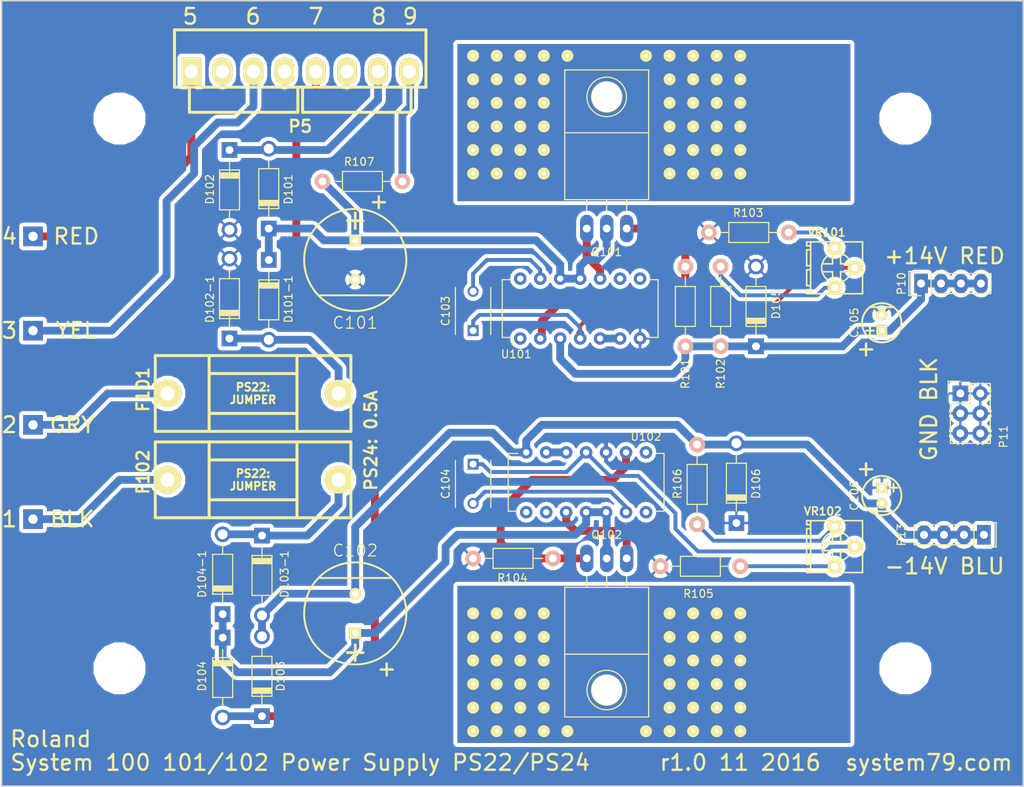
<source format=kicad_pcb>
(kicad_pcb (version 4) (host pcbnew 4.0.2-stable)

  (general
    (links 77)
    (no_connects 0)
    (area 61.841667 37.899999 193.100001 138.100001)
    (thickness 1.6)
    (drawings 46)
    (tracks 205)
    (zones 0)
    (modules 43)
    (nets 40)
  )

  (page A4)
  (layers
    (0 F.Cu signal hide)
    (31 B.Cu signal hide)
    (32 B.Adhes user)
    (33 F.Adhes user)
    (34 B.Paste user)
    (35 F.Paste user)
    (36 B.SilkS user)
    (37 F.SilkS user)
    (38 B.Mask user)
    (39 F.Mask user)
    (40 Dwgs.User user)
    (41 Cmts.User user)
    (42 Eco1.User user)
    (43 Eco2.User user)
    (44 Edge.Cuts user)
    (45 Margin user)
    (46 B.CrtYd user)
    (47 F.CrtYd user)
    (48 B.Fab user)
    (49 F.Fab user)
  )

  (setup
    (last_trace_width 0.5)
    (user_trace_width 0.25)
    (user_trace_width 0.5)
    (user_trace_width 0.75)
    (user_trace_width 1)
    (user_trace_width 1.5)
    (user_trace_width 2)
    (trace_clearance 0.25)
    (zone_clearance 0.5)
    (zone_45_only no)
    (trace_min 0.2)
    (segment_width 0.2)
    (edge_width 0.2)
    (via_size 1)
    (via_drill 0.5)
    (via_min_size 0.4)
    (via_min_drill 0.3)
    (uvia_size 0.3)
    (uvia_drill 0.1)
    (uvias_allowed no)
    (uvia_min_size 0.2)
    (uvia_min_drill 0.1)
    (pcb_text_width 0.3)
    (pcb_text_size 1.5 1.5)
    (mod_edge_width 0.15)
    (mod_text_size 1 1)
    (mod_text_width 0.15)
    (pad_size 50 20)
    (pad_drill 0)
    (pad_to_mask_clearance 0.2)
    (aux_axis_origin 0 0)
    (visible_elements 7FFFF7FF)
    (pcbplotparams
      (layerselection 0x010f0_80000001)
      (usegerberextensions true)
      (excludeedgelayer true)
      (linewidth 0.200000)
      (plotframeref false)
      (viasonmask false)
      (mode 1)
      (useauxorigin false)
      (hpglpennumber 1)
      (hpglpenspeed 20)
      (hpglpendiameter 15)
      (hpglpenoverlay 2)
      (psnegative false)
      (psa4output false)
      (plotreference true)
      (plotvalue false)
      (plotinvisibletext false)
      (padsonsilk false)
      (subtractmaskfromsilk true)
      (outputformat 1)
      (mirror false)
      (drillshape 0)
      (scaleselection 1)
      (outputdirectory Gerbers/))
  )

  (net 0 "")
  (net 1 "Net-(C101-Pad1)")
  (net 2 GND)
  (net 3 "Net-(C102-Pad1)")
  (net 4 "Net-(C102-Pad2)")
  (net 5 "Net-(C103-Pad1)")
  (net 6 "Net-(C103-Pad2)")
  (net 7 "Net-(C104-Pad1)")
  (net 8 "Net-(C104-Pad2)")
  (net 9 "Net-(C105-Pad1)")
  (net 10 "Net-(D101-Pad2)")
  (net 11 "Net-(D101-1-Pad2)")
  (net 12 "Net-(D103-Pad1)")
  (net 13 "Net-(D103-1-Pad1)")
  (net 14 "Net-(F101-Pad2)")
  (net 15 "Net-(F102-Pad2)")
  (net 16 "Net-(P3-Pad1)")
  (net 17 "Net-(P4-Pad1)")
  (net 18 "Net-(P5-Pad2)")
  (net 19 "Net-(P5-Pad4)")
  (net 20 "Net-(P5-Pad6)")
  (net 21 "Net-(P5-Pad8)")
  (net 22 "Net-(Q101-Pad1)")
  (net 23 "Net-(Q101-Pad3)")
  (net 24 "Net-(Q102-Pad1)")
  (net 25 "Net-(Q102-Pad3)")
  (net 26 "Net-(R102-Pad1)")
  (net 27 "Net-(R103-Pad2)")
  (net 28 "Net-(R105-Pad1)")
  (net 29 "Net-(R106-Pad2)")
  (net 30 "Net-(U101-Pad1)")
  (net 31 "Net-(U101-Pad5)")
  (net 32 "Net-(U101-Pad8)")
  (net 33 "Net-(U101-Pad9)")
  (net 34 "Net-(U101-Pad14)")
  (net 35 "Net-(U102-Pad1)")
  (net 36 "Net-(U102-Pad5)")
  (net 37 "Net-(U102-Pad8)")
  (net 38 "Net-(U102-Pad9)")
  (net 39 "Net-(U102-Pad14)")

  (net_class Default "This is the default net class."
    (clearance 0.25)
    (trace_width 0.5)
    (via_dia 1)
    (via_drill 0.5)
    (uvia_dia 0.3)
    (uvia_drill 0.1)
    (add_net GND)
    (add_net "Net-(C101-Pad1)")
    (add_net "Net-(C102-Pad1)")
    (add_net "Net-(C102-Pad2)")
    (add_net "Net-(C103-Pad1)")
    (add_net "Net-(C103-Pad2)")
    (add_net "Net-(C104-Pad1)")
    (add_net "Net-(C104-Pad2)")
    (add_net "Net-(C105-Pad1)")
    (add_net "Net-(D101-1-Pad2)")
    (add_net "Net-(D101-Pad2)")
    (add_net "Net-(D103-1-Pad1)")
    (add_net "Net-(D103-Pad1)")
    (add_net "Net-(F101-Pad2)")
    (add_net "Net-(F102-Pad2)")
    (add_net "Net-(P3-Pad1)")
    (add_net "Net-(P4-Pad1)")
    (add_net "Net-(P5-Pad2)")
    (add_net "Net-(P5-Pad4)")
    (add_net "Net-(P5-Pad6)")
    (add_net "Net-(P5-Pad8)")
    (add_net "Net-(Q101-Pad1)")
    (add_net "Net-(Q101-Pad3)")
    (add_net "Net-(Q102-Pad1)")
    (add_net "Net-(Q102-Pad3)")
    (add_net "Net-(R102-Pad1)")
    (add_net "Net-(R103-Pad2)")
    (add_net "Net-(R105-Pad1)")
    (add_net "Net-(R106-Pad2)")
    (add_net "Net-(U101-Pad1)")
    (add_net "Net-(U101-Pad14)")
    (add_net "Net-(U101-Pad5)")
    (add_net "Net-(U101-Pad8)")
    (add_net "Net-(U101-Pad9)")
    (add_net "Net-(U102-Pad1)")
    (add_net "Net-(U102-Pad14)")
    (add_net "Net-(U102-Pad5)")
    (add_net "Net-(U102-Pad8)")
    (add_net "Net-(U102-Pad9)")
  )

  (net_class Power ""
    (clearance 0.25)
    (trace_width 1)
    (via_dia 1)
    (via_drill 0.5)
    (uvia_dia 0.3)
    (uvia_drill 0.1)
  )

  (module MyModules:HOLE-M3 locked (layer F.Cu) (tedit 56C0A5B3) (tstamp 582954DC)
    (at 178 123)
    (fp_text reference HOLE-M3 (at 0 -5) (layer F.SilkS) hide
      (effects (font (size 1.5 1.5) (thickness 0.15)))
    )
    (fp_text value VAL** (at 0 5) (layer F.SilkS) hide
      (effects (font (size 1.5 1.5) (thickness 0.15)))
    )
    (pad "" np_thru_hole circle (at 0 0) (size 3.1 3.1) (drill 3.1) (layers *.Cu *.Mask F.SilkS)
      (clearance 1.75))
  )

  (module MyModules:HOLE-M3 locked (layer F.Cu) (tedit 56C0A5B3) (tstamp 582954D8)
    (at 78 123)
    (fp_text reference HOLE-M3 (at 0 -5) (layer F.SilkS) hide
      (effects (font (size 1.5 1.5) (thickness 0.15)))
    )
    (fp_text value VAL** (at 0 5) (layer F.SilkS) hide
      (effects (font (size 1.5 1.5) (thickness 0.15)))
    )
    (pad "" np_thru_hole circle (at 0 0) (size 3.1 3.1) (drill 3.1) (layers *.Cu *.Mask F.SilkS)
      (clearance 1.75))
  )

  (module MyModules:HOLE-M3 locked (layer F.Cu) (tedit 56C0A5B3) (tstamp 582954D0)
    (at 178 53)
    (fp_text reference HOLE-M3 (at 0 -5) (layer F.SilkS) hide
      (effects (font (size 1.5 1.5) (thickness 0.15)))
    )
    (fp_text value VAL** (at 0 5) (layer F.SilkS) hide
      (effects (font (size 1.5 1.5) (thickness 0.15)))
    )
    (pad "" np_thru_hole circle (at 0 0) (size 3.1 3.1) (drill 3.1) (layers *.Cu *.Mask F.SilkS)
      (clearance 1.75))
  )

  (module MyModules:HOLE-M3 locked (layer F.Cu) (tedit 56C0A5B3) (tstamp 5828D2D8)
    (at 78 53)
    (fp_text reference HOLE-M3 (at 0 -5) (layer F.SilkS) hide
      (effects (font (size 1.5 1.5) (thickness 0.15)))
    )
    (fp_text value VAL** (at 0 5) (layer F.SilkS) hide
      (effects (font (size 1.5 1.5) (thickness 0.15)))
    )
    (pad "" np_thru_hole circle (at 0 0) (size 3.1 3.1) (drill 3.1) (layers *.Cu *.Mask F.SilkS)
      (clearance 1.75))
  )

  (module MyModules:5MM-POL-CAP (layer F.Cu) (tedit 582916E6) (tstamp 5828DD62)
    (at 108 71 270)
    (path /583F6F8B)
    (fp_text reference C101 (at 8 0 360) (layer F.SilkS)
      (effects (font (size 1.5 1.5) (thickness 0.15)))
    )
    (fp_text value 470/35 (at 0 3.5 270) (layer F.SilkS) hide
      (effects (font (size 1.5 1.5) (thickness 0.15)))
    )
    (fp_line (start -4 0) (end -6 0) (layer F.SilkS) (width 0.35))
    (fp_line (start -5 -1) (end -5 1) (layer F.SilkS) (width 0.35))
    (fp_line (start 4.5 -4.5) (end 4.5 4.5) (layer F.SilkS) (width 0.25))
    (fp_circle (center 0 0) (end 6.5 0) (layer F.SilkS) (width 0.25))
    (pad 1 thru_hole rect (at -2.5 0 270) (size 1.5 1.5) (drill 0.8) (layers *.Cu *.Mask F.SilkS)
      (net 1 "Net-(C101-Pad1)"))
    (pad 2 thru_hole circle (at 2.5 0 270) (size 1.5 1.5) (drill 0.8) (layers *.Cu *.Mask F.SilkS)
      (net 2 GND))
    (model "E:/Documents/KiCad/MyLibs/MyModules/3D models/Misioto Models/walter/capacitors/cp_12.5x25mm.wrl"
      (at (xyz 0 0 0))
      (scale (xyz 1 1 1))
      (rotate (xyz 0 0 90))
    )
  )

  (module MyModules:5MM-POL-CAP (layer F.Cu) (tedit 58291B48) (tstamp 5828DD68)
    (at 108 116 90)
    (path /583FEBBE)
    (fp_text reference C102 (at 8 0 180) (layer F.SilkS)
      (effects (font (size 1.5 1.5) (thickness 0.15)))
    )
    (fp_text value 470/35 (at 0 3.5 90) (layer F.SilkS) hide
      (effects (font (size 1.5 1.5) (thickness 0.15)))
    )
    (fp_line (start -4 0) (end -6 0) (layer F.SilkS) (width 0.35))
    (fp_line (start -5 -1) (end -5 1) (layer F.SilkS) (width 0.35))
    (fp_line (start 4.5 -4.5) (end 4.5 4.5) (layer F.SilkS) (width 0.25))
    (fp_circle (center 0 0) (end 6.5 0) (layer F.SilkS) (width 0.25))
    (pad 1 thru_hole rect (at -2.5 0 90) (size 1.5 1.5) (drill 0.8) (layers *.Cu *.Mask F.SilkS)
      (net 3 "Net-(C102-Pad1)"))
    (pad 2 thru_hole circle (at 2.5 0 90) (size 1.5 1.5) (drill 0.8) (layers *.Cu *.Mask F.SilkS)
      (net 4 "Net-(C102-Pad2)"))
    (model "E:/Documents/KiCad/MyLibs/MyModules/3D models/Misioto Models/walter/capacitors/cp_12.5x25mm.wrl"
      (at (xyz 0 0 0))
      (scale (xyz 1 1 1))
      (rotate (xyz 0 0 90))
    )
  )

  (module Capacitors_THT:C_Disc_D6_P5 (layer F.Cu) (tedit 0) (tstamp 5828DD6E)
    (at 123 80 90)
    (descr "Capacitor 6mm Disc, Pitch 5mm")
    (tags Capacitor)
    (path /583F881F)
    (fp_text reference C103 (at 2.5 -3.5 90) (layer F.SilkS)
      (effects (font (size 1 1) (thickness 0.15)))
    )
    (fp_text value 470p (at 2.5 3.5 90) (layer F.Fab)
      (effects (font (size 1 1) (thickness 0.15)))
    )
    (fp_line (start -0.95 -2.5) (end 5.95 -2.5) (layer F.CrtYd) (width 0.05))
    (fp_line (start 5.95 -2.5) (end 5.95 2.5) (layer F.CrtYd) (width 0.05))
    (fp_line (start 5.95 2.5) (end -0.95 2.5) (layer F.CrtYd) (width 0.05))
    (fp_line (start -0.95 2.5) (end -0.95 -2.5) (layer F.CrtYd) (width 0.05))
    (fp_line (start -0.5 -2.25) (end 5.5 -2.25) (layer F.SilkS) (width 0.15))
    (fp_line (start 5.5 2.25) (end -0.5 2.25) (layer F.SilkS) (width 0.15))
    (pad 1 thru_hole rect (at 0 0 90) (size 1.4 1.4) (drill 0.9) (layers *.Cu *.Mask)
      (net 5 "Net-(C103-Pad1)"))
    (pad 2 thru_hole circle (at 5 0 90) (size 1.4 1.4) (drill 0.9) (layers *.Cu *.Mask)
      (net 6 "Net-(C103-Pad2)"))
    (model Capacitors_ThroughHole.3dshapes/C_Disc_D6_P5.wrl
      (at (xyz 0.0984252 0 0))
      (scale (xyz 1 1 1))
      (rotate (xyz 0 0 0))
    )
  )

  (module Capacitors_THT:C_Disc_D6_P5 (layer F.Cu) (tedit 582916F6) (tstamp 5828DD74)
    (at 123 97 270)
    (descr "Capacitor 6mm Disc, Pitch 5mm")
    (tags Capacitor)
    (path /583FEBCD)
    (fp_text reference C104 (at 2.5 3.5 270) (layer F.SilkS)
      (effects (font (size 1 1) (thickness 0.15)))
    )
    (fp_text value 470p (at 2.5 3.5 270) (layer F.Fab)
      (effects (font (size 1 1) (thickness 0.15)))
    )
    (fp_line (start -0.95 -2.5) (end 5.95 -2.5) (layer F.CrtYd) (width 0.05))
    (fp_line (start 5.95 -2.5) (end 5.95 2.5) (layer F.CrtYd) (width 0.05))
    (fp_line (start 5.95 2.5) (end -0.95 2.5) (layer F.CrtYd) (width 0.05))
    (fp_line (start -0.95 2.5) (end -0.95 -2.5) (layer F.CrtYd) (width 0.05))
    (fp_line (start -0.5 -2.25) (end 5.5 -2.25) (layer F.SilkS) (width 0.15))
    (fp_line (start 5.5 2.25) (end -0.5 2.25) (layer F.SilkS) (width 0.15))
    (pad 1 thru_hole rect (at 0 0 270) (size 1.4 1.4) (drill 0.9) (layers *.Cu *.Mask)
      (net 7 "Net-(C104-Pad1)"))
    (pad 2 thru_hole circle (at 5 0 270) (size 1.4 1.4) (drill 0.9) (layers *.Cu *.Mask)
      (net 8 "Net-(C104-Pad2)"))
    (model Capacitors_ThroughHole.3dshapes/C_Disc_D6_P5.wrl
      (at (xyz 0.0984252 0 0))
      (scale (xyz 1 1 1))
      (rotate (xyz 0 0 0))
    )
  )

  (module MyModules:2MM-POL-CAP (layer F.Cu) (tedit 551AAC07) (tstamp 5828DD7A)
    (at 175 79 90)
    (path /583F8F32)
    (fp_text reference C105 (at 0 -3.5 90) (layer F.SilkS)
      (effects (font (size 1 1) (thickness 0.15)))
    )
    (fp_text value 10/16 (at 0 3.5 90) (layer F.SilkS) hide
      (effects (font (size 1.5 1.5) (thickness 0.15)))
    )
    (fp_line (start -0.5 -1.5) (end -1.5 -1.5) (layer F.SilkS) (width 0.25))
    (fp_line (start -1 -2) (end -1 -1) (layer F.SilkS) (width 0.25))
    (fp_line (start 2 -1.5) (end 2 1.5) (layer F.SilkS) (width 0.25))
    (fp_circle (center 0 0) (end 2.5 0) (layer F.SilkS) (width 0.25))
    (pad 1 thru_hole rect (at -1 0 90) (size 1.4 1.4) (drill 0.7) (layers *.Cu *.Mask F.SilkS)
      (net 9 "Net-(C105-Pad1)"))
    (pad 2 thru_hole circle (at 1 0 90) (size 1.4 1.4) (drill 0.7) (layers *.Cu *.Mask F.SilkS)
      (net 2 GND))
    (model Capacitors_ThroughHole.3dshapes/C_Radial_D5_L11_P2.wrl
      (at (xyz -0.03937 0 0))
      (scale (xyz 1 1 1))
      (rotate (xyz 0 0 0))
    )
  )

  (module MyModules:2MM-POL-CAP (layer F.Cu) (tedit 5829171F) (tstamp 5828DD80)
    (at 175 101 270)
    (path /583FEBF5)
    (fp_text reference C106 (at 0 3.5 270) (layer F.SilkS)
      (effects (font (size 1 1) (thickness 0.15)))
    )
    (fp_text value 10/16 (at 0 3.5 270) (layer F.SilkS) hide
      (effects (font (size 1.5 1.5) (thickness 0.15)))
    )
    (fp_line (start -0.5 -1.5) (end -1.5 -1.5) (layer F.SilkS) (width 0.25))
    (fp_line (start -1 -2) (end -1 -1) (layer F.SilkS) (width 0.25))
    (fp_line (start 2 -1.5) (end 2 1.5) (layer F.SilkS) (width 0.25))
    (fp_circle (center 0 0) (end 2.5 0) (layer F.SilkS) (width 0.25))
    (pad 1 thru_hole rect (at -1 0 270) (size 1.4 1.4) (drill 0.7) (layers *.Cu *.Mask F.SilkS)
      (net 2 GND))
    (pad 2 thru_hole circle (at 1 0 270) (size 1.4 1.4) (drill 0.7) (layers *.Cu *.Mask F.SilkS)
      (net 4 "Net-(C102-Pad2)"))
    (model Capacitors_ThroughHole.3dshapes/C_Radial_D5_L11_P2.wrl
      (at (xyz -0.03937 0 0))
      (scale (xyz 1 1 1))
      (rotate (xyz 0 0 0))
    )
  )

  (module w_conn_kk156:kk156_26-60-4080 (layer F.Cu) (tedit 58291759) (tstamp 5828DDEC)
    (at 101 47 180)
    (descr "8 pin vert. connector, Molex KK156 series")
    (path /583F6A2F)
    (fp_text reference P5 (at 0 -7 180) (layer F.SilkS)
      (effects (font (thickness 0.3048)))
    )
    (fp_text value CONN_01X08 (at 0 7 180) (layer F.SilkS) hide
      (effects (font (thickness 0.3048)))
    )
    (fp_line (start -0.3 -5.2) (end -14.1 -5.2) (layer F.SilkS) (width 0.381))
    (fp_line (start 0.3 -2) (end 0.3 -5.2) (layer F.SilkS) (width 0.381))
    (fp_line (start -0.3 -2) (end -0.3 -5.2) (layer F.SilkS) (width 0.381))
    (fp_line (start -14.1 -2) (end -14.1 -5.2) (layer F.SilkS) (width 0.381))
    (fp_line (start 0.3 -5.2) (end 14.1 -5.2) (layer F.SilkS) (width 0.381))
    (fp_line (start 14.1 -5.2) (end 14.1 -2) (layer F.SilkS) (width 0.381))
    (fp_line (start -16 5.3) (end 16 5.3) (layer F.SilkS) (width 0.381))
    (fp_line (start -16 -2) (end 16 -2) (layer F.SilkS) (width 0.381))
    (fp_line (start 16 -2) (end 16 5.3) (layer F.SilkS) (width 0.381))
    (fp_line (start -16 5.3) (end -16 -2) (layer F.SilkS) (width 0.381))
    (pad 2 thru_hole oval (at 9.9 0 180) (size 2.5 3.5) (drill 1.7) (layers *.Cu *.Mask F.SilkS)
      (net 18 "Net-(P5-Pad2)"))
    (pad 1 thru_hole rect (at 13.86 0 180) (size 2.5 3.5) (drill 1.7) (layers *.Cu *.Mask F.SilkS)
      (net 17 "Net-(P4-Pad1)"))
    (pad 3 thru_hole oval (at 5.94 0 180) (size 2.5 3.5) (drill 1.7) (layers *.Cu *.Mask F.SilkS)
      (net 16 "Net-(P3-Pad1)"))
    (pad 4 thru_hole oval (at 1.98 0 180) (size 2.5 3.5) (drill 1.7) (layers *.Cu *.Mask F.SilkS)
      (net 19 "Net-(P5-Pad4)"))
    (pad 5 thru_hole oval (at -1.98 0 180) (size 2.5 3.5) (drill 1.7) (layers *.Cu *.Mask F.SilkS)
      (net 12 "Net-(D103-Pad1)"))
    (pad 6 thru_hole oval (at -5.94 0 180) (size 2.5 3.5) (drill 1.7) (layers *.Cu *.Mask F.SilkS)
      (net 20 "Net-(P5-Pad6)"))
    (pad 7 thru_hole oval (at -9.9 0 180) (size 2.5 3.5) (drill 1.7) (layers *.Cu *.Mask F.SilkS)
      (net 10 "Net-(D101-Pad2)"))
    (pad 8 thru_hole oval (at -13.86 0 180) (size 2.5 3.5) (drill 1.7) (layers *.Cu *.Mask F.SilkS)
      (net 21 "Net-(P5-Pad8)"))
    (model "E:/Documents/KiCad/MyLibs/MyModules/3D models/Misioto Models/walter/conn_kk156/26-60-4080.wrl"
      (at (xyz 0 0 0))
      (scale (xyz 1 1 1))
      (rotate (xyz 0 0 0))
    )
  )

  (module Pin_Headers:Pin_Header_Straight_1x04 (layer F.Cu) (tedit 5829319C) (tstamp 5828DDF4)
    (at 180 74 90)
    (descr "Through hole pin header")
    (tags "pin header")
    (path /583FC6CD)
    (fp_text reference P10 (at 0 -2.5 90) (layer F.SilkS)
      (effects (font (size 1 1) (thickness 0.15)))
    )
    (fp_text value CONN_01X04 (at 0 -3.1 90) (layer F.Fab)
      (effects (font (size 1 1) (thickness 0.15)))
    )
    (fp_line (start -1.75 -1.75) (end -1.75 9.4) (layer F.CrtYd) (width 0.05))
    (fp_line (start 1.75 -1.75) (end 1.75 9.4) (layer F.CrtYd) (width 0.05))
    (fp_line (start -1.75 -1.75) (end 1.75 -1.75) (layer F.CrtYd) (width 0.05))
    (fp_line (start -1.75 9.4) (end 1.75 9.4) (layer F.CrtYd) (width 0.05))
    (fp_line (start -1.27 1.27) (end -1.27 8.89) (layer F.SilkS) (width 0.15))
    (fp_line (start 1.27 1.27) (end 1.27 8.89) (layer F.SilkS) (width 0.15))
    (fp_line (start 1.55 -1.55) (end 1.55 0) (layer F.SilkS) (width 0.15))
    (fp_line (start -1.27 8.89) (end 1.27 8.89) (layer F.SilkS) (width 0.15))
    (fp_line (start 1.27 1.27) (end -1.27 1.27) (layer F.SilkS) (width 0.15))
    (fp_line (start -1.55 0) (end -1.55 -1.55) (layer F.SilkS) (width 0.15))
    (fp_line (start -1.55 -1.55) (end 1.55 -1.55) (layer F.SilkS) (width 0.15))
    (pad 1 thru_hole rect (at 0 0 90) (size 2.5 1.7272) (drill 1.016) (layers *.Cu *.Mask)
      (net 9 "Net-(C105-Pad1)"))
    (pad 2 thru_hole oval (at 0 2.54 90) (size 2.5 1.7272) (drill 1.016) (layers *.Cu *.Mask)
      (net 9 "Net-(C105-Pad1)"))
    (pad 3 thru_hole oval (at 0 5.08 90) (size 2.5 1.7272) (drill 1.016) (layers *.Cu *.Mask)
      (net 9 "Net-(C105-Pad1)"))
    (pad 4 thru_hole oval (at 0 7.62 90) (size 2.5 1.7272) (drill 1.016) (layers *.Cu *.Mask)
      (net 9 "Net-(C105-Pad1)"))
  )

  (module Pin_Headers:Pin_Header_Straight_2x03 (layer F.Cu) (tedit 58293200) (tstamp 5828DDFE)
    (at 185 88)
    (descr "Through hole pin header")
    (tags "pin header")
    (path /583FC941)
    (fp_text reference P11 (at 5.5 5.5 90) (layer F.SilkS)
      (effects (font (size 1 1) (thickness 0.15)))
    )
    (fp_text value CONN_01X06 (at 0 -3.1) (layer F.Fab)
      (effects (font (size 1 1) (thickness 0.15)))
    )
    (fp_line (start -1.27 1.27) (end -1.27 6.35) (layer F.SilkS) (width 0.15))
    (fp_line (start -1.55 -1.55) (end 0 -1.55) (layer F.SilkS) (width 0.15))
    (fp_line (start -1.75 -1.75) (end -1.75 6.85) (layer F.CrtYd) (width 0.05))
    (fp_line (start 4.3 -1.75) (end 4.3 6.85) (layer F.CrtYd) (width 0.05))
    (fp_line (start -1.75 -1.75) (end 4.3 -1.75) (layer F.CrtYd) (width 0.05))
    (fp_line (start -1.75 6.85) (end 4.3 6.85) (layer F.CrtYd) (width 0.05))
    (fp_line (start 1.27 -1.27) (end 1.27 1.27) (layer F.SilkS) (width 0.15))
    (fp_line (start 1.27 1.27) (end -1.27 1.27) (layer F.SilkS) (width 0.15))
    (fp_line (start -1.27 6.35) (end 3.81 6.35) (layer F.SilkS) (width 0.15))
    (fp_line (start 3.81 6.35) (end 3.81 1.27) (layer F.SilkS) (width 0.15))
    (fp_line (start -1.55 -1.55) (end -1.55 0) (layer F.SilkS) (width 0.15))
    (fp_line (start 3.81 -1.27) (end 1.27 -1.27) (layer F.SilkS) (width 0.15))
    (fp_line (start 3.81 1.27) (end 3.81 -1.27) (layer F.SilkS) (width 0.15))
    (pad 1 thru_hole rect (at 0 0) (size 2 2) (drill 1.016) (layers *.Cu *.Mask)
      (net 2 GND))
    (pad 2 thru_hole oval (at 2.54 0) (size 1.9 1.9) (drill 1.016) (layers *.Cu *.Mask)
      (net 2 GND))
    (pad 3 thru_hole oval (at 0 2.54) (size 2 2) (drill 1.016) (layers *.Cu *.Mask)
      (net 2 GND))
    (pad 4 thru_hole oval (at 2.54 2.54) (size 2 2) (drill 1.016) (layers *.Cu *.Mask)
      (net 2 GND))
    (pad 5 thru_hole oval (at 0 5.08) (size 2 2) (drill 1.016) (layers *.Cu *.Mask)
      (net 2 GND))
    (pad 6 thru_hole oval (at 2.54 5.08) (size 2 2) (drill 1.016) (layers *.Cu *.Mask)
      (net 2 GND))
  )

  (module Pin_Headers:Pin_Header_Straight_1x04 (layer F.Cu) (tedit 582931B8) (tstamp 5828DE06)
    (at 188 106 270)
    (descr "Through hole pin header")
    (tags "pin header")
    (path /583FEC42)
    (fp_text reference P13 (at 0 10.5 270) (layer F.SilkS)
      (effects (font (size 1 1) (thickness 0.15)))
    )
    (fp_text value CONN_01X04 (at 0 -3.1 270) (layer F.Fab)
      (effects (font (size 1 1) (thickness 0.15)))
    )
    (fp_line (start -1.75 -1.75) (end -1.75 9.4) (layer F.CrtYd) (width 0.05))
    (fp_line (start 1.75 -1.75) (end 1.75 9.4) (layer F.CrtYd) (width 0.05))
    (fp_line (start -1.75 -1.75) (end 1.75 -1.75) (layer F.CrtYd) (width 0.05))
    (fp_line (start -1.75 9.4) (end 1.75 9.4) (layer F.CrtYd) (width 0.05))
    (fp_line (start -1.27 1.27) (end -1.27 8.89) (layer F.SilkS) (width 0.15))
    (fp_line (start 1.27 1.27) (end 1.27 8.89) (layer F.SilkS) (width 0.15))
    (fp_line (start 1.55 -1.55) (end 1.55 0) (layer F.SilkS) (width 0.15))
    (fp_line (start -1.27 8.89) (end 1.27 8.89) (layer F.SilkS) (width 0.15))
    (fp_line (start 1.27 1.27) (end -1.27 1.27) (layer F.SilkS) (width 0.15))
    (fp_line (start -1.55 0) (end -1.55 -1.55) (layer F.SilkS) (width 0.15))
    (fp_line (start -1.55 -1.55) (end 1.55 -1.55) (layer F.SilkS) (width 0.15))
    (pad 1 thru_hole rect (at 0 0 270) (size 2.5 1.7272) (drill 1.016) (layers *.Cu *.Mask)
      (net 4 "Net-(C102-Pad2)"))
    (pad 2 thru_hole oval (at 0 2.54 270) (size 2.5 1.7272) (drill 1.016) (layers *.Cu *.Mask)
      (net 4 "Net-(C102-Pad2)"))
    (pad 3 thru_hole oval (at 0 5.08 270) (size 2.5 1.7272) (drill 1.016) (layers *.Cu *.Mask)
      (net 4 "Net-(C102-Pad2)"))
    (pad 4 thru_hole oval (at 0 7.62 270) (size 2.5 1.7272) (drill 1.016) (layers *.Cu *.Mask)
      (net 4 "Net-(C102-Pad2)"))
  )

  (module Resistors_THT:Resistor_Horizontal_RM10mm (layer F.Cu) (tedit 5837C3D6) (tstamp 5828DE1C)
    (at 150 82 90)
    (descr "Resistor, Axial,  RM 10mm, 1/3W")
    (tags "Resistor Axial RM 10mm 1/3W")
    (path /583F91F8)
    (fp_text reference R101 (at -3.5 0 90) (layer F.SilkS)
      (effects (font (size 1 1) (thickness 0.15)))
    )
    (fp_text value 3.9 (at 5.2 0.075 90) (layer F.Fab)
      (effects (font (size 1 1) (thickness 0.15)))
    )
    (fp_line (start -1.25 -1.5) (end 11.4 -1.5) (layer F.CrtYd) (width 0.05))
    (fp_line (start -1.25 1.5) (end -1.25 -1.5) (layer F.CrtYd) (width 0.05))
    (fp_line (start 11.4 -1.5) (end 11.4 1.5) (layer F.CrtYd) (width 0.05))
    (fp_line (start -1.25 1.5) (end 11.4 1.5) (layer F.CrtYd) (width 0.05))
    (fp_line (start 2.54 -1.27) (end 7.62 -1.27) (layer F.SilkS) (width 0.15))
    (fp_line (start 7.62 -1.27) (end 7.62 1.27) (layer F.SilkS) (width 0.15))
    (fp_line (start 7.62 1.27) (end 2.54 1.27) (layer F.SilkS) (width 0.15))
    (fp_line (start 2.54 1.27) (end 2.54 -1.27) (layer F.SilkS) (width 0.15))
    (fp_line (start 2.54 0) (end 1.27 0) (layer F.SilkS) (width 0.15))
    (fp_line (start 7.62 0) (end 8.89 0) (layer F.SilkS) (width 0.15))
    (pad 1 thru_hole circle (at 0 0 90) (size 1.99898 1.99898) (drill 1.00076) (layers *.Cu *.SilkS *.Mask)
      (net 9 "Net-(C105-Pad1)"))
    (pad 2 thru_hole circle (at 10.16 0 90) (size 1.99898 1.99898) (drill 1.00076) (layers *.Cu *.SilkS *.Mask)
      (net 23 "Net-(Q101-Pad3)"))
    (model Resistors_ThroughHole.3dshapes/Resistor_Horizontal_RM10mm.wrl
      (at (xyz 0.2 0 0))
      (scale (xyz 0.4 0.4 0.4))
      (rotate (xyz 0 0 0))
    )
  )

  (module Resistors_THT:Resistor_Horizontal_RM10mm (layer F.Cu) (tedit 5837C3E1) (tstamp 5828DE22)
    (at 154.5 71.84 270)
    (descr "Resistor, Axial,  RM 10mm, 1/3W")
    (tags "Resistor Axial RM 10mm 1/3W")
    (path /583F8BD2)
    (fp_text reference R102 (at 13.66 0 270) (layer F.SilkS)
      (effects (font (size 1 1) (thickness 0.15)))
    )
    (fp_text value 3.3K (at 4.91 -0.225 270) (layer F.Fab)
      (effects (font (size 1 1) (thickness 0.15)))
    )
    (fp_line (start -1.25 -1.5) (end 11.4 -1.5) (layer F.CrtYd) (width 0.05))
    (fp_line (start -1.25 1.5) (end -1.25 -1.5) (layer F.CrtYd) (width 0.05))
    (fp_line (start 11.4 -1.5) (end 11.4 1.5) (layer F.CrtYd) (width 0.05))
    (fp_line (start -1.25 1.5) (end 11.4 1.5) (layer F.CrtYd) (width 0.05))
    (fp_line (start 2.54 -1.27) (end 7.62 -1.27) (layer F.SilkS) (width 0.15))
    (fp_line (start 7.62 -1.27) (end 7.62 1.27) (layer F.SilkS) (width 0.15))
    (fp_line (start 7.62 1.27) (end 2.54 1.27) (layer F.SilkS) (width 0.15))
    (fp_line (start 2.54 1.27) (end 2.54 -1.27) (layer F.SilkS) (width 0.15))
    (fp_line (start 2.54 0) (end 1.27 0) (layer F.SilkS) (width 0.15))
    (fp_line (start 7.62 0) (end 8.89 0) (layer F.SilkS) (width 0.15))
    (pad 1 thru_hole circle (at 0 0 270) (size 1.99898 1.99898) (drill 1.00076) (layers *.Cu *.SilkS *.Mask)
      (net 26 "Net-(R102-Pad1)"))
    (pad 2 thru_hole circle (at 10.16 0 270) (size 1.99898 1.99898) (drill 1.00076) (layers *.Cu *.SilkS *.Mask)
      (net 9 "Net-(C105-Pad1)"))
    (model Resistors_ThroughHole.3dshapes/Resistor_Horizontal_RM10mm.wrl
      (at (xyz 0.2 0 0))
      (scale (xyz 0.4 0.4 0.4))
      (rotate (xyz 0 0 0))
    )
  )

  (module Resistors_THT:Resistor_Horizontal_RM10mm (layer F.Cu) (tedit 5837C3DD) (tstamp 5828DE28)
    (at 153 67.5)
    (descr "Resistor, Axial,  RM 10mm, 1/3W")
    (tags "Resistor Axial RM 10mm 1/3W")
    (path /583F8A5B)
    (fp_text reference R103 (at 5 -2.5) (layer F.SilkS)
      (effects (font (size 1 1) (thickness 0.15)))
    )
    (fp_text value 3.3K (at 5.25 0.125) (layer F.Fab)
      (effects (font (size 1 1) (thickness 0.15)))
    )
    (fp_line (start -1.25 -1.5) (end 11.4 -1.5) (layer F.CrtYd) (width 0.05))
    (fp_line (start -1.25 1.5) (end -1.25 -1.5) (layer F.CrtYd) (width 0.05))
    (fp_line (start 11.4 -1.5) (end 11.4 1.5) (layer F.CrtYd) (width 0.05))
    (fp_line (start -1.25 1.5) (end 11.4 1.5) (layer F.CrtYd) (width 0.05))
    (fp_line (start 2.54 -1.27) (end 7.62 -1.27) (layer F.SilkS) (width 0.15))
    (fp_line (start 7.62 -1.27) (end 7.62 1.27) (layer F.SilkS) (width 0.15))
    (fp_line (start 7.62 1.27) (end 2.54 1.27) (layer F.SilkS) (width 0.15))
    (fp_line (start 2.54 1.27) (end 2.54 -1.27) (layer F.SilkS) (width 0.15))
    (fp_line (start 2.54 0) (end 1.27 0) (layer F.SilkS) (width 0.15))
    (fp_line (start 7.62 0) (end 8.89 0) (layer F.SilkS) (width 0.15))
    (pad 1 thru_hole circle (at 0 0) (size 1.99898 1.99898) (drill 1.00076) (layers *.Cu *.SilkS *.Mask)
      (net 2 GND))
    (pad 2 thru_hole circle (at 10.16 0) (size 1.99898 1.99898) (drill 1.00076) (layers *.Cu *.SilkS *.Mask)
      (net 27 "Net-(R103-Pad2)"))
    (model Resistors_ThroughHole.3dshapes/Resistor_Horizontal_RM10mm.wrl
      (at (xyz 0.2 0 0))
      (scale (xyz 0.4 0.4 0.4))
      (rotate (xyz 0 0 0))
    )
  )

  (module Resistors_THT:Resistor_Horizontal_RM10mm (layer F.Cu) (tedit 5837C462) (tstamp 5828DE2E)
    (at 123 109)
    (descr "Resistor, Axial,  RM 10mm, 1/3W")
    (tags "Resistor Axial RM 10mm 1/3W")
    (path /583FEBFB)
    (fp_text reference R104 (at 5 2.5) (layer F.SilkS)
      (effects (font (size 1 1) (thickness 0.15)))
    )
    (fp_text value 3.9 (at 5.4 0.2) (layer F.Fab)
      (effects (font (size 1 1) (thickness 0.15)))
    )
    (fp_line (start -1.25 -1.5) (end 11.4 -1.5) (layer F.CrtYd) (width 0.05))
    (fp_line (start -1.25 1.5) (end -1.25 -1.5) (layer F.CrtYd) (width 0.05))
    (fp_line (start 11.4 -1.5) (end 11.4 1.5) (layer F.CrtYd) (width 0.05))
    (fp_line (start -1.25 1.5) (end 11.4 1.5) (layer F.CrtYd) (width 0.05))
    (fp_line (start 2.54 -1.27) (end 7.62 -1.27) (layer F.SilkS) (width 0.15))
    (fp_line (start 7.62 -1.27) (end 7.62 1.27) (layer F.SilkS) (width 0.15))
    (fp_line (start 7.62 1.27) (end 2.54 1.27) (layer F.SilkS) (width 0.15))
    (fp_line (start 2.54 1.27) (end 2.54 -1.27) (layer F.SilkS) (width 0.15))
    (fp_line (start 2.54 0) (end 1.27 0) (layer F.SilkS) (width 0.15))
    (fp_line (start 7.62 0) (end 8.89 0) (layer F.SilkS) (width 0.15))
    (pad 1 thru_hole circle (at 0 0) (size 1.99898 1.99898) (drill 1.00076) (layers *.Cu *.SilkS *.Mask)
      (net 2 GND))
    (pad 2 thru_hole circle (at 10.16 0) (size 1.99898 1.99898) (drill 1.00076) (layers *.Cu *.SilkS *.Mask)
      (net 25 "Net-(Q102-Pad3)"))
    (model Resistors_ThroughHole.3dshapes/Resistor_Horizontal_RM10mm.wrl
      (at (xyz 0.2 0 0))
      (scale (xyz 0.4 0.4 0.4))
      (rotate (xyz 0 0 0))
    )
  )

  (module Resistors_THT:Resistor_Horizontal_RM10mm (layer F.Cu) (tedit 5837C457) (tstamp 5828DE34)
    (at 157 110 180)
    (descr "Resistor, Axial,  RM 10mm, 1/3W")
    (tags "Resistor Axial RM 10mm 1/3W")
    (path /583FEBE6)
    (fp_text reference R105 (at 5.32892 -3.50012 180) (layer F.SilkS)
      (effects (font (size 1 1) (thickness 0.15)))
    )
    (fp_text value 3.3K (at 4.925 0.15 180) (layer F.Fab)
      (effects (font (size 1 1) (thickness 0.15)))
    )
    (fp_line (start -1.25 -1.5) (end 11.4 -1.5) (layer F.CrtYd) (width 0.05))
    (fp_line (start -1.25 1.5) (end -1.25 -1.5) (layer F.CrtYd) (width 0.05))
    (fp_line (start 11.4 -1.5) (end 11.4 1.5) (layer F.CrtYd) (width 0.05))
    (fp_line (start -1.25 1.5) (end 11.4 1.5) (layer F.CrtYd) (width 0.05))
    (fp_line (start 2.54 -1.27) (end 7.62 -1.27) (layer F.SilkS) (width 0.15))
    (fp_line (start 7.62 -1.27) (end 7.62 1.27) (layer F.SilkS) (width 0.15))
    (fp_line (start 7.62 1.27) (end 2.54 1.27) (layer F.SilkS) (width 0.15))
    (fp_line (start 2.54 1.27) (end 2.54 -1.27) (layer F.SilkS) (width 0.15))
    (fp_line (start 2.54 0) (end 1.27 0) (layer F.SilkS) (width 0.15))
    (fp_line (start 7.62 0) (end 8.89 0) (layer F.SilkS) (width 0.15))
    (pad 1 thru_hole circle (at 0 0 180) (size 1.99898 1.99898) (drill 1.00076) (layers *.Cu *.SilkS *.Mask)
      (net 28 "Net-(R105-Pad1)"))
    (pad 2 thru_hole circle (at 10.16 0 180) (size 1.99898 1.99898) (drill 1.00076) (layers *.Cu *.SilkS *.Mask)
      (net 2 GND))
    (model Resistors_ThroughHole.3dshapes/Resistor_Horizontal_RM10mm.wrl
      (at (xyz 0.2 0 0))
      (scale (xyz 0.4 0.4 0.4))
      (rotate (xyz 0 0 0))
    )
  )

  (module Resistors_THT:Resistor_Horizontal_RM10mm (layer F.Cu) (tedit 5837C45B) (tstamp 5828DE3A)
    (at 151.5 94.5 270)
    (descr "Resistor, Axial,  RM 10mm, 1/3W")
    (tags "Resistor Axial RM 10mm 1/3W")
    (path /583FEBDE)
    (fp_text reference R106 (at 5 2.5 270) (layer F.SilkS)
      (effects (font (size 1 1) (thickness 0.15)))
    )
    (fp_text value 3.3K (at 4.8 0.2 270) (layer F.Fab)
      (effects (font (size 1 1) (thickness 0.15)))
    )
    (fp_line (start -1.25 -1.5) (end 11.4 -1.5) (layer F.CrtYd) (width 0.05))
    (fp_line (start -1.25 1.5) (end -1.25 -1.5) (layer F.CrtYd) (width 0.05))
    (fp_line (start 11.4 -1.5) (end 11.4 1.5) (layer F.CrtYd) (width 0.05))
    (fp_line (start -1.25 1.5) (end 11.4 1.5) (layer F.CrtYd) (width 0.05))
    (fp_line (start 2.54 -1.27) (end 7.62 -1.27) (layer F.SilkS) (width 0.15))
    (fp_line (start 7.62 -1.27) (end 7.62 1.27) (layer F.SilkS) (width 0.15))
    (fp_line (start 7.62 1.27) (end 2.54 1.27) (layer F.SilkS) (width 0.15))
    (fp_line (start 2.54 1.27) (end 2.54 -1.27) (layer F.SilkS) (width 0.15))
    (fp_line (start 2.54 0) (end 1.27 0) (layer F.SilkS) (width 0.15))
    (fp_line (start 7.62 0) (end 8.89 0) (layer F.SilkS) (width 0.15))
    (pad 1 thru_hole circle (at 0 0 270) (size 1.99898 1.99898) (drill 1.00076) (layers *.Cu *.SilkS *.Mask)
      (net 4 "Net-(C102-Pad2)"))
    (pad 2 thru_hole circle (at 10.16 0 270) (size 1.99898 1.99898) (drill 1.00076) (layers *.Cu *.SilkS *.Mask)
      (net 29 "Net-(R106-Pad2)"))
    (model Resistors_ThroughHole.3dshapes/Resistor_Horizontal_RM10mm.wrl
      (at (xyz 0.2 0 0))
      (scale (xyz 0.4 0.4 0.4))
      (rotate (xyz 0 0 0))
    )
  )

  (module Resistors_THT:Resistor_Horizontal_RM10mm (layer F.Cu) (tedit 582916B9) (tstamp 5828DE40)
    (at 114 61 180)
    (descr "Resistor, Axial,  RM 10mm, 1/3W")
    (tags "Resistor Axial RM 10mm 1/3W")
    (path /583FA086)
    (fp_text reference R107 (at 5.5 2.5 180) (layer F.SilkS)
      (effects (font (size 1 1) (thickness 0.15)))
    )
    (fp_text value 1K (at 5.08 3.81 180) (layer F.Fab)
      (effects (font (size 1 1) (thickness 0.15)))
    )
    (fp_line (start -1.25 -1.5) (end 11.4 -1.5) (layer F.CrtYd) (width 0.05))
    (fp_line (start -1.25 1.5) (end -1.25 -1.5) (layer F.CrtYd) (width 0.05))
    (fp_line (start 11.4 -1.5) (end 11.4 1.5) (layer F.CrtYd) (width 0.05))
    (fp_line (start -1.25 1.5) (end 11.4 1.5) (layer F.CrtYd) (width 0.05))
    (fp_line (start 2.54 -1.27) (end 7.62 -1.27) (layer F.SilkS) (width 0.15))
    (fp_line (start 7.62 -1.27) (end 7.62 1.27) (layer F.SilkS) (width 0.15))
    (fp_line (start 7.62 1.27) (end 2.54 1.27) (layer F.SilkS) (width 0.15))
    (fp_line (start 2.54 1.27) (end 2.54 -1.27) (layer F.SilkS) (width 0.15))
    (fp_line (start 2.54 0) (end 1.27 0) (layer F.SilkS) (width 0.15))
    (fp_line (start 7.62 0) (end 8.89 0) (layer F.SilkS) (width 0.15))
    (pad 1 thru_hole circle (at 0 0 180) (size 1.99898 1.99898) (drill 1.00076) (layers *.Cu *.SilkS *.Mask)
      (net 21 "Net-(P5-Pad8)"))
    (pad 2 thru_hole circle (at 10.16 0 180) (size 1.99898 1.99898) (drill 1.00076) (layers *.Cu *.SilkS *.Mask)
      (net 1 "Net-(C101-Pad1)"))
    (model Resistors_ThroughHole.3dshapes/Resistor_Horizontal_RM10mm.wrl
      (at (xyz 0.2 0 0))
      (scale (xyz 0.4 0.4 0.4))
      (rotate (xyz 0 0 0))
    )
  )

  (module Housings_DIP:DIP-14_W7.62mm (layer F.Cu) (tedit 582916EB) (tstamp 5828DE5D)
    (at 129 81 90)
    (descr "14-lead dip package, row spacing 7.62 mm (300 mils)")
    (tags "dil dip 2.54 300")
    (path /583F8092)
    (fp_text reference U101 (at -2 -0.5 180) (layer F.SilkS)
      (effects (font (size 1 1) (thickness 0.15)))
    )
    (fp_text value LM723CN (at 0 -3.72 90) (layer F.Fab)
      (effects (font (size 1 1) (thickness 0.15)))
    )
    (fp_line (start -1.05 -2.45) (end -1.05 17.7) (layer F.CrtYd) (width 0.05))
    (fp_line (start 8.65 -2.45) (end 8.65 17.7) (layer F.CrtYd) (width 0.05))
    (fp_line (start -1.05 -2.45) (end 8.65 -2.45) (layer F.CrtYd) (width 0.05))
    (fp_line (start -1.05 17.7) (end 8.65 17.7) (layer F.CrtYd) (width 0.05))
    (fp_line (start 0.135 -2.295) (end 0.135 -1.025) (layer F.SilkS) (width 0.15))
    (fp_line (start 7.485 -2.295) (end 7.485 -1.025) (layer F.SilkS) (width 0.15))
    (fp_line (start 7.485 17.535) (end 7.485 16.265) (layer F.SilkS) (width 0.15))
    (fp_line (start 0.135 17.535) (end 0.135 16.265) (layer F.SilkS) (width 0.15))
    (fp_line (start 0.135 -2.295) (end 7.485 -2.295) (layer F.SilkS) (width 0.15))
    (fp_line (start 0.135 17.535) (end 7.485 17.535) (layer F.SilkS) (width 0.15))
    (fp_line (start 0.135 -1.025) (end -0.8 -1.025) (layer F.SilkS) (width 0.15))
    (pad 1 thru_hole oval (at 0 0 90) (size 1.6 1.6) (drill 0.8) (layers *.Cu *.Mask)
      (net 30 "Net-(U101-Pad1)"))
    (pad 2 thru_hole oval (at 0 2.54 90) (size 1.6 1.6) (drill 0.8) (layers *.Cu *.Mask)
      (net 23 "Net-(Q101-Pad3)"))
    (pad 3 thru_hole oval (at 0 5.08 90) (size 1.6 1.6) (drill 0.8) (layers *.Cu *.Mask)
      (net 9 "Net-(C105-Pad1)"))
    (pad 4 thru_hole oval (at 0 7.62 90) (size 1.6 1.6) (drill 0.8) (layers *.Cu *.Mask)
      (net 5 "Net-(C103-Pad1)"))
    (pad 5 thru_hole oval (at 0 10.16 90) (size 1.6 1.6) (drill 0.8) (layers *.Cu *.Mask)
      (net 31 "Net-(U101-Pad5)"))
    (pad 6 thru_hole oval (at 0 12.7 90) (size 1.6 1.6) (drill 0.8) (layers *.Cu *.Mask)
      (net 31 "Net-(U101-Pad5)"))
    (pad 7 thru_hole oval (at 0 15.24 90) (size 1.6 1.6) (drill 0.8) (layers *.Cu *.Mask)
      (net 2 GND))
    (pad 8 thru_hole oval (at 7.62 15.24 90) (size 1.6 1.6) (drill 0.8) (layers *.Cu *.Mask)
      (net 32 "Net-(U101-Pad8)"))
    (pad 9 thru_hole oval (at 7.62 12.7 90) (size 1.6 1.6) (drill 0.8) (layers *.Cu *.Mask)
      (net 33 "Net-(U101-Pad9)"))
    (pad 10 thru_hole oval (at 7.62 10.16 90) (size 1.6 1.6) (drill 0.8) (layers *.Cu *.Mask)
      (net 22 "Net-(Q101-Pad1)"))
    (pad 11 thru_hole oval (at 7.62 7.62 90) (size 1.6 1.6) (drill 0.8) (layers *.Cu *.Mask)
      (net 1 "Net-(C101-Pad1)"))
    (pad 12 thru_hole oval (at 7.62 5.08 90) (size 1.6 1.6) (drill 0.8) (layers *.Cu *.Mask)
      (net 1 "Net-(C101-Pad1)"))
    (pad 13 thru_hole oval (at 7.62 2.54 90) (size 1.6 1.6) (drill 0.8) (layers *.Cu *.Mask)
      (net 6 "Net-(C103-Pad2)"))
    (pad 14 thru_hole oval (at 7.62 0 90) (size 1.6 1.6) (drill 0.8) (layers *.Cu *.Mask)
      (net 34 "Net-(U101-Pad14)"))
    (model Housings_DIP.3dshapes/DIP-14_W7.62mm.wrl
      (at (xyz 0 0 0))
      (scale (xyz 1 1 1))
      (rotate (xyz 0 0 0))
    )
  )

  (module Housings_DIP:DIP-14_W7.62mm (layer F.Cu) (tedit 582916FD) (tstamp 5828DE7A)
    (at 145 95.5 270)
    (descr "14-lead dip package, row spacing 7.62 mm (300 mils)")
    (tags "dil dip 2.54 300")
    (path /583FEBC4)
    (fp_text reference U102 (at -2 0 360) (layer F.SilkS)
      (effects (font (size 1 1) (thickness 0.15)))
    )
    (fp_text value LM723CN (at 0 -3.72 270) (layer F.Fab)
      (effects (font (size 1 1) (thickness 0.15)))
    )
    (fp_line (start -1.05 -2.45) (end -1.05 17.7) (layer F.CrtYd) (width 0.05))
    (fp_line (start 8.65 -2.45) (end 8.65 17.7) (layer F.CrtYd) (width 0.05))
    (fp_line (start -1.05 -2.45) (end 8.65 -2.45) (layer F.CrtYd) (width 0.05))
    (fp_line (start -1.05 17.7) (end 8.65 17.7) (layer F.CrtYd) (width 0.05))
    (fp_line (start 0.135 -2.295) (end 0.135 -1.025) (layer F.SilkS) (width 0.15))
    (fp_line (start 7.485 -2.295) (end 7.485 -1.025) (layer F.SilkS) (width 0.15))
    (fp_line (start 7.485 17.535) (end 7.485 16.265) (layer F.SilkS) (width 0.15))
    (fp_line (start 0.135 17.535) (end 0.135 16.265) (layer F.SilkS) (width 0.15))
    (fp_line (start 0.135 -2.295) (end 7.485 -2.295) (layer F.SilkS) (width 0.15))
    (fp_line (start 0.135 17.535) (end 7.485 17.535) (layer F.SilkS) (width 0.15))
    (fp_line (start 0.135 -1.025) (end -0.8 -1.025) (layer F.SilkS) (width 0.15))
    (pad 1 thru_hole oval (at 0 0 270) (size 1.6 1.6) (drill 0.8) (layers *.Cu *.Mask)
      (net 35 "Net-(U102-Pad1)"))
    (pad 2 thru_hole oval (at 0 2.54 270) (size 1.6 1.6) (drill 0.8) (layers *.Cu *.Mask)
      (net 25 "Net-(Q102-Pad3)"))
    (pad 3 thru_hole oval (at 0 5.08 270) (size 1.6 1.6) (drill 0.8) (layers *.Cu *.Mask)
      (net 2 GND))
    (pad 4 thru_hole oval (at 0 7.62 270) (size 1.6 1.6) (drill 0.8) (layers *.Cu *.Mask)
      (net 7 "Net-(C104-Pad1)"))
    (pad 5 thru_hole oval (at 0 10.16 270) (size 1.6 1.6) (drill 0.8) (layers *.Cu *.Mask)
      (net 36 "Net-(U102-Pad5)"))
    (pad 6 thru_hole oval (at 0 12.7 270) (size 1.6 1.6) (drill 0.8) (layers *.Cu *.Mask)
      (net 36 "Net-(U102-Pad5)"))
    (pad 7 thru_hole oval (at 0 15.24 270) (size 1.6 1.6) (drill 0.8) (layers *.Cu *.Mask)
      (net 4 "Net-(C102-Pad2)"))
    (pad 8 thru_hole oval (at 7.62 15.24 270) (size 1.6 1.6) (drill 0.8) (layers *.Cu *.Mask)
      (net 37 "Net-(U102-Pad8)"))
    (pad 9 thru_hole oval (at 7.62 12.7 270) (size 1.6 1.6) (drill 0.8) (layers *.Cu *.Mask)
      (net 38 "Net-(U102-Pad9)"))
    (pad 10 thru_hole oval (at 7.62 10.16 270) (size 1.6 1.6) (drill 0.8) (layers *.Cu *.Mask)
      (net 24 "Net-(Q102-Pad1)"))
    (pad 11 thru_hole oval (at 7.62 7.62 270) (size 1.6 1.6) (drill 0.8) (layers *.Cu *.Mask)
      (net 3 "Net-(C102-Pad1)"))
    (pad 12 thru_hole oval (at 7.62 5.08 270) (size 1.6 1.6) (drill 0.8) (layers *.Cu *.Mask)
      (net 3 "Net-(C102-Pad1)"))
    (pad 13 thru_hole oval (at 7.62 2.54 270) (size 1.6 1.6) (drill 0.8) (layers *.Cu *.Mask)
      (net 8 "Net-(C104-Pad2)"))
    (pad 14 thru_hole oval (at 7.62 0 270) (size 1.6 1.6) (drill 0.8) (layers *.Cu *.Mask)
      (net 39 "Net-(U102-Pad14)"))
    (model Housings_DIP.3dshapes/DIP-14_W7.62mm.wrl
      (at (xyz 0 0 0))
      (scale (xyz 1 1 1))
      (rotate (xyz 0 0 0))
    )
  )

  (module MyModules:Bourns_3362P (layer F.Cu) (tedit 58291728) (tstamp 5828DE81)
    (at 169 72 270)
    (descr "Bourns 1/4\" Square Trimming Potentiometer")
    (path /583F898E)
    (fp_text reference VR101 (at -4.5 1 360) (layer F.SilkS)
      (effects (font (size 1.016 1.016) (thickness 0.2032)))
    )
    (fp_text value 1K (at 0 4.318 270) (layer F.SilkS) hide
      (effects (font (size 1.016 1.016) (thickness 0.2032)))
    )
    (fp_line (start -2.794 3.048) (end -2.794 3.556) (layer F.SilkS) (width 0.2032))
    (fp_line (start -2.794 3.556) (end -3.302 3.556) (layer F.SilkS) (width 0.2032))
    (fp_line (start -3.302 3.556) (end -3.302 3.048) (layer F.SilkS) (width 0.2032))
    (fp_line (start -0.254 3.048) (end -0.254 3.556) (layer F.SilkS) (width 0.2032))
    (fp_line (start -0.254 3.556) (end -2.286 3.556) (layer F.SilkS) (width 0.2032))
    (fp_line (start -2.286 3.556) (end -2.286 3.048) (layer F.SilkS) (width 0.2032))
    (fp_line (start 2.286 3.048) (end 2.286 3.556) (layer F.SilkS) (width 0.2032))
    (fp_line (start 2.286 3.556) (end 0.254 3.556) (layer F.SilkS) (width 0.2032))
    (fp_line (start 0.254 3.556) (end 0.254 3.048) (layer F.SilkS) (width 0.2032))
    (fp_line (start 3.302 3.048) (end 3.302 3.556) (layer F.SilkS) (width 0.2032))
    (fp_line (start 3.302 3.556) (end 2.794 3.556) (layer F.SilkS) (width 0.2032))
    (fp_line (start 2.794 3.556) (end 2.794 3.048) (layer F.SilkS) (width 0.2032))
    (fp_line (start 3.302 -3.556) (end 3.302 3.048) (layer F.SilkS) (width 0.2032))
    (fp_line (start 3.302 3.048) (end -3.302 3.048) (layer F.SilkS) (width 0.2032))
    (fp_line (start -3.302 3.048) (end -3.302 -3.556) (layer F.SilkS) (width 0.2032))
    (fp_line (start -3.302 -3.556) (end 3.302 -3.556) (layer F.SilkS) (width 0.2032))
    (fp_line (start -0.508 1.524) (end -0.508 0.254) (layer F.SilkS) (width 0.2032))
    (fp_line (start -0.508 0.254) (end -1.778 0.254) (layer F.SilkS) (width 0.2032))
    (fp_line (start 1.778 0.254) (end 0.508 0.254) (layer F.SilkS) (width 0.2032))
    (fp_line (start 0.508 0.254) (end 0.508 1.524) (layer F.SilkS) (width 0.2032))
    (fp_line (start 0.508 -2.032) (end 0.508 -0.762) (layer F.SilkS) (width 0.2032))
    (fp_line (start 0.508 -0.762) (end 1.778 -0.762) (layer F.SilkS) (width 0.2032))
    (fp_line (start -1.778 -0.762) (end -0.508 -0.762) (layer F.SilkS) (width 0.2032))
    (fp_line (start -0.508 -0.762) (end -0.508 -2.032) (layer F.SilkS) (width 0.2032))
    (fp_circle (center 0 -0.254) (end 1.905 -0.254) (layer F.SilkS) (width 0.2032))
    (pad 1 thru_hole circle (at -2.54 0 270) (size 1.778 1.778) (drill 0.89916) (layers *.Cu *.Mask F.SilkS)
      (net 27 "Net-(R103-Pad2)"))
    (pad 2 thru_hole circle (at 0 -2.54 270) (size 1.778 1.778) (drill 0.89916) (layers *.Cu *.Mask F.SilkS)
      (net 5 "Net-(C103-Pad1)"))
    (pad 3 thru_hole circle (at 2.54 0 270) (size 1.778 1.778) (drill 0.89916) (layers *.Cu *.Mask F.SilkS)
      (net 26 "Net-(R102-Pad1)"))
    (model "E:/Documents/KiCad/MyLibs/MyModules/3D models/VRML2/3362P-vr2.wrl"
      (at (xyz 0 0.012 0))
      (scale (xyz 0.3937 0.3937 0.3937))
      (rotate (xyz 0 0 180))
    )
  )

  (module MyModules:Bourns_3362P (layer F.Cu) (tedit 5829172C) (tstamp 5828DE88)
    (at 169 107.5 270)
    (descr "Bourns 1/4\" Square Trimming Potentiometer")
    (path /583FEBD8)
    (fp_text reference VR102 (at -4.5 1.5 360) (layer F.SilkS)
      (effects (font (size 1.016 1.016) (thickness 0.2032)))
    )
    (fp_text value 1K (at 0 4.318 270) (layer F.SilkS) hide
      (effects (font (size 1.016 1.016) (thickness 0.2032)))
    )
    (fp_line (start -2.794 3.048) (end -2.794 3.556) (layer F.SilkS) (width 0.2032))
    (fp_line (start -2.794 3.556) (end -3.302 3.556) (layer F.SilkS) (width 0.2032))
    (fp_line (start -3.302 3.556) (end -3.302 3.048) (layer F.SilkS) (width 0.2032))
    (fp_line (start -0.254 3.048) (end -0.254 3.556) (layer F.SilkS) (width 0.2032))
    (fp_line (start -0.254 3.556) (end -2.286 3.556) (layer F.SilkS) (width 0.2032))
    (fp_line (start -2.286 3.556) (end -2.286 3.048) (layer F.SilkS) (width 0.2032))
    (fp_line (start 2.286 3.048) (end 2.286 3.556) (layer F.SilkS) (width 0.2032))
    (fp_line (start 2.286 3.556) (end 0.254 3.556) (layer F.SilkS) (width 0.2032))
    (fp_line (start 0.254 3.556) (end 0.254 3.048) (layer F.SilkS) (width 0.2032))
    (fp_line (start 3.302 3.048) (end 3.302 3.556) (layer F.SilkS) (width 0.2032))
    (fp_line (start 3.302 3.556) (end 2.794 3.556) (layer F.SilkS) (width 0.2032))
    (fp_line (start 2.794 3.556) (end 2.794 3.048) (layer F.SilkS) (width 0.2032))
    (fp_line (start 3.302 -3.556) (end 3.302 3.048) (layer F.SilkS) (width 0.2032))
    (fp_line (start 3.302 3.048) (end -3.302 3.048) (layer F.SilkS) (width 0.2032))
    (fp_line (start -3.302 3.048) (end -3.302 -3.556) (layer F.SilkS) (width 0.2032))
    (fp_line (start -3.302 -3.556) (end 3.302 -3.556) (layer F.SilkS) (width 0.2032))
    (fp_line (start -0.508 1.524) (end -0.508 0.254) (layer F.SilkS) (width 0.2032))
    (fp_line (start -0.508 0.254) (end -1.778 0.254) (layer F.SilkS) (width 0.2032))
    (fp_line (start 1.778 0.254) (end 0.508 0.254) (layer F.SilkS) (width 0.2032))
    (fp_line (start 0.508 0.254) (end 0.508 1.524) (layer F.SilkS) (width 0.2032))
    (fp_line (start 0.508 -2.032) (end 0.508 -0.762) (layer F.SilkS) (width 0.2032))
    (fp_line (start 0.508 -0.762) (end 1.778 -0.762) (layer F.SilkS) (width 0.2032))
    (fp_line (start -1.778 -0.762) (end -0.508 -0.762) (layer F.SilkS) (width 0.2032))
    (fp_line (start -0.508 -0.762) (end -0.508 -2.032) (layer F.SilkS) (width 0.2032))
    (fp_circle (center 0 -0.254) (end 1.905 -0.254) (layer F.SilkS) (width 0.2032))
    (pad 1 thru_hole circle (at -2.54 0 270) (size 1.778 1.778) (drill 0.89916) (layers *.Cu *.Mask F.SilkS)
      (net 29 "Net-(R106-Pad2)"))
    (pad 2 thru_hole circle (at 0 -2.54 270) (size 1.778 1.778) (drill 0.89916) (layers *.Cu *.Mask F.SilkS)
      (net 7 "Net-(C104-Pad1)"))
    (pad 3 thru_hole circle (at 2.54 0 270) (size 1.778 1.778) (drill 0.89916) (layers *.Cu *.Mask F.SilkS)
      (net 28 "Net-(R105-Pad1)"))
    (model "E:/Documents/KiCad/MyLibs/MyModules/3D models/VRML2/3362P-vr2.wrl"
      (at (xyz 0 0.012 0))
      (scale (xyz 0.3937 0.3937 0.3937))
      (rotate (xyz 0 0 180))
    )
  )

  (module MyModules:Diode-DO-41 (layer F.Cu) (tedit 582916BD) (tstamp 5828DD86)
    (at 97 67 90)
    (descr "Diode, DO-41, SOD81, Horizontal, RM 10mm,")
    (tags "Diode, DO-41, SOD81, Horizontal, RM 10mm, 1N4007, SB140,")
    (path /583F680A)
    (fp_text reference D101 (at 5 2.5 90) (layer F.SilkS)
      (effects (font (size 1 1) (thickness 0.15)))
    )
    (fp_text value 1N4001 (at 4.37134 -3.55854 90) (layer F.Fab)
      (effects (font (size 1 1) (thickness 0.15)))
    )
    (fp_line (start 2.95 -1.1) (end 3.55 -1.1) (layer F.SilkS) (width 0.15))
    (fp_line (start 2.925 -1.2) (end 3.55 -1.2) (layer F.SilkS) (width 0.15))
    (fp_line (start 3.575 -0.75) (end 3.575 -1.225) (layer F.SilkS) (width 0.15))
    (fp_line (start 2.925 -0.75) (end 2.925 -1.225) (layer F.SilkS) (width 0.15))
    (fp_line (start 2.95 1.175) (end 3.525 1.175) (layer F.SilkS) (width 0.15))
    (fp_line (start 2.975 1.075) (end 3.475 1.075) (layer F.SilkS) (width 0.15))
    (fp_line (start 3.575 0.725) (end 3.575 1.25) (layer F.SilkS) (width 0.15))
    (fp_line (start 2.925 0.725) (end 2.925 1.2) (layer F.SilkS) (width 0.15))
    (fp_line (start 3.25 -0.75) (end 3.25 0.75) (layer F.SilkS) (width 0.8))
    (fp_line (start 7.62 -0.00254) (end 8.636 -0.00254) (layer F.SilkS) (width 0.15))
    (fp_line (start 2.794 -0.00254) (end 1.524 -0.00254) (layer F.SilkS) (width 0.15))
    (fp_line (start 2.54 1.26746) (end 2.54 -1.27254) (layer F.SilkS) (width 0.15))
    (fp_line (start 2.54 -1.27254) (end 7.62 -1.27254) (layer F.SilkS) (width 0.15))
    (fp_line (start 7.62 -1.27254) (end 7.62 1.26746) (layer F.SilkS) (width 0.15))
    (fp_line (start 7.62 1.26746) (end 2.54 1.26746) (layer F.SilkS) (width 0.15))
    (pad 2 thru_hole circle (at 10.16 -0.00254 270) (size 1.99898 1.99898) (drill 1.27) (layers *.Cu *.Mask)
      (net 10 "Net-(D101-Pad2)"))
    (pad 1 thru_hole rect (at 0 -0.00254 270) (size 1.99898 1.99898) (drill 1.00076) (layers *.Cu *.Mask)
      (net 1 "Net-(C101-Pad1)"))
    (model "E:/Documents/KiCad/MyLibs/MyModules/3D models/Misioto Models/walter/pth_diodes/diode_do41.wrl"
      (at (xyz 0.2 0 0))
      (scale (xyz 1 1 1))
      (rotate (xyz 0 0 180))
    )
  )

  (module MyModules:Diode-DO-41 (layer F.Cu) (tedit 582916C3) (tstamp 5828DD8C)
    (at 97 71 270)
    (descr "Diode, DO-41, SOD81, Horizontal, RM 10mm,")
    (tags "Diode, DO-41, SOD81, Horizontal, RM 10mm, 1N4007, SB140,")
    (path /583F670C)
    (fp_text reference D101-1 (at 5 -2.5 270) (layer F.SilkS)
      (effects (font (size 1 1) (thickness 0.15)))
    )
    (fp_text value 1N4001 (at 4.37134 -3.55854 270) (layer F.Fab)
      (effects (font (size 1 1) (thickness 0.15)))
    )
    (fp_line (start 2.95 -1.1) (end 3.55 -1.1) (layer F.SilkS) (width 0.15))
    (fp_line (start 2.925 -1.2) (end 3.55 -1.2) (layer F.SilkS) (width 0.15))
    (fp_line (start 3.575 -0.75) (end 3.575 -1.225) (layer F.SilkS) (width 0.15))
    (fp_line (start 2.925 -0.75) (end 2.925 -1.225) (layer F.SilkS) (width 0.15))
    (fp_line (start 2.95 1.175) (end 3.525 1.175) (layer F.SilkS) (width 0.15))
    (fp_line (start 2.975 1.075) (end 3.475 1.075) (layer F.SilkS) (width 0.15))
    (fp_line (start 3.575 0.725) (end 3.575 1.25) (layer F.SilkS) (width 0.15))
    (fp_line (start 2.925 0.725) (end 2.925 1.2) (layer F.SilkS) (width 0.15))
    (fp_line (start 3.25 -0.75) (end 3.25 0.75) (layer F.SilkS) (width 0.8))
    (fp_line (start 7.62 -0.00254) (end 8.636 -0.00254) (layer F.SilkS) (width 0.15))
    (fp_line (start 2.794 -0.00254) (end 1.524 -0.00254) (layer F.SilkS) (width 0.15))
    (fp_line (start 2.54 1.26746) (end 2.54 -1.27254) (layer F.SilkS) (width 0.15))
    (fp_line (start 2.54 -1.27254) (end 7.62 -1.27254) (layer F.SilkS) (width 0.15))
    (fp_line (start 7.62 -1.27254) (end 7.62 1.26746) (layer F.SilkS) (width 0.15))
    (fp_line (start 7.62 1.26746) (end 2.54 1.26746) (layer F.SilkS) (width 0.15))
    (pad 2 thru_hole circle (at 10.16 -0.00254 90) (size 1.99898 1.99898) (drill 1.27) (layers *.Cu *.Mask)
      (net 11 "Net-(D101-1-Pad2)"))
    (pad 1 thru_hole rect (at 0 -0.00254 90) (size 1.99898 1.99898) (drill 1.00076) (layers *.Cu *.Mask)
      (net 1 "Net-(C101-Pad1)"))
    (model "E:/Documents/KiCad/MyLibs/MyModules/3D models/Misioto Models/walter/pth_diodes/diode_do41.wrl"
      (at (xyz 0.2 0 0))
      (scale (xyz 1 1 1))
      (rotate (xyz 0 0 180))
    )
  )

  (module MyModules:Diode-DO-41 (layer F.Cu) (tedit 582916BB) (tstamp 5828DD92)
    (at 92 57 270)
    (descr "Diode, DO-41, SOD81, Horizontal, RM 10mm,")
    (tags "Diode, DO-41, SOD81, Horizontal, RM 10mm, 1N4007, SB140,")
    (path /583F68B3)
    (fp_text reference D102 (at 5 2.5 270) (layer F.SilkS)
      (effects (font (size 1 1) (thickness 0.15)))
    )
    (fp_text value 1N4001 (at 4.37134 -3.55854 270) (layer F.Fab)
      (effects (font (size 1 1) (thickness 0.15)))
    )
    (fp_line (start 2.95 -1.1) (end 3.55 -1.1) (layer F.SilkS) (width 0.15))
    (fp_line (start 2.925 -1.2) (end 3.55 -1.2) (layer F.SilkS) (width 0.15))
    (fp_line (start 3.575 -0.75) (end 3.575 -1.225) (layer F.SilkS) (width 0.15))
    (fp_line (start 2.925 -0.75) (end 2.925 -1.225) (layer F.SilkS) (width 0.15))
    (fp_line (start 2.95 1.175) (end 3.525 1.175) (layer F.SilkS) (width 0.15))
    (fp_line (start 2.975 1.075) (end 3.475 1.075) (layer F.SilkS) (width 0.15))
    (fp_line (start 3.575 0.725) (end 3.575 1.25) (layer F.SilkS) (width 0.15))
    (fp_line (start 2.925 0.725) (end 2.925 1.2) (layer F.SilkS) (width 0.15))
    (fp_line (start 3.25 -0.75) (end 3.25 0.75) (layer F.SilkS) (width 0.8))
    (fp_line (start 7.62 -0.00254) (end 8.636 -0.00254) (layer F.SilkS) (width 0.15))
    (fp_line (start 2.794 -0.00254) (end 1.524 -0.00254) (layer F.SilkS) (width 0.15))
    (fp_line (start 2.54 1.26746) (end 2.54 -1.27254) (layer F.SilkS) (width 0.15))
    (fp_line (start 2.54 -1.27254) (end 7.62 -1.27254) (layer F.SilkS) (width 0.15))
    (fp_line (start 7.62 -1.27254) (end 7.62 1.26746) (layer F.SilkS) (width 0.15))
    (fp_line (start 7.62 1.26746) (end 2.54 1.26746) (layer F.SilkS) (width 0.15))
    (pad 2 thru_hole circle (at 10.16 -0.00254 90) (size 1.99898 1.99898) (drill 1.27) (layers *.Cu *.Mask)
      (net 2 GND))
    (pad 1 thru_hole rect (at 0 -0.00254 90) (size 1.99898 1.99898) (drill 1.00076) (layers *.Cu *.Mask)
      (net 10 "Net-(D101-Pad2)"))
    (model "E:/Documents/KiCad/MyLibs/MyModules/3D models/Misioto Models/walter/pth_diodes/diode_do41.wrl"
      (at (xyz 0.2 0 0))
      (scale (xyz 1 1 1))
      (rotate (xyz 0 0 180))
    )
  )

  (module MyModules:Diode-DO-41 (layer F.Cu) (tedit 582916C6) (tstamp 5828DD98)
    (at 92 81 90)
    (descr "Diode, DO-41, SOD81, Horizontal, RM 10mm,")
    (tags "Diode, DO-41, SOD81, Horizontal, RM 10mm, 1N4007, SB140,")
    (path /583F685C)
    (fp_text reference D102-1 (at 5 -2.5 90) (layer F.SilkS)
      (effects (font (size 1 1) (thickness 0.15)))
    )
    (fp_text value 1N4001 (at 4.37134 -3.55854 90) (layer F.Fab)
      (effects (font (size 1 1) (thickness 0.15)))
    )
    (fp_line (start 2.95 -1.1) (end 3.55 -1.1) (layer F.SilkS) (width 0.15))
    (fp_line (start 2.925 -1.2) (end 3.55 -1.2) (layer F.SilkS) (width 0.15))
    (fp_line (start 3.575 -0.75) (end 3.575 -1.225) (layer F.SilkS) (width 0.15))
    (fp_line (start 2.925 -0.75) (end 2.925 -1.225) (layer F.SilkS) (width 0.15))
    (fp_line (start 2.95 1.175) (end 3.525 1.175) (layer F.SilkS) (width 0.15))
    (fp_line (start 2.975 1.075) (end 3.475 1.075) (layer F.SilkS) (width 0.15))
    (fp_line (start 3.575 0.725) (end 3.575 1.25) (layer F.SilkS) (width 0.15))
    (fp_line (start 2.925 0.725) (end 2.925 1.2) (layer F.SilkS) (width 0.15))
    (fp_line (start 3.25 -0.75) (end 3.25 0.75) (layer F.SilkS) (width 0.8))
    (fp_line (start 7.62 -0.00254) (end 8.636 -0.00254) (layer F.SilkS) (width 0.15))
    (fp_line (start 2.794 -0.00254) (end 1.524 -0.00254) (layer F.SilkS) (width 0.15))
    (fp_line (start 2.54 1.26746) (end 2.54 -1.27254) (layer F.SilkS) (width 0.15))
    (fp_line (start 2.54 -1.27254) (end 7.62 -1.27254) (layer F.SilkS) (width 0.15))
    (fp_line (start 7.62 -1.27254) (end 7.62 1.26746) (layer F.SilkS) (width 0.15))
    (fp_line (start 7.62 1.26746) (end 2.54 1.26746) (layer F.SilkS) (width 0.15))
    (pad 2 thru_hole circle (at 10.16 -0.00254 270) (size 1.99898 1.99898) (drill 1.27) (layers *.Cu *.Mask)
      (net 2 GND))
    (pad 1 thru_hole rect (at 0 -0.00254 270) (size 1.99898 1.99898) (drill 1.00076) (layers *.Cu *.Mask)
      (net 11 "Net-(D101-1-Pad2)"))
    (model "E:/Documents/KiCad/MyLibs/MyModules/3D models/Misioto Models/walter/pth_diodes/diode_do41.wrl"
      (at (xyz 0.2 0 0))
      (scale (xyz 1 1 1))
      (rotate (xyz 0 0 180))
    )
  )

  (module MyModules:Diode-DO-41 (layer F.Cu) (tedit 582916DD) (tstamp 5828DD9E)
    (at 96.1341 129.09256 90)
    (descr "Diode, DO-41, SOD81, Horizontal, RM 10mm,")
    (tags "Diode, DO-41, SOD81, Horizontal, RM 10mm, 1N4007, SB140,")
    (path /583FEBAC)
    (fp_text reference D103 (at 5.09256 2.3659 90) (layer F.SilkS)
      (effects (font (size 1 1) (thickness 0.15)))
    )
    (fp_text value 1N4001 (at 4.37134 -3.55854 90) (layer F.Fab)
      (effects (font (size 1 1) (thickness 0.15)))
    )
    (fp_line (start 2.95 -1.1) (end 3.55 -1.1) (layer F.SilkS) (width 0.15))
    (fp_line (start 2.925 -1.2) (end 3.55 -1.2) (layer F.SilkS) (width 0.15))
    (fp_line (start 3.575 -0.75) (end 3.575 -1.225) (layer F.SilkS) (width 0.15))
    (fp_line (start 2.925 -0.75) (end 2.925 -1.225) (layer F.SilkS) (width 0.15))
    (fp_line (start 2.95 1.175) (end 3.525 1.175) (layer F.SilkS) (width 0.15))
    (fp_line (start 2.975 1.075) (end 3.475 1.075) (layer F.SilkS) (width 0.15))
    (fp_line (start 3.575 0.725) (end 3.575 1.25) (layer F.SilkS) (width 0.15))
    (fp_line (start 2.925 0.725) (end 2.925 1.2) (layer F.SilkS) (width 0.15))
    (fp_line (start 3.25 -0.75) (end 3.25 0.75) (layer F.SilkS) (width 0.8))
    (fp_line (start 7.62 -0.00254) (end 8.636 -0.00254) (layer F.SilkS) (width 0.15))
    (fp_line (start 2.794 -0.00254) (end 1.524 -0.00254) (layer F.SilkS) (width 0.15))
    (fp_line (start 2.54 1.26746) (end 2.54 -1.27254) (layer F.SilkS) (width 0.15))
    (fp_line (start 2.54 -1.27254) (end 7.62 -1.27254) (layer F.SilkS) (width 0.15))
    (fp_line (start 7.62 -1.27254) (end 7.62 1.26746) (layer F.SilkS) (width 0.15))
    (fp_line (start 7.62 1.26746) (end 2.54 1.26746) (layer F.SilkS) (width 0.15))
    (pad 2 thru_hole circle (at 10.16 -0.00254 270) (size 1.99898 1.99898) (drill 1.27) (layers *.Cu *.Mask)
      (net 4 "Net-(C102-Pad2)"))
    (pad 1 thru_hole rect (at 0 -0.00254 270) (size 1.99898 1.99898) (drill 1.00076) (layers *.Cu *.Mask)
      (net 12 "Net-(D103-Pad1)"))
    (model "E:/Documents/KiCad/MyLibs/MyModules/3D models/Misioto Models/walter/pth_diodes/diode_do41.wrl"
      (at (xyz 0.2 0 0))
      (scale (xyz 1 1 1))
      (rotate (xyz 0 0 180))
    )
  )

  (module MyModules:Diode-DO-41 (layer F.Cu) (tedit 582916D3) (tstamp 5828DDA4)
    (at 96.1341 106.09256 270)
    (descr "Diode, DO-41, SOD81, Horizontal, RM 10mm,")
    (tags "Diode, DO-41, SOD81, Horizontal, RM 10mm, 1N4007, SB140,")
    (path /583FEBA6)
    (fp_text reference D103-1 (at 4.90744 -2.8659 270) (layer F.SilkS)
      (effects (font (size 1 1) (thickness 0.15)))
    )
    (fp_text value 1N4001 (at 4.37134 -3.55854 270) (layer F.Fab)
      (effects (font (size 1 1) (thickness 0.15)))
    )
    (fp_line (start 2.95 -1.1) (end 3.55 -1.1) (layer F.SilkS) (width 0.15))
    (fp_line (start 2.925 -1.2) (end 3.55 -1.2) (layer F.SilkS) (width 0.15))
    (fp_line (start 3.575 -0.75) (end 3.575 -1.225) (layer F.SilkS) (width 0.15))
    (fp_line (start 2.925 -0.75) (end 2.925 -1.225) (layer F.SilkS) (width 0.15))
    (fp_line (start 2.95 1.175) (end 3.525 1.175) (layer F.SilkS) (width 0.15))
    (fp_line (start 2.975 1.075) (end 3.475 1.075) (layer F.SilkS) (width 0.15))
    (fp_line (start 3.575 0.725) (end 3.575 1.25) (layer F.SilkS) (width 0.15))
    (fp_line (start 2.925 0.725) (end 2.925 1.2) (layer F.SilkS) (width 0.15))
    (fp_line (start 3.25 -0.75) (end 3.25 0.75) (layer F.SilkS) (width 0.8))
    (fp_line (start 7.62 -0.00254) (end 8.636 -0.00254) (layer F.SilkS) (width 0.15))
    (fp_line (start 2.794 -0.00254) (end 1.524 -0.00254) (layer F.SilkS) (width 0.15))
    (fp_line (start 2.54 1.26746) (end 2.54 -1.27254) (layer F.SilkS) (width 0.15))
    (fp_line (start 2.54 -1.27254) (end 7.62 -1.27254) (layer F.SilkS) (width 0.15))
    (fp_line (start 7.62 -1.27254) (end 7.62 1.26746) (layer F.SilkS) (width 0.15))
    (fp_line (start 7.62 1.26746) (end 2.54 1.26746) (layer F.SilkS) (width 0.15))
    (pad 2 thru_hole circle (at 10.16 -0.00254 90) (size 1.99898 1.99898) (drill 1.27) (layers *.Cu *.Mask)
      (net 4 "Net-(C102-Pad2)"))
    (pad 1 thru_hole rect (at 0 -0.00254 90) (size 1.99898 1.99898) (drill 1.00076) (layers *.Cu *.Mask)
      (net 13 "Net-(D103-1-Pad1)"))
    (model "E:/Documents/KiCad/MyLibs/MyModules/3D models/Misioto Models/walter/pth_diodes/diode_do41.wrl"
      (at (xyz 0.2 0 0))
      (scale (xyz 1 1 1))
      (rotate (xyz 0 0 180))
    )
  )

  (module MyModules:Diode-DO-41 (layer F.Cu) (tedit 582916DB) (tstamp 5828DDAA)
    (at 91.1341 119.09256 270)
    (descr "Diode, DO-41, SOD81, Horizontal, RM 10mm,")
    (tags "Diode, DO-41, SOD81, Horizontal, RM 10mm, 1N4007, SB140,")
    (path /583FEBA0)
    (fp_text reference D104 (at 4.90744 2.6341 270) (layer F.SilkS)
      (effects (font (size 1 1) (thickness 0.15)))
    )
    (fp_text value 1N4001 (at 4.37134 -3.55854 270) (layer F.Fab)
      (effects (font (size 1 1) (thickness 0.15)))
    )
    (fp_line (start 2.95 -1.1) (end 3.55 -1.1) (layer F.SilkS) (width 0.15))
    (fp_line (start 2.925 -1.2) (end 3.55 -1.2) (layer F.SilkS) (width 0.15))
    (fp_line (start 3.575 -0.75) (end 3.575 -1.225) (layer F.SilkS) (width 0.15))
    (fp_line (start 2.925 -0.75) (end 2.925 -1.225) (layer F.SilkS) (width 0.15))
    (fp_line (start 2.95 1.175) (end 3.525 1.175) (layer F.SilkS) (width 0.15))
    (fp_line (start 2.975 1.075) (end 3.475 1.075) (layer F.SilkS) (width 0.15))
    (fp_line (start 3.575 0.725) (end 3.575 1.25) (layer F.SilkS) (width 0.15))
    (fp_line (start 2.925 0.725) (end 2.925 1.2) (layer F.SilkS) (width 0.15))
    (fp_line (start 3.25 -0.75) (end 3.25 0.75) (layer F.SilkS) (width 0.8))
    (fp_line (start 7.62 -0.00254) (end 8.636 -0.00254) (layer F.SilkS) (width 0.15))
    (fp_line (start 2.794 -0.00254) (end 1.524 -0.00254) (layer F.SilkS) (width 0.15))
    (fp_line (start 2.54 1.26746) (end 2.54 -1.27254) (layer F.SilkS) (width 0.15))
    (fp_line (start 2.54 -1.27254) (end 7.62 -1.27254) (layer F.SilkS) (width 0.15))
    (fp_line (start 7.62 -1.27254) (end 7.62 1.26746) (layer F.SilkS) (width 0.15))
    (fp_line (start 7.62 1.26746) (end 2.54 1.26746) (layer F.SilkS) (width 0.15))
    (pad 2 thru_hole circle (at 10.16 -0.00254 90) (size 1.99898 1.99898) (drill 1.27) (layers *.Cu *.Mask)
      (net 12 "Net-(D103-Pad1)"))
    (pad 1 thru_hole rect (at 0 -0.00254 90) (size 1.99898 1.99898) (drill 1.00076) (layers *.Cu *.Mask)
      (net 3 "Net-(C102-Pad1)"))
    (model "E:/Documents/KiCad/MyLibs/MyModules/3D models/Misioto Models/walter/pth_diodes/diode_do41.wrl"
      (at (xyz 0.2 0 0))
      (scale (xyz 1 1 1))
      (rotate (xyz 0 0 180))
    )
  )

  (module MyModules:Diode-DO-41 (layer F.Cu) (tedit 582916D7) (tstamp 5828DDB0)
    (at 91.1341 116.09256 90)
    (descr "Diode, DO-41, SOD81, Horizontal, RM 10mm,")
    (tags "Diode, DO-41, SOD81, Horizontal, RM 10mm, 1N4007, SB140,")
    (path /583FEB9A)
    (fp_text reference D104-1 (at 5.09256 -2.6341 90) (layer F.SilkS)
      (effects (font (size 1 1) (thickness 0.15)))
    )
    (fp_text value 1N4001 (at 4.37134 -3.55854 90) (layer F.Fab)
      (effects (font (size 1 1) (thickness 0.15)))
    )
    (fp_line (start 2.95 -1.1) (end 3.55 -1.1) (layer F.SilkS) (width 0.15))
    (fp_line (start 2.925 -1.2) (end 3.55 -1.2) (layer F.SilkS) (width 0.15))
    (fp_line (start 3.575 -0.75) (end 3.575 -1.225) (layer F.SilkS) (width 0.15))
    (fp_line (start 2.925 -0.75) (end 2.925 -1.225) (layer F.SilkS) (width 0.15))
    (fp_line (start 2.95 1.175) (end 3.525 1.175) (layer F.SilkS) (width 0.15))
    (fp_line (start 2.975 1.075) (end 3.475 1.075) (layer F.SilkS) (width 0.15))
    (fp_line (start 3.575 0.725) (end 3.575 1.25) (layer F.SilkS) (width 0.15))
    (fp_line (start 2.925 0.725) (end 2.925 1.2) (layer F.SilkS) (width 0.15))
    (fp_line (start 3.25 -0.75) (end 3.25 0.75) (layer F.SilkS) (width 0.8))
    (fp_line (start 7.62 -0.00254) (end 8.636 -0.00254) (layer F.SilkS) (width 0.15))
    (fp_line (start 2.794 -0.00254) (end 1.524 -0.00254) (layer F.SilkS) (width 0.15))
    (fp_line (start 2.54 1.26746) (end 2.54 -1.27254) (layer F.SilkS) (width 0.15))
    (fp_line (start 2.54 -1.27254) (end 7.62 -1.27254) (layer F.SilkS) (width 0.15))
    (fp_line (start 7.62 -1.27254) (end 7.62 1.26746) (layer F.SilkS) (width 0.15))
    (fp_line (start 7.62 1.26746) (end 2.54 1.26746) (layer F.SilkS) (width 0.15))
    (pad 2 thru_hole circle (at 10.16 -0.00254 270) (size 1.99898 1.99898) (drill 1.27) (layers *.Cu *.Mask)
      (net 13 "Net-(D103-1-Pad1)"))
    (pad 1 thru_hole rect (at 0 -0.00254 270) (size 1.99898 1.99898) (drill 1.00076) (layers *.Cu *.Mask)
      (net 3 "Net-(C102-Pad1)"))
    (model "E:/Documents/KiCad/MyLibs/MyModules/3D models/Misioto Models/walter/pth_diodes/diode_do41.wrl"
      (at (xyz 0.2 0 0))
      (scale (xyz 1 1 1))
      (rotate (xyz 0 0 180))
    )
  )

  (module MyModules:Diode-DO-41 (layer F.Cu) (tedit 5837C3D8) (tstamp 5828DDB6)
    (at 159 82 90)
    (descr "Diode, DO-41, SOD81, Horizontal, RM 10mm,")
    (tags "Diode, DO-41, SOD81, Horizontal, RM 10mm, 1N4007, SB140,")
    (path /583F8D74)
    (fp_text reference D105 (at 5.38734 2.53746 90) (layer F.SilkS)
      (effects (font (size 1 1) (thickness 0.15)))
    )
    (fp_text value 1N4003 (at 5.275 -0.225 90) (layer F.Fab)
      (effects (font (size 1 1) (thickness 0.15)))
    )
    (fp_line (start 2.95 -1.1) (end 3.55 -1.1) (layer F.SilkS) (width 0.15))
    (fp_line (start 2.925 -1.2) (end 3.55 -1.2) (layer F.SilkS) (width 0.15))
    (fp_line (start 3.575 -0.75) (end 3.575 -1.225) (layer F.SilkS) (width 0.15))
    (fp_line (start 2.925 -0.75) (end 2.925 -1.225) (layer F.SilkS) (width 0.15))
    (fp_line (start 2.95 1.175) (end 3.525 1.175) (layer F.SilkS) (width 0.15))
    (fp_line (start 2.975 1.075) (end 3.475 1.075) (layer F.SilkS) (width 0.15))
    (fp_line (start 3.575 0.725) (end 3.575 1.25) (layer F.SilkS) (width 0.15))
    (fp_line (start 2.925 0.725) (end 2.925 1.2) (layer F.SilkS) (width 0.15))
    (fp_line (start 3.25 -0.75) (end 3.25 0.75) (layer F.SilkS) (width 0.8))
    (fp_line (start 7.62 -0.00254) (end 8.636 -0.00254) (layer F.SilkS) (width 0.15))
    (fp_line (start 2.794 -0.00254) (end 1.524 -0.00254) (layer F.SilkS) (width 0.15))
    (fp_line (start 2.54 1.26746) (end 2.54 -1.27254) (layer F.SilkS) (width 0.15))
    (fp_line (start 2.54 -1.27254) (end 7.62 -1.27254) (layer F.SilkS) (width 0.15))
    (fp_line (start 7.62 -1.27254) (end 7.62 1.26746) (layer F.SilkS) (width 0.15))
    (fp_line (start 7.62 1.26746) (end 2.54 1.26746) (layer F.SilkS) (width 0.15))
    (pad 2 thru_hole circle (at 10.16 -0.00254 270) (size 1.99898 1.99898) (drill 1.27) (layers *.Cu *.Mask)
      (net 2 GND))
    (pad 1 thru_hole rect (at 0 -0.00254 270) (size 1.99898 1.99898) (drill 1.00076) (layers *.Cu *.Mask)
      (net 9 "Net-(C105-Pad1)"))
    (model "E:/Documents/KiCad/MyLibs/MyModules/3D models/Misioto Models/walter/pth_diodes/diode_do41.wrl"
      (at (xyz 0.2 0 0))
      (scale (xyz 1 1 1))
      (rotate (xyz 0 0 180))
    )
  )

  (module MyModules:Diode-DO-41 (layer F.Cu) (tedit 5837C45D) (tstamp 5828DDBC)
    (at 156.5 104.5 90)
    (descr "Diode, DO-41, SOD81, Horizontal, RM 10mm,")
    (tags "Diode, DO-41, SOD81, Horizontal, RM 10mm, 1N4007, SB140,")
    (path /583FEBEF)
    (fp_text reference D106 (at 5 2.5 90) (layer F.SilkS)
      (effects (font (size 1 1) (thickness 0.15)))
    )
    (fp_text value 1N4003 (at 5 0.05 90) (layer F.Fab)
      (effects (font (size 1 1) (thickness 0.15)))
    )
    (fp_line (start 2.95 -1.1) (end 3.55 -1.1) (layer F.SilkS) (width 0.15))
    (fp_line (start 2.925 -1.2) (end 3.55 -1.2) (layer F.SilkS) (width 0.15))
    (fp_line (start 3.575 -0.75) (end 3.575 -1.225) (layer F.SilkS) (width 0.15))
    (fp_line (start 2.925 -0.75) (end 2.925 -1.225) (layer F.SilkS) (width 0.15))
    (fp_line (start 2.95 1.175) (end 3.525 1.175) (layer F.SilkS) (width 0.15))
    (fp_line (start 2.975 1.075) (end 3.475 1.075) (layer F.SilkS) (width 0.15))
    (fp_line (start 3.575 0.725) (end 3.575 1.25) (layer F.SilkS) (width 0.15))
    (fp_line (start 2.925 0.725) (end 2.925 1.2) (layer F.SilkS) (width 0.15))
    (fp_line (start 3.25 -0.75) (end 3.25 0.75) (layer F.SilkS) (width 0.8))
    (fp_line (start 7.62 -0.00254) (end 8.636 -0.00254) (layer F.SilkS) (width 0.15))
    (fp_line (start 2.794 -0.00254) (end 1.524 -0.00254) (layer F.SilkS) (width 0.15))
    (fp_line (start 2.54 1.26746) (end 2.54 -1.27254) (layer F.SilkS) (width 0.15))
    (fp_line (start 2.54 -1.27254) (end 7.62 -1.27254) (layer F.SilkS) (width 0.15))
    (fp_line (start 7.62 -1.27254) (end 7.62 1.26746) (layer F.SilkS) (width 0.15))
    (fp_line (start 7.62 1.26746) (end 2.54 1.26746) (layer F.SilkS) (width 0.15))
    (pad 2 thru_hole circle (at 10.16 -0.00254 270) (size 1.99898 1.99898) (drill 1.27) (layers *.Cu *.Mask)
      (net 4 "Net-(C102-Pad2)"))
    (pad 1 thru_hole rect (at 0 -0.00254 270) (size 1.99898 1.99898) (drill 1.00076) (layers *.Cu *.Mask)
      (net 2 GND))
    (model "E:/Documents/KiCad/MyLibs/MyModules/3D models/Misioto Models/walter/pth_diodes/diode_do41.wrl"
      (at (xyz 0.2 0 0))
      (scale (xyz 1 1 1))
      (rotate (xyz 0 0 180))
    )
  )

  (module MyModules:TO-220-PCB-HEATSINK (layer F.Cu) (tedit 5829EA64) (tstamp 5828DE0E)
    (at 140 67)
    (descr "TO-220, Neutral, Horizontal, Large Pads,")
    (tags "TO-220, Neutral, Horizontal, Large Pads,")
    (path /583F94F6)
    (fp_text reference Q101 (at 0 3) (layer F.SilkS)
      (effects (font (size 1 1) (thickness 0.15)))
    )
    (fp_text value TIP31A (at -0.20066 4.24942) (layer F.Fab)
      (effects (font (size 1 1) (thickness 0.15)))
    )
    (fp_line (start -2.54 -3.683) (end -2.54 -2.286) (layer F.SilkS) (width 0.15))
    (fp_line (start 0 -3.683) (end 0 -2.286) (layer F.SilkS) (width 0.15))
    (fp_line (start 2.54 -3.683) (end 2.54 -2.286) (layer F.SilkS) (width 0.15))
    (fp_circle (center 0 -16.764) (end 1.778 -14.986) (layer F.SilkS) (width 0.15))
    (fp_line (start 5.334 -12.192) (end 5.334 -20.193) (layer F.SilkS) (width 0.15))
    (fp_line (start 5.334 -20.193) (end -5.334 -20.193) (layer F.SilkS) (width 0.15))
    (fp_line (start -5.334 -20.193) (end -5.334 -12.192) (layer F.SilkS) (width 0.15))
    (fp_line (start 5.334 -3.683) (end 5.334 -12.192) (layer F.SilkS) (width 0.15))
    (fp_line (start 5.334 -12.192) (end -5.334 -12.192) (layer F.SilkS) (width 0.15))
    (fp_line (start -5.334 -12.192) (end -5.334 -3.683) (layer F.SilkS) (width 0.15))
    (fp_line (start 0 -3.683) (end -5.334 -3.683) (layer F.SilkS) (width 0.15))
    (fp_line (start 0 -3.683) (end 5.334 -3.683) (layer F.SilkS) (width 0.15))
    (pad 2 thru_hole oval (at 0 0 90) (size 3.50012 1.69926) (drill 1.00076) (layers *.Cu *.Mask)
      (net 1 "Net-(C101-Pad1)"))
    (pad 1 thru_hole oval (at -2.54 0 90) (size 3.50012 1.69926) (drill 1.00076) (layers *.Cu *.Mask)
      (net 22 "Net-(Q101-Pad1)"))
    (pad 3 thru_hole oval (at 2.54 0 90) (size 3.50012 1.69926) (drill 1.00076) (layers *.Cu *.Mask)
      (net 23 "Net-(Q101-Pad3)"))
    (pad "" thru_hole circle (at 0 -16.764 90) (size 4 4) (drill 3.79984) (layers *.Cu *.Mask F.SilkS))
    (pad "" smd rect (at 6 -13.5) (size 50 20) (layers F.Cu F.Paste F.Mask))
    (pad 0 smd rect (at 6 -13.5) (size 50 20) (layers B.Cu F.Paste B.Mask))
    (pad "" thru_hole circle (at -17 -22) (size 1.524 1.524) (drill 0.5) (layers *.Cu *.Mask F.SilkS))
    (pad "" thru_hole circle (at -14 -22) (size 1.524 1.524) (drill 0.5) (layers *.Cu *.Mask F.SilkS))
    (pad "" thru_hole circle (at -11 -22) (size 1.524 1.524) (drill 0.5) (layers *.Cu *.Mask F.SilkS))
    (pad "" thru_hole circle (at -8 -22) (size 1.524 1.524) (drill 0.5) (layers *.Cu *.Mask F.SilkS))
    (pad "" thru_hole circle (at -5 -22) (size 1.524 1.524) (drill 0.5) (layers *.Cu *.Mask F.SilkS))
    (pad "" thru_hole circle (at -8 -19) (size 1.524 1.524) (drill 0.5) (layers *.Cu *.Mask F.SilkS))
    (pad "" thru_hole circle (at -11 -19) (size 1.524 1.524) (drill 0.5) (layers *.Cu *.Mask F.SilkS))
    (pad "" thru_hole circle (at -14 -19) (size 1.524 1.524) (drill 0.5) (layers *.Cu *.Mask F.SilkS))
    (pad "" thru_hole circle (at -17 -19) (size 1.524 1.524) (drill 0.5) (layers *.Cu *.Mask F.SilkS))
    (pad "" thru_hole circle (at -17 -16) (size 1.524 1.524) (drill 0.5) (layers *.Cu *.Mask F.SilkS))
    (pad "" thru_hole circle (at -17 -13) (size 1.524 1.524) (drill 0.5) (layers *.Cu *.Mask F.SilkS))
    (pad "" thru_hole circle (at -17 -10) (size 1.524 1.524) (drill 0.5) (layers *.Cu *.Mask F.SilkS))
    (pad "" thru_hole circle (at -17 -7) (size 1.524 1.524) (drill 0.5) (layers *.Cu *.Mask F.SilkS))
    (pad "" thru_hole circle (at -14 -7) (size 1.524 1.524) (drill 0.5) (layers *.Cu *.Mask F.SilkS))
    (pad "" thru_hole circle (at -14 -10) (size 1.524 1.524) (drill 0.5) (layers *.Cu *.Mask F.SilkS))
    (pad "" thru_hole circle (at -14 -13) (size 1.524 1.524) (drill 0.5) (layers *.Cu *.Mask F.SilkS))
    (pad "" thru_hole circle (at -14 -16) (size 1.524 1.524) (drill 0.5) (layers *.Cu *.Mask F.SilkS))
    (pad "" thru_hole circle (at -11 -16) (size 1.524 1.524) (drill 0.5) (layers *.Cu *.Mask F.SilkS))
    (pad "" thru_hole circle (at -8 -16) (size 1.524 1.524) (drill 0.5) (layers *.Cu *.Mask F.SilkS))
    (pad "" thru_hole circle (at -8 -13) (size 1.524 1.524) (drill 0.5) (layers *.Cu *.Mask F.SilkS))
    (pad "" thru_hole circle (at -11 -13) (size 1.524 1.524) (drill 0.5) (layers *.Cu *.Mask F.SilkS))
    (pad "" thru_hole circle (at -11 -10) (size 1.524 1.524) (drill 0.5) (layers *.Cu *.Mask F.SilkS))
    (pad "" thru_hole circle (at -8 -10) (size 1.524 1.524) (drill 0.5) (layers *.Cu *.Mask F.SilkS))
    (pad "" thru_hole circle (at -11 -7) (size 1.524 1.524) (drill 0.5) (layers *.Cu *.Mask F.SilkS))
    (pad "" thru_hole circle (at -8 -7) (size 1.524 1.524) (drill 0.5) (layers *.Cu *.Mask F.SilkS))
    (pad "" thru_hole circle (at 8 -22) (size 1.524 1.524) (drill 0.5) (layers *.Cu *.Mask F.SilkS))
    (pad "" thru_hole circle (at 11 -22) (size 1.524 1.524) (drill 0.5) (layers *.Cu *.Mask F.SilkS))
    (pad "" thru_hole circle (at 11 -19) (size 1.524 1.524) (drill 0.5) (layers *.Cu *.Mask F.SilkS))
    (pad "" thru_hole circle (at 8 -19) (size 1.524 1.524) (drill 0.5) (layers *.Cu *.Mask F.SilkS))
    (pad "" thru_hole circle (at 8 -16) (size 1.524 1.524) (drill 0.5) (layers *.Cu *.Mask F.SilkS))
    (pad "" thru_hole circle (at 11 -16) (size 1.524 1.524) (drill 0.5) (layers *.Cu *.Mask F.SilkS))
    (pad "" thru_hole circle (at 14 -16) (size 1.524 1.524) (drill 0.5) (layers *.Cu *.Mask F.SilkS))
    (pad "" thru_hole circle (at 14 -19) (size 1.524 1.524) (drill 0.5) (layers *.Cu *.Mask F.SilkS))
    (pad "" thru_hole circle (at 17 -19) (size 1.524 1.524) (drill 0.5) (layers *.Cu *.Mask F.SilkS))
    (pad "" thru_hole circle (at 14 -22) (size 1.524 1.524) (drill 0.5) (layers *.Cu *.Mask F.SilkS))
    (pad "" thru_hole circle (at 17 -22) (size 1.524 1.524) (drill 0.5) (layers *.Cu *.Mask F.SilkS))
    (pad "" thru_hole circle (at 17 -16) (size 1.524 1.524) (drill 0.5) (layers *.Cu *.Mask F.SilkS))
    (pad "" thru_hole circle (at 17 -13) (size 1.524 1.524) (drill 0.5) (layers *.Cu *.Mask F.SilkS))
    (pad "" thru_hole circle (at 14 -13) (size 1.524 1.524) (drill 0.5) (layers *.Cu *.Mask F.SilkS))
    (pad "" thru_hole circle (at 8 -7) (size 1.524 1.524) (drill 0.5) (layers *.Cu *.Mask F.SilkS))
    (pad "" thru_hole circle (at 11 -7) (size 1.524 1.524) (drill 0.5) (layers *.Cu *.Mask F.SilkS))
    (pad "" thru_hole circle (at 8 -10) (size 1.524 1.524) (drill 0.5) (layers *.Cu *.Mask F.SilkS))
    (pad "" thru_hole circle (at 8 -13) (size 1.524 1.524) (drill 0.5) (layers *.Cu *.Mask F.SilkS))
    (pad "" thru_hole circle (at 11 -13) (size 1.524 1.524) (drill 0.5) (layers *.Cu *.Mask F.SilkS))
    (pad "" thru_hole circle (at 11 -10) (size 1.524 1.524) (drill 0.5) (layers *.Cu *.Mask F.SilkS))
    (pad "" thru_hole circle (at 14 -10) (size 1.524 1.524) (drill 0.5) (layers *.Cu *.Mask F.SilkS))
    (pad "" thru_hole circle (at 17 -10) (size 1.524 1.524) (drill 0.5) (layers *.Cu *.Mask F.SilkS))
    (pad "" thru_hole circle (at 14 -7) (size 1.524 1.524) (drill 0.5) (layers *.Cu *.Mask F.SilkS))
    (pad "" thru_hole circle (at 17 -7) (size 1.524 1.524) (drill 0.5) (layers *.Cu *.Mask F.SilkS))
    (pad "" thru_hole circle (at 5 -22) (size 1.524 1.524) (drill 0.5) (layers *.Cu *.Mask F.SilkS))
    (model TO_SOT_Packages_THT.3dshapes/TO-220_Neutral123_Horizontal_LargePads.wrl
      (at (xyz 0 0 0))
      (scale (xyz 0.3937 0.3937 0.3937))
      (rotate (xyz 0 0 0))
    )
  )

  (module MyModules:TO-220-PCB-HEATSINK (layer F.Cu) (tedit 5829EA82) (tstamp 5828DE16)
    (at 140 109 180)
    (descr "TO-220, Neutral, Horizontal, Large Pads,")
    (tags "TO-220, Neutral, Horizontal, Large Pads,")
    (path /583FEC04)
    (fp_text reference Q102 (at 0 3 360) (layer F.SilkS)
      (effects (font (size 1 1) (thickness 0.15)))
    )
    (fp_text value TIP31A (at -0.20066 4.24942 180) (layer F.Fab)
      (effects (font (size 1 1) (thickness 0.15)))
    )
    (fp_line (start -2.54 -3.683) (end -2.54 -2.286) (layer F.SilkS) (width 0.15))
    (fp_line (start 0 -3.683) (end 0 -2.286) (layer F.SilkS) (width 0.15))
    (fp_line (start 2.54 -3.683) (end 2.54 -2.286) (layer F.SilkS) (width 0.15))
    (fp_circle (center 0 -16.764) (end 1.778 -14.986) (layer F.SilkS) (width 0.15))
    (fp_line (start 5.334 -12.192) (end 5.334 -20.193) (layer F.SilkS) (width 0.15))
    (fp_line (start 5.334 -20.193) (end -5.334 -20.193) (layer F.SilkS) (width 0.15))
    (fp_line (start -5.334 -20.193) (end -5.334 -12.192) (layer F.SilkS) (width 0.15))
    (fp_line (start 5.334 -3.683) (end 5.334 -12.192) (layer F.SilkS) (width 0.15))
    (fp_line (start 5.334 -12.192) (end -5.334 -12.192) (layer F.SilkS) (width 0.15))
    (fp_line (start -5.334 -12.192) (end -5.334 -3.683) (layer F.SilkS) (width 0.15))
    (fp_line (start 0 -3.683) (end -5.334 -3.683) (layer F.SilkS) (width 0.15))
    (fp_line (start 0 -3.683) (end 5.334 -3.683) (layer F.SilkS) (width 0.15))
    (pad 2 thru_hole oval (at 0 0 270) (size 3.50012 1.69926) (drill 1.00076) (layers *.Cu *.Mask)
      (net 3 "Net-(C102-Pad1)"))
    (pad 1 thru_hole oval (at -2.54 0 270) (size 3.50012 1.69926) (drill 1.00076) (layers *.Cu *.Mask)
      (net 24 "Net-(Q102-Pad1)"))
    (pad 3 thru_hole oval (at 2.54 0 270) (size 3.50012 1.69926) (drill 1.00076) (layers *.Cu *.Mask)
      (net 25 "Net-(Q102-Pad3)"))
    (pad "" thru_hole circle (at 0 -16.764 270) (size 4 4) (drill 3.79984) (layers *.Cu *.Mask F.SilkS))
    (pad "" smd rect (at -6 -13.5 180) (size 50 20) (layers F.Cu F.Paste F.Mask))
    (pad 0 smd rect (at -6 -13.5 180) (size 50 20) (layers B.Cu F.Paste B.Mask))
    (pad "" thru_hole circle (at -17 -22 180) (size 1.524 1.524) (drill 0.5) (layers *.Cu *.Mask F.SilkS))
    (pad "" thru_hole circle (at -14 -22 180) (size 1.524 1.524) (drill 0.5) (layers *.Cu *.Mask F.SilkS))
    (pad "" thru_hole circle (at -11 -22 180) (size 1.524 1.524) (drill 0.5) (layers *.Cu *.Mask F.SilkS))
    (pad "" thru_hole circle (at -8 -22 180) (size 1.524 1.524) (drill 0.5) (layers *.Cu *.Mask F.SilkS))
    (pad "" thru_hole circle (at -5 -22 180) (size 1.524 1.524) (drill 0.5) (layers *.Cu *.Mask F.SilkS))
    (pad "" thru_hole circle (at -8 -19 180) (size 1.524 1.524) (drill 0.5) (layers *.Cu *.Mask F.SilkS))
    (pad "" thru_hole circle (at -11 -19 180) (size 1.524 1.524) (drill 0.5) (layers *.Cu *.Mask F.SilkS))
    (pad "" thru_hole circle (at -14 -19 180) (size 1.524 1.524) (drill 0.5) (layers *.Cu *.Mask F.SilkS))
    (pad "" thru_hole circle (at -17 -19 180) (size 1.524 1.524) (drill 0.5) (layers *.Cu *.Mask F.SilkS))
    (pad "" thru_hole circle (at -17 -16 180) (size 1.524 1.524) (drill 0.5) (layers *.Cu *.Mask F.SilkS))
    (pad "" thru_hole circle (at -17 -13 180) (size 1.524 1.524) (drill 0.5) (layers *.Cu *.Mask F.SilkS))
    (pad "" thru_hole circle (at -17 -10 180) (size 1.524 1.524) (drill 0.5) (layers *.Cu *.Mask F.SilkS))
    (pad "" thru_hole circle (at -17 -7 180) (size 1.524 1.524) (drill 0.5) (layers *.Cu *.Mask F.SilkS))
    (pad "" thru_hole circle (at -14 -7 180) (size 1.524 1.524) (drill 0.5) (layers *.Cu *.Mask F.SilkS))
    (pad "" thru_hole circle (at -14 -10 180) (size 1.524 1.524) (drill 0.5) (layers *.Cu *.Mask F.SilkS))
    (pad "" thru_hole circle (at -14 -13 180) (size 1.524 1.524) (drill 0.5) (layers *.Cu *.Mask F.SilkS))
    (pad "" thru_hole circle (at -14 -16 180) (size 1.524 1.524) (drill 0.5) (layers *.Cu *.Mask F.SilkS))
    (pad "" thru_hole circle (at -11 -16 180) (size 1.524 1.524) (drill 0.5) (layers *.Cu *.Mask F.SilkS))
    (pad "" thru_hole circle (at -8 -16 180) (size 1.524 1.524) (drill 0.5) (layers *.Cu *.Mask F.SilkS))
    (pad "" thru_hole circle (at -8 -13 180) (size 1.524 1.524) (drill 0.5) (layers *.Cu *.Mask F.SilkS))
    (pad "" thru_hole circle (at -11 -13 180) (size 1.524 1.524) (drill 0.5) (layers *.Cu *.Mask F.SilkS))
    (pad "" thru_hole circle (at -11 -10 180) (size 1.524 1.524) (drill 0.5) (layers *.Cu *.Mask F.SilkS))
    (pad "" thru_hole circle (at -8 -10 180) (size 1.524 1.524) (drill 0.5) (layers *.Cu *.Mask F.SilkS))
    (pad "" thru_hole circle (at -11 -7 180) (size 1.524 1.524) (drill 0.5) (layers *.Cu *.Mask F.SilkS))
    (pad "" thru_hole circle (at -8 -7 180) (size 1.524 1.524) (drill 0.5) (layers *.Cu *.Mask F.SilkS))
    (pad "" thru_hole circle (at 8 -22 180) (size 1.524 1.524) (drill 0.5) (layers *.Cu *.Mask F.SilkS))
    (pad "" thru_hole circle (at 11 -22 180) (size 1.524 1.524) (drill 0.5) (layers *.Cu *.Mask F.SilkS))
    (pad "" thru_hole circle (at 11 -19 180) (size 1.524 1.524) (drill 0.5) (layers *.Cu *.Mask F.SilkS))
    (pad "" thru_hole circle (at 8 -19 180) (size 1.524 1.524) (drill 0.5) (layers *.Cu *.Mask F.SilkS))
    (pad "" thru_hole circle (at 8 -16 180) (size 1.524 1.524) (drill 0.5) (layers *.Cu *.Mask F.SilkS))
    (pad "" thru_hole circle (at 11 -16 180) (size 1.524 1.524) (drill 0.5) (layers *.Cu *.Mask F.SilkS))
    (pad "" thru_hole circle (at 14 -16 180) (size 1.524 1.524) (drill 0.5) (layers *.Cu *.Mask F.SilkS))
    (pad "" thru_hole circle (at 14 -19 180) (size 1.524 1.524) (drill 0.5) (layers *.Cu *.Mask F.SilkS))
    (pad "" thru_hole circle (at 17 -19 180) (size 1.524 1.524) (drill 0.5) (layers *.Cu *.Mask F.SilkS))
    (pad "" thru_hole circle (at 14 -22 180) (size 1.524 1.524) (drill 0.5) (layers *.Cu *.Mask F.SilkS))
    (pad "" thru_hole circle (at 17 -22 180) (size 1.524 1.524) (drill 0.5) (layers *.Cu *.Mask F.SilkS))
    (pad "" thru_hole circle (at 17 -16 180) (size 1.524 1.524) (drill 0.5) (layers *.Cu *.Mask F.SilkS))
    (pad "" thru_hole circle (at 17 -13 180) (size 1.524 1.524) (drill 0.5) (layers *.Cu *.Mask F.SilkS))
    (pad "" thru_hole circle (at 14 -13 180) (size 1.524 1.524) (drill 0.5) (layers *.Cu *.Mask F.SilkS))
    (pad "" thru_hole circle (at 8 -7 180) (size 1.524 1.524) (drill 0.5) (layers *.Cu *.Mask F.SilkS))
    (pad "" thru_hole circle (at 11 -7 180) (size 1.524 1.524) (drill 0.5) (layers *.Cu *.Mask F.SilkS))
    (pad "" thru_hole circle (at 8 -10 180) (size 1.524 1.524) (drill 0.5) (layers *.Cu *.Mask F.SilkS))
    (pad "" thru_hole circle (at 8 -13 180) (size 1.524 1.524) (drill 0.5) (layers *.Cu *.Mask F.SilkS))
    (pad "" thru_hole circle (at 11 -13 180) (size 1.524 1.524) (drill 0.5) (layers *.Cu *.Mask F.SilkS))
    (pad "" thru_hole circle (at 11 -10 180) (size 1.524 1.524) (drill 0.5) (layers *.Cu *.Mask F.SilkS))
    (pad "" thru_hole circle (at 14 -10 180) (size 1.524 1.524) (drill 0.5) (layers *.Cu *.Mask F.SilkS))
    (pad "" thru_hole circle (at 17 -10 180) (size 1.524 1.524) (drill 0.5) (layers *.Cu *.Mask F.SilkS))
    (pad "" thru_hole circle (at 14 -7 180) (size 1.524 1.524) (drill 0.5) (layers *.Cu *.Mask F.SilkS))
    (pad "" thru_hole circle (at 17 -7 180) (size 1.524 1.524) (drill 0.5) (layers *.Cu *.Mask F.SilkS))
    (pad "" thru_hole circle (at 5 -22 180) (size 1.524 1.524) (drill 0.5) (layers *.Cu *.Mask F.SilkS))
    (model TO_SOT_Packages_THT.3dshapes/TO-220_Neutral123_Horizontal_LargePads.wrl
      (at (xyz 0 0 0))
      (scale (xyz 0.3937 0.3937 0.3937))
      (rotate (xyz 0 0 0))
    )
  )

  (module w_misc_comp:fuse_holder_CQ-2 (layer F.Cu) (tedit 5829D319) (tstamp 5828DDCC)
    (at 95 99 270)
    (descr "Fuse holder, 5x20, CQ-200C")
    (tags fuse)
    (path /583FEBB2)
    (fp_text reference F102 (at -1 14 270) (layer F.SilkS)
      (effects (font (thickness 0.3048)))
    )
    (fp_text value "PS24: 0.5A" (at -5 -15 450) (layer F.SilkS)
      (effects (font (thickness 0.3048)))
    )
    (fp_line (start 2.54 5.588) (end 2.54 -5.588) (layer F.SilkS) (width 0.381))
    (fp_line (start -2.54 -5.588) (end -2.54 5.588) (layer F.SilkS) (width 0.381))
    (fp_line (start -4.826 -5.588) (end 4.826 -5.588) (layer F.SilkS) (width 0.381))
    (fp_line (start 4.826 5.588) (end -4.826 5.588) (layer F.SilkS) (width 0.381))
    (fp_line (start 4.826 12.446) (end -4.826 12.446) (layer F.SilkS) (width 0.381))
    (fp_line (start -4.826 12.446) (end -4.826 -12.446) (layer F.SilkS) (width 0.381))
    (fp_line (start -4.826 -12.446) (end 4.826 -12.446) (layer F.SilkS) (width 0.381))
    (fp_line (start 4.826 -12.446) (end 4.826 12.446) (layer F.SilkS) (width 0.381))
    (pad 1 thru_hole circle (at 0 -10.8839 270) (size 3.50012 3.50012) (drill 1.80086) (layers *.Cu *.Mask F.SilkS)
      (net 13 "Net-(D103-1-Pad1)"))
    (pad 2 thru_hole circle (at 0 10.8839 270) (size 3.50012 3.50012) (drill 1.80086) (layers *.Cu *.Mask F.SilkS)
      (net 15 "Net-(F102-Pad2)"))
    (model "E:/Documents/KiCad/MyLibs/MyModules/3D models/walter/misc_comp/fuse_cq-200c.wrl"
      (at (xyz 0 0 0))
      (scale (xyz 1 1 1))
      (rotate (xyz 0 0 0))
    )
  )

  (module w_misc_comp:fuse_holder_CQ-2 (layer F.Cu) (tedit 5829D313) (tstamp 5828DDC4)
    (at 95 88 270)
    (descr "Fuse holder, 5x20, CQ-200C")
    (tags fuse)
    (path /583F68E5)
    (fp_text reference F101 (at -0.5 14 270) (layer F.SilkS)
      (effects (font (thickness 0.3048)))
    )
    (fp_text value "PS24: 0.5A" (at -0.1 -19.4 360) (layer F.SilkS) hide
      (effects (font (thickness 0.3048)))
    )
    (fp_line (start 2.54 5.588) (end 2.54 -5.588) (layer F.SilkS) (width 0.381))
    (fp_line (start -2.54 -5.588) (end -2.54 5.588) (layer F.SilkS) (width 0.381))
    (fp_line (start -4.826 -5.588) (end 4.826 -5.588) (layer F.SilkS) (width 0.381))
    (fp_line (start 4.826 5.588) (end -4.826 5.588) (layer F.SilkS) (width 0.381))
    (fp_line (start 4.826 12.446) (end -4.826 12.446) (layer F.SilkS) (width 0.381))
    (fp_line (start -4.826 12.446) (end -4.826 -12.446) (layer F.SilkS) (width 0.381))
    (fp_line (start -4.826 -12.446) (end 4.826 -12.446) (layer F.SilkS) (width 0.381))
    (fp_line (start 4.826 -12.446) (end 4.826 12.446) (layer F.SilkS) (width 0.381))
    (pad 1 thru_hole circle (at 0 -10.8839 270) (size 3.50012 3.50012) (drill 1.80086) (layers *.Cu *.Mask F.SilkS)
      (net 11 "Net-(D101-1-Pad2)"))
    (pad 2 thru_hole circle (at 0 10.8839 270) (size 3.50012 3.50012) (drill 1.80086) (layers *.Cu *.Mask F.SilkS)
      (net 14 "Net-(F101-Pad2)"))
    (model "E:/Documents/KiCad/MyLibs/MyModules/3D models/walter/misc_comp/fuse_cq-200c.wrl"
      (at (xyz 0 0 0))
      (scale (xyz 1 1 1))
      (rotate (xyz 0 0 0))
    )
  )

  (module MyModules:CONN_01 (layer F.Cu) (tedit 58291A85) (tstamp 5828DDDB)
    (at 67 80)
    (descr "Through hole pin header")
    (tags "pin header")
    (path /583FBCE4)
    (fp_text reference P3 (at 0 -2.5) (layer F.SilkS) hide
      (effects (font (size 1 1) (thickness 0.15)))
    )
    (fp_text value CONN_01X01 (at 0 -3.1) (layer F.Fab)
      (effects (font (size 1 1) (thickness 0.15)))
    )
    (fp_line (start -1.75 -1.75) (end -1.75 1.75) (layer F.CrtYd) (width 0.05))
    (fp_line (start 1.75 -1.75) (end 1.75 1.75) (layer F.CrtYd) (width 0.05))
    (fp_line (start -1.75 -1.75) (end 1.75 -1.75) (layer F.CrtYd) (width 0.05))
    (fp_line (start -1.75 1.75) (end 1.75 1.75) (layer F.CrtYd) (width 0.05))
    (pad 1 thru_hole rect (at 0 0) (size 2.5 2.5) (drill 1.2) (layers *.Cu *.Mask)
      (net 16 "Net-(P3-Pad1)"))
  )

  (module MyModules:CONN_01 (layer F.Cu) (tedit 58291A85) (tstamp 5828DDD6)
    (at 67 92)
    (descr "Through hole pin header")
    (tags "pin header")
    (path /583F6B7E)
    (fp_text reference P2 (at 0 -2.5) (layer F.SilkS) hide
      (effects (font (size 1 1) (thickness 0.15)))
    )
    (fp_text value CONN_01X01 (at 0 -3.1) (layer F.Fab)
      (effects (font (size 1 1) (thickness 0.15)))
    )
    (fp_line (start -1.75 -1.75) (end -1.75 1.75) (layer F.CrtYd) (width 0.05))
    (fp_line (start 1.75 -1.75) (end 1.75 1.75) (layer F.CrtYd) (width 0.05))
    (fp_line (start -1.75 -1.75) (end 1.75 -1.75) (layer F.CrtYd) (width 0.05))
    (fp_line (start -1.75 1.75) (end 1.75 1.75) (layer F.CrtYd) (width 0.05))
    (pad 1 thru_hole rect (at 0 0) (size 2.5 2.5) (drill 1.2) (layers *.Cu *.Mask)
      (net 14 "Net-(F101-Pad2)"))
  )

  (module MyModules:CONN_01 (layer F.Cu) (tedit 58291A85) (tstamp 5828DDD1)
    (at 67 104)
    (descr "Through hole pin header")
    (tags "pin header")
    (path /583FEBB8)
    (fp_text reference P1 (at 0 -2.5) (layer F.SilkS) hide
      (effects (font (size 1 1) (thickness 0.15)))
    )
    (fp_text value CONN_01X01 (at 0 -3.1) (layer F.Fab)
      (effects (font (size 1 1) (thickness 0.15)))
    )
    (fp_line (start -1.75 -1.75) (end -1.75 1.75) (layer F.CrtYd) (width 0.05))
    (fp_line (start 1.75 -1.75) (end 1.75 1.75) (layer F.CrtYd) (width 0.05))
    (fp_line (start -1.75 -1.75) (end 1.75 -1.75) (layer F.CrtYd) (width 0.05))
    (fp_line (start -1.75 1.75) (end 1.75 1.75) (layer F.CrtYd) (width 0.05))
    (pad 1 thru_hole rect (at 0 0) (size 2.5 2.5) (drill 1.2) (layers *.Cu *.Mask)
      (net 15 "Net-(F102-Pad2)"))
  )

  (module MyModules:CONN_01 (layer F.Cu) (tedit 58291A85) (tstamp 5828DDE0)
    (at 67 68)
    (descr "Through hole pin header")
    (tags "pin header")
    (path /583FEC33)
    (fp_text reference P4 (at 0 -2.5) (layer F.SilkS) hide
      (effects (font (size 1 1) (thickness 0.15)))
    )
    (fp_text value CONN_01X01 (at 0 -3.1) (layer F.Fab)
      (effects (font (size 1 1) (thickness 0.15)))
    )
    (fp_line (start -1.75 -1.75) (end -1.75 1.75) (layer F.CrtYd) (width 0.05))
    (fp_line (start 1.75 -1.75) (end 1.75 1.75) (layer F.CrtYd) (width 0.05))
    (fp_line (start -1.75 -1.75) (end 1.75 -1.75) (layer F.CrtYd) (width 0.05))
    (fp_line (start -1.75 1.75) (end 1.75 1.75) (layer F.CrtYd) (width 0.05))
    (pad 1 thru_hole rect (at 0 0) (size 2.5 2.5) (drill 1.2) (layers *.Cu *.Mask)
      (net 17 "Net-(P4-Pad1)"))
  )

  (gr_circle (center 178 123) (end 179.5 123.75) (layer Eco1.User) (width 0.2))
  (gr_circle (center 178 53) (end 179.25 54) (layer Eco1.User) (width 0.2))
  (gr_circle (center 78 53) (end 79.25 54) (layer Eco1.User) (width 0.2))
  (gr_circle (center 78 123) (end 79 124.25) (layer Eco1.User) (width 0.2))
  (gr_line (start 78 123) (end 78 126.25) (angle 90) (layer Eco1.User) (width 0.2))
  (gr_line (start 78 123) (end 74.75 123) (angle 90) (layer Eco1.User) (width 0.2))
  (gr_line (start 178 53) (end 181.25 53) (angle 90) (layer Eco1.User) (width 0.2))
  (gr_line (start 178 53) (end 178 49.75) (angle 90) (layer Eco1.User) (width 0.2))
  (gr_line (start 178 123) (end 181.25 123) (angle 90) (layer Eco1.User) (width 0.2))
  (gr_line (start 178 123) (end 178 126.25) (angle 90) (layer Eco1.User) (width 0.2))
  (gr_line (start 78 53) (end 78 49.75) (angle 90) (layer Eco1.User) (width 0.2))
  (gr_line (start 78 53) (end 74.75 53) (angle 90) (layer Eco1.User) (width 0.2))
  (gr_text Roland (at 69.25 132) (layer F.SilkS)
    (effects (font (size 2 2) (thickness 0.3)))
  )
  (gr_text + (at 173 97.5) (layer F.SilkS)
    (effects (font (size 2 2) (thickness 0.3)))
  )
  (gr_text + (at 173 82.25) (layer F.SilkS)
    (effects (font (size 2 2) (thickness 0.3)))
  )
  (gr_text "PS22:\nJUMPER" (at 95 99) (layer F.SilkS)
    (effects (font (size 1 1) (thickness 0.25)))
  )
  (gr_text "PS22:\nJUMPER" (at 95 88) (layer F.SilkS)
    (effects (font (size 1 1) (thickness 0.25)))
  )
  (gr_text "r1.0 11 2016" (at 157 135) (layer F.SilkS)
    (effects (font (size 2 2) (thickness 0.3)))
  )
  (gr_text + (at 112 123) (layer F.SilkS)
    (effects (font (size 2 2) (thickness 0.3)))
  )
  (gr_text + (at 111 63.5) (layer F.SilkS)
    (effects (font (size 2 2) (thickness 0.3)))
  )
  (gr_text 1 (at 64 104) (layer F.SilkS)
    (effects (font (size 2 2) (thickness 0.3)))
  )
  (gr_text 2 (at 64 92) (layer F.SilkS)
    (effects (font (size 2 2) (thickness 0.3)))
  )
  (gr_text 3 (at 64 80) (layer F.SilkS)
    (effects (font (size 2 2) (thickness 0.3)))
  )
  (gr_text 4 (at 64 68) (layer F.SilkS)
    (effects (font (size 2 2) (thickness 0.3)))
  )
  (gr_text "9\n" (at 115 40) (layer F.SilkS)
    (effects (font (size 2 2) (thickness 0.3)))
  )
  (gr_text 8 (at 111 40) (layer F.SilkS)
    (effects (font (size 2 2) (thickness 0.3)))
  )
  (gr_text 7 (at 103 40) (layer F.SilkS)
    (effects (font (size 2 2) (thickness 0.3)))
  )
  (gr_text 6 (at 95 40) (layer F.SilkS)
    (effects (font (size 2 2) (thickness 0.3)))
  )
  (gr_text 5 (at 87 40) (layer F.SilkS)
    (effects (font (size 2 2) (thickness 0.3)))
  )
  (gr_text BLK (at 72 104) (layer F.SilkS)
    (effects (font (size 2 2) (thickness 0.3)))
  )
  (gr_text GRY (at 72 92) (layer F.SilkS)
    (effects (font (size 2 2) (thickness 0.3)))
  )
  (gr_text YEL (at 72.5 80) (layer F.SilkS)
    (effects (font (size 2 2) (thickness 0.3)))
  )
  (gr_text RED (at 72.5 68) (layer F.SilkS)
    (effects (font (size 2 2) (thickness 0.3)))
  )
  (gr_text "GND BLK" (at 181 90 90) (layer F.SilkS)
    (effects (font (size 2 2) (thickness 0.3)))
  )
  (gr_text "-14V BLU\n" (at 183 110) (layer F.SilkS)
    (effects (font (size 2 2) (thickness 0.3)))
  )
  (gr_text "+14V RED\n" (at 183 70.5) (layer F.SilkS)
    (effects (font (size 2 2) (thickness 0.3)))
  )
  (gr_text system79.com (at 181 135) (layer F.SilkS)
    (effects (font (size 2 2) (thickness 0.3)))
  )
  (gr_text "System 100 101/102 Power Supply PS22/PS24" (at 101 135) (layer F.SilkS)
    (effects (font (size 2 2) (thickness 0.3)))
  )
  (gr_line (start 63 138) (end 63 38) (angle 90) (layer Edge.Cuts) (width 0.2))
  (gr_line (start 193 138) (end 63 138) (angle 90) (layer Edge.Cuts) (width 0.2))
  (gr_line (start 193 38) (end 193 138) (angle 90) (layer Edge.Cuts) (width 0.2))
  (gr_line (start 63 38) (end 193 38) (angle 90) (layer Edge.Cuts) (width 0.2))
  (gr_line (start 78 123) (end 78 53) (angle 90) (layer Eco1.User) (width 0.2))
  (gr_line (start 178 123) (end 78 123) (angle 90) (layer Eco1.User) (width 0.2))
  (gr_line (start 178 53) (end 178 123) (angle 90) (layer Eco1.User) (width 0.2))
  (gr_line (start 78 53) (end 178 53) (angle 90) (layer Eco1.User) (width 0.2))

  (segment (start 108 68.5) (end 104 68.5) (width 1) (layer B.Cu) (net 1))
  (segment (start 104 68.5) (end 102.5 67) (width 1) (layer B.Cu) (net 1))
  (segment (start 102.5 67) (end 96.99746 67) (width 1) (layer B.Cu) (net 1))
  (segment (start 131 68.5) (end 134.08 71.58) (width 1) (layer B.Cu) (net 1))
  (segment (start 134.08 71.58) (end 134.08 73.38) (width 1) (layer B.Cu) (net 1))
  (segment (start 108 68.5) (end 131 68.5) (width 1) (layer B.Cu) (net 1))
  (segment (start 136.62 73.38) (end 134.08 73.38) (width 1) (layer B.Cu) (net 1))
  (segment (start 137.4 71) (end 136.62 71.78) (width 1) (layer B.Cu) (net 1))
  (segment (start 136.62 71.78) (end 136.62 73.38) (width 1) (layer B.Cu) (net 1))
  (segment (start 138.75006 71) (end 137.4 71) (width 1) (layer B.Cu) (net 1))
  (segment (start 140 67) (end 140 69.75006) (width 1) (layer B.Cu) (net 1))
  (segment (start 140 69.75006) (end 138.75006 71) (width 1) (layer B.Cu) (net 1))
  (segment (start 108 68.5) (end 108 65.16) (width 1) (layer B.Cu) (net 1))
  (segment (start 108 65.16) (end 103.84 61) (width 1) (layer B.Cu) (net 1))
  (segment (start 97.00254 71) (end 97.00254 67.00508) (width 1) (layer B.Cu) (net 1) (status 10))
  (segment (start 97.00254 67.00508) (end 96.99746 67) (width 1) (layer B.Cu) (net 1) (status 30))
  (segment (start 139.92 95.5) (end 139.92 94.36863) (width 0.5) (layer B.Cu) (net 2))
  (segment (start 139.92 94.36863) (end 139.75 94.19863) (width 0.5) (layer B.Cu) (net 2))
  (segment (start 140.28863 97) (end 140.75 97) (width 0.5) (layer B.Cu) (net 2))
  (segment (start 139.92 95.5) (end 139.92 96.63137) (width 0.5) (layer B.Cu) (net 2))
  (segment (start 139.92 96.63137) (end 140.28863 97) (width 0.5) (layer B.Cu) (net 2))
  (segment (start 108 118.5) (end 110.5 118.5) (width 1) (layer B.Cu) (net 3))
  (segment (start 121 106) (end 136 106) (width 1) (layer B.Cu) (net 3))
  (segment (start 110.5 118.5) (end 119.5 109.5) (width 1) (layer B.Cu) (net 3))
  (segment (start 119.5 109.5) (end 119.5 107.5) (width 1) (layer B.Cu) (net 3))
  (segment (start 137.38 104.62) (end 137.38 103.12) (width 1) (layer B.Cu) (net 3))
  (segment (start 119.5 107.5) (end 121 106) (width 1) (layer B.Cu) (net 3))
  (segment (start 136 106) (end 137.38 104.62) (width 1) (layer B.Cu) (net 3))
  (segment (start 137.38 103.12) (end 139.92 103.12) (width 1) (layer B.Cu) (net 3))
  (segment (start 140 109) (end 140 103.2) (width 1) (layer B.Cu) (net 3))
  (segment (start 140 103.2) (end 139.92 103.12) (width 1) (layer B.Cu) (net 3))
  (segment (start 93 123.5) (end 91.13664 121.63664) (width 1) (layer B.Cu) (net 3))
  (segment (start 91.13664 121.63664) (end 91.13664 119.09256) (width 1) (layer B.Cu) (net 3))
  (segment (start 104.75 123.5) (end 93 123.5) (width 1) (layer B.Cu) (net 3))
  (segment (start 108 118.5) (end 108 120.25) (width 1) (layer B.Cu) (net 3))
  (segment (start 108 120.25) (end 104.75 123.5) (width 1) (layer B.Cu) (net 3))
  (segment (start 91.13156 116.09256) (end 91.13156 119.08748) (width 1) (layer B.Cu) (net 3))
  (segment (start 91.13156 119.08748) (end 91.13664 119.09256) (width 1) (layer B.Cu) (net 3))
  (segment (start 156.49746 94.34) (end 156.65746 94.5) (width 1) (layer B.Cu) (net 4))
  (segment (start 156.65746 94.5) (end 165.5 94.5) (width 1) (layer B.Cu) (net 4))
  (segment (start 165.5 94.5) (end 173 102) (width 1) (layer B.Cu) (net 4))
  (segment (start 173 102) (end 175 102) (width 1) (layer B.Cu) (net 4))
  (segment (start 129.76 95.5) (end 129.76 93.99) (width 1) (layer B.Cu) (net 4))
  (segment (start 129.76 93.99) (end 131.75 92) (width 1) (layer B.Cu) (net 4))
  (segment (start 131.75 92) (end 149 92) (width 1) (layer B.Cu) (net 4))
  (segment (start 149 92) (end 151.5 94.5) (width 1) (layer B.Cu) (net 4))
  (segment (start 178.010051 106) (end 180.38 106) (width 1) (layer B.Cu) (net 4))
  (segment (start 175 102) (end 175 102.989949) (width 1) (layer B.Cu) (net 4))
  (segment (start 175 102.989949) (end 178.010051 106) (width 1) (layer B.Cu) (net 4))
  (segment (start 182.92 106) (end 180.38 106) (width 1) (layer B.Cu) (net 4))
  (segment (start 185.46 106) (end 182.92 106) (width 1) (layer B.Cu) (net 4))
  (segment (start 188 106) (end 185.46 106) (width 1) (layer B.Cu) (net 4))
  (segment (start 151.5 94.5) (end 156.33746 94.5) (width 1) (layer B.Cu) (net 4))
  (segment (start 156.33746 94.5) (end 156.49746 94.34) (width 1) (layer B.Cu) (net 4))
  (segment (start 129.76 95.5) (end 128 95.5) (width 1) (layer B.Cu) (net 4))
  (segment (start 128 95.5) (end 125.5 93) (width 1) (layer B.Cu) (net 4))
  (segment (start 125.5 93) (end 120 93) (width 1) (layer B.Cu) (net 4))
  (segment (start 120 93) (end 108 105) (width 1) (layer B.Cu) (net 4))
  (segment (start 108 105) (end 108 113.5) (width 1) (layer B.Cu) (net 4))
  (segment (start 96.13664 116.25256) (end 98.8892 113.5) (width 1) (layer B.Cu) (net 4))
  (segment (start 98.8892 113.5) (end 108 113.5) (width 1) (layer B.Cu) (net 4))
  (segment (start 96.13664 116.25256) (end 96.13664 118.92748) (width 1) (layer B.Cu) (net 4))
  (segment (start 96.13664 118.92748) (end 96.13156 118.93256) (width 1) (layer B.Cu) (net 4))
  (segment (start 171.54 72) (end 166 72) (width 0.5) (layer F.Cu) (net 5))
  (segment (start 166 72) (end 159.5 78.5) (width 0.5) (layer F.Cu) (net 5))
  (segment (start 159.5 78.5) (end 137.5 78.5) (width 0.5) (layer F.Cu) (net 5))
  (segment (start 137.5 78.5) (end 136.62 79.38) (width 0.5) (layer F.Cu) (net 5))
  (segment (start 136.62 79.38) (end 136.62 81) (width 0.5) (layer F.Cu) (net 5))
  (segment (start 135 78) (end 136.62 79.62) (width 0.5) (layer B.Cu) (net 5))
  (segment (start 136.62 79.62) (end 136.62 81) (width 0.5) (layer B.Cu) (net 5))
  (segment (start 123.8 78) (end 135 78) (width 0.5) (layer B.Cu) (net 5))
  (segment (start 123 80) (end 123 78.8) (width 0.5) (layer B.Cu) (net 5))
  (segment (start 123 78.8) (end 123.8 78) (width 0.5) (layer B.Cu) (net 5))
  (segment (start 136.62 80.38) (end 136.62 81) (width 1) (layer F.Cu) (net 5))
  (segment (start 124.75 71) (end 123 72.75) (width 0.5) (layer B.Cu) (net 6))
  (segment (start 123 72.75) (end 123 75) (width 0.5) (layer B.Cu) (net 6))
  (segment (start 130.29137 71) (end 124.75 71) (width 0.5) (layer B.Cu) (net 6))
  (segment (start 131.54 73.38) (end 131.54 72.24863) (width 0.5) (layer B.Cu) (net 6))
  (segment (start 131.54 72.24863) (end 130.29137 71) (width 0.5) (layer B.Cu) (net 6))
  (segment (start 137.38 95.5) (end 140.38 98.5) (width 0.5) (layer B.Cu) (net 7))
  (segment (start 148.75 103.25) (end 148.75 105.25) (width 0.5) (layer B.Cu) (net 7))
  (segment (start 140.38 98.5) (end 144 98.5) (width 0.5) (layer B.Cu) (net 7))
  (segment (start 144 98.5) (end 148.75 103.25) (width 0.5) (layer B.Cu) (net 7))
  (segment (start 167.888999 108.111001) (end 168.5 107.5) (width 0.5) (layer B.Cu) (net 7))
  (segment (start 168.5 107.5) (end 171.54 107.5) (width 0.5) (layer B.Cu) (net 7))
  (segment (start 148.75 105.25) (end 151.611001 108.111001) (width 0.5) (layer B.Cu) (net 7))
  (segment (start 151.611001 108.111001) (end 167.888999 108.111001) (width 0.5) (layer B.Cu) (net 7))
  (segment (start 125.2 98) (end 134.88 98) (width 0.5) (layer B.Cu) (net 7))
  (segment (start 134.88 98) (end 137.38 95.5) (width 0.5) (layer B.Cu) (net 7))
  (segment (start 123 97) (end 124.2 97) (width 0.5) (layer B.Cu) (net 7))
  (segment (start 124.2 97) (end 125.2 98) (width 0.5) (layer B.Cu) (net 7))
  (segment (start 123 102) (end 124.5 100.5) (width 0.5) (layer B.Cu) (net 8))
  (segment (start 124.5 100.5) (end 140.5 100.5) (width 0.5) (layer B.Cu) (net 8))
  (segment (start 140.5 100.5) (end 142.5 102.5) (width 0.5) (layer B.Cu) (net 8))
  (segment (start 142.5 102.5) (end 142.5 103.08) (width 0.5) (layer B.Cu) (net 8))
  (segment (start 142.5 103.08) (end 142.46 103.12) (width 0.5) (layer B.Cu) (net 8))
  (segment (start 134.08 81) (end 134.08 83.58) (width 1) (layer B.Cu) (net 9))
  (segment (start 134.08 83.58) (end 136 85.5) (width 1) (layer B.Cu) (net 9))
  (segment (start 136 85.5) (end 148.5 85.5) (width 1) (layer B.Cu) (net 9))
  (segment (start 148.5 85.5) (end 150 84) (width 1) (layer B.Cu) (net 9))
  (segment (start 150 84) (end 150 82) (width 1) (layer B.Cu) (net 9))
  (segment (start 185.08 74) (end 187.62 74) (width 1) (layer B.Cu) (net 9))
  (segment (start 182.54 74) (end 185.08 74) (width 1) (layer B.Cu) (net 9))
  (segment (start 180 74) (end 182.54 74) (width 1) (layer B.Cu) (net 9))
  (segment (start 176.016 80) (end 175 80) (width 1) (layer B.Cu) (net 9))
  (segment (start 180 74) (end 180 76.016) (width 1) (layer B.Cu) (net 9))
  (segment (start 180 76.016) (end 176.016 80) (width 1) (layer B.Cu) (net 9))
  (segment (start 170 82) (end 172 80) (width 1) (layer B.Cu) (net 9))
  (segment (start 172 80) (end 173.3 80) (width 1) (layer B.Cu) (net 9))
  (segment (start 173.3 80) (end 175 80) (width 1) (layer B.Cu) (net 9))
  (segment (start 158.99746 82) (end 170 82) (width 1) (layer B.Cu) (net 9))
  (segment (start 154.5 82) (end 158.99746 82) (width 1) (layer B.Cu) (net 9))
  (segment (start 150 82) (end 154.5 82) (width 1) (layer B.Cu) (net 9))
  (segment (start 96.99746 56.84) (end 97.15746 57) (width 1) (layer B.Cu) (net 10))
  (segment (start 97.15746 57) (end 104.5 57) (width 1) (layer B.Cu) (net 10))
  (segment (start 104.5 57) (end 110.9 50.6) (width 1) (layer B.Cu) (net 10))
  (segment (start 110.9 50.6) (end 110.9 47) (width 1) (layer B.Cu) (net 10))
  (segment (start 92.00254 57) (end 96.83746 57) (width 1) (layer B.Cu) (net 10) (status 20))
  (segment (start 96.83746 57) (end 96.99746 56.84) (width 1) (layer B.Cu) (net 10) (status 30))
  (segment (start 97.00254 81.16) (end 102.16 81.16) (width 1) (layer B.Cu) (net 11))
  (segment (start 102.16 81.16) (end 105.8839 84.8839) (width 1) (layer B.Cu) (net 11))
  (segment (start 105.8839 84.8839) (end 105.8839 88) (width 1) (layer B.Cu) (net 11))
  (segment (start 97.16254 81) (end 97.00254 81.16) (width 1) (layer B.Cu) (net 11) (status 30))
  (segment (start 91.99746 81) (end 96.84254 81) (width 1) (layer B.Cu) (net 11) (status 20))
  (segment (start 96.84254 81) (end 97.00254 81.16) (width 1) (layer B.Cu) (net 11) (status 30))
  (segment (start 102.98 47) (end 102.98 52.02) (width 1) (layer F.Cu) (net 12))
  (segment (start 102.98 52.02) (end 100.5 54.5) (width 1) (layer F.Cu) (net 12))
  (segment (start 100.5 72.5) (end 110.5 82.5) (width 1) (layer F.Cu) (net 12))
  (segment (start 100.5 54.5) (end 100.5 72.5) (width 1) (layer F.Cu) (net 12))
  (segment (start 110.5 125.5) (end 106.90744 129.09256) (width 1) (layer F.Cu) (net 12))
  (segment (start 110.5 82.5) (end 110.5 125.5) (width 1) (layer F.Cu) (net 12))
  (segment (start 106.90744 129.09256) (end 96.13156 129.09256) (width 1) (layer F.Cu) (net 12))
  (segment (start 96.13156 129.09256) (end 91.29664 129.09256) (width 1) (layer B.Cu) (net 12))
  (segment (start 91.29664 129.09256) (end 91.13664 129.25256) (width 1) (layer B.Cu) (net 12))
  (segment (start 101.90744 106.09256) (end 105.8839 102.1161) (width 1) (layer B.Cu) (net 13))
  (segment (start 105.8839 102.1161) (end 105.8839 99) (width 1) (layer B.Cu) (net 13))
  (segment (start 96.13664 106.09256) (end 101.90744 106.09256) (width 1) (layer B.Cu) (net 13))
  (segment (start 91.13156 105.93256) (end 95.97664 105.93256) (width 1) (layer B.Cu) (net 13))
  (segment (start 95.97664 105.93256) (end 96.13664 106.09256) (width 1) (layer B.Cu) (net 13))
  (segment (start 76.5 88) (end 72.5 92) (width 1) (layer B.Cu) (net 14))
  (segment (start 72.5 92) (end 67 92) (width 1) (layer B.Cu) (net 14))
  (segment (start 84.1161 88) (end 76.5 88) (width 1) (layer B.Cu) (net 14))
  (segment (start 78 99) (end 73 104) (width 1) (layer B.Cu) (net 15))
  (segment (start 73 104) (end 67 104) (width 1) (layer B.Cu) (net 15))
  (segment (start 84.1161 99) (end 78 99) (width 1) (layer B.Cu) (net 15))
  (segment (start 67 80) (end 77 80) (width 1) (layer B.Cu) (net 16))
  (segment (start 77 80) (end 84 73) (width 1) (layer B.Cu) (net 16))
  (segment (start 84 73) (end 84 63.5) (width 1) (layer B.Cu) (net 16))
  (segment (start 84 63.5) (end 87.5 60) (width 1) (layer B.Cu) (net 16))
  (segment (start 87.5 60) (end 87.5 56.5) (width 1) (layer B.Cu) (net 16))
  (segment (start 95.06 51.44) (end 95.06 47) (width 1) (layer B.Cu) (net 16))
  (segment (start 87.5 56.5) (end 90.5 53.5) (width 1) (layer B.Cu) (net 16))
  (segment (start 90.5 53.5) (end 93 53.5) (width 1) (layer B.Cu) (net 16))
  (segment (start 93 53.5) (end 95.06 51.44) (width 1) (layer B.Cu) (net 16))
  (segment (start 87.14 57.86) (end 77 68) (width 1) (layer F.Cu) (net 17))
  (segment (start 77 68) (end 69.1176 68) (width 1) (layer F.Cu) (net 17))
  (segment (start 69.1176 68) (end 67 68) (width 1) (layer F.Cu) (net 17))
  (segment (start 87.14 47) (end 87.14 57.86) (width 1) (layer F.Cu) (net 17))
  (segment (start 114 61) (end 114 52.5) (width 1) (layer B.Cu) (net 21))
  (segment (start 114 52.5) (end 115 51.5) (width 1) (layer B.Cu) (net 21))
  (segment (start 115 51.5) (end 115 47.14) (width 1) (layer B.Cu) (net 21))
  (segment (start 115 47.14) (end 114.86 47) (width 1) (layer B.Cu) (net 21))
  (segment (start 139.16 73.38) (end 139.16 72.24863) (width 1) (layer F.Cu) (net 22))
  (segment (start 139.16 72.24863) (end 137.46 70.54863) (width 1) (layer F.Cu) (net 22))
  (segment (start 137.46 70.54863) (end 137.46 70.26) (width 1) (layer F.Cu) (net 22))
  (segment (start 137.46 67) (end 137.46 70.26) (width 1) (layer F.Cu) (net 22))
  (segment (start 150 71.84) (end 150 74) (width 1) (layer F.Cu) (net 23))
  (segment (start 150 74) (end 147.5 76.5) (width 1) (layer F.Cu) (net 23))
  (segment (start 147.5 76.5) (end 134 76.5) (width 1) (layer F.Cu) (net 23))
  (segment (start 134 76.5) (end 131.75 78.75) (width 1) (layer F.Cu) (net 23))
  (segment (start 131.75 78.75) (end 131.75 80.79) (width 1) (layer F.Cu) (net 23))
  (segment (start 131.75 80.79) (end 131.54 81) (width 1) (layer F.Cu) (net 23))
  (segment (start 150 71.84) (end 150 70) (width 1) (layer F.Cu) (net 23))
  (segment (start 150 70) (end 147 67) (width 1) (layer F.Cu) (net 23))
  (segment (start 147 67) (end 144.38963 67) (width 1) (layer F.Cu) (net 23))
  (segment (start 144.38963 67) (end 142.54 67) (width 1) (layer F.Cu) (net 23))
  (segment (start 136 105.5) (end 134.84 104.34) (width 1) (layer F.Cu) (net 24))
  (segment (start 134.84 104.34) (end 134.84 103.12) (width 1) (layer F.Cu) (net 24))
  (segment (start 141.79006 105.5) (end 136 105.5) (width 1) (layer F.Cu) (net 24))
  (segment (start 142.54 109) (end 142.54 106.24994) (width 1) (layer F.Cu) (net 24))
  (segment (start 142.54 106.24994) (end 141.79006 105.5) (width 1) (layer F.Cu) (net 24))
  (segment (start 142.46 95.5) (end 142.46 97.29) (width 1) (layer F.Cu) (net 25))
  (segment (start 142.46 97.29) (end 140.75 99) (width 1) (layer F.Cu) (net 25))
  (segment (start 140.75 99) (end 130.5 99) (width 1) (layer F.Cu) (net 25))
  (segment (start 130.5 99) (end 126.5 103) (width 1) (layer F.Cu) (net 25))
  (segment (start 126.5 103) (end 126.5 107) (width 1) (layer F.Cu) (net 25))
  (segment (start 126.5 107) (end 128.5 109) (width 1) (layer F.Cu) (net 25))
  (segment (start 128.5 109) (end 133.16 109) (width 1) (layer F.Cu) (net 25))
  (segment (start 133.16 109) (end 135.61037 109) (width 1) (layer F.Cu) (net 25))
  (segment (start 135.61037 109) (end 137.46 109) (width 1) (layer F.Cu) (net 25))
  (segment (start 169 74.54) (end 167.742765 74.54) (width 0.5) (layer B.Cu) (net 26))
  (segment (start 166.782765 75.5) (end 157 75.5) (width 0.5) (layer B.Cu) (net 26))
  (segment (start 167.742765 74.54) (end 166.782765 75.5) (width 0.5) (layer B.Cu) (net 26))
  (segment (start 157 75.5) (end 154.5 73) (width 0.5) (layer B.Cu) (net 26))
  (segment (start 154.5 73) (end 154.5 71.84) (width 0.5) (layer B.Cu) (net 26))
  (segment (start 163.16 67.5) (end 167.04 67.5) (width 0.5) (layer B.Cu) (net 27))
  (segment (start 167.04 67.5) (end 169 69.46) (width 0.5) (layer B.Cu) (net 27))
  (segment (start 169 110.04) (end 168.96 110) (width 0.5) (layer B.Cu) (net 28))
  (segment (start 168.96 110) (end 163 110) (width 0.5) (layer B.Cu) (net 28))
  (segment (start 163 110) (end 157 110) (width 0.5) (layer B.Cu) (net 28))
  (segment (start 169 104.96) (end 167.21 106.75) (width 0.5) (layer B.Cu) (net 29))
  (segment (start 167.21 106.75) (end 153.59 106.75) (width 0.5) (layer B.Cu) (net 29))
  (segment (start 153.59 106.75) (end 151.5 104.66) (width 0.5) (layer B.Cu) (net 29))
  (segment (start 139.16 81) (end 141.7 81) (width 1) (layer B.Cu) (net 31))
  (segment (start 134.84 95.5) (end 132.3 95.5) (width 1) (layer B.Cu) (net 36))

  (zone (net 2) (net_name GND) (layer B.Cu) (tstamp 5828FF4C) (hatch edge 0.508)
    (connect_pads (clearance 0.5))
    (min_thickness 0.2032)
    (fill yes (arc_segments 16) (thermal_gap 0.5) (thermal_bridge_width 0.3048))
    (polygon
      (pts
        (xy 193 138) (xy 63 138) (xy 63 38) (xy 193 38) (xy 193 138)
      )
    )
    (filled_polygon
      (pts
        (xy 192.8984 137.8984) (xy 63.1016 137.8984) (xy 63.1016 129.569639) (xy 89.535273 129.569639) (xy 89.778511 130.15832)
        (xy 90.228511 130.609106) (xy 90.816766 130.853371) (xy 91.453719 130.853927) (xy 92.0424 130.610689) (xy 92.459657 130.19416)
        (xy 94.537897 130.19416) (xy 94.560633 130.31499) (xy 94.69239 130.519746) (xy 94.893428 130.65711) (xy 95.13207 130.705436)
        (xy 97.13105 130.705436) (xy 97.35399 130.663487) (xy 97.558746 130.53173) (xy 97.69611 130.330692) (xy 97.744436 130.09205)
        (xy 97.744436 128.09307) (xy 97.702487 127.87013) (xy 97.57073 127.665374) (xy 97.369692 127.52801) (xy 97.13105 127.479684)
        (xy 95.13207 127.479684) (xy 94.90913 127.521633) (xy 94.704374 127.65339) (xy 94.56701 127.854428) (xy 94.539362 127.99096)
        (xy 92.139549 127.99096) (xy 92.044769 127.896014) (xy 91.456514 127.651749) (xy 90.819561 127.651193) (xy 90.23088 127.894431)
        (xy 89.780094 128.344431) (xy 89.535829 128.932686) (xy 89.535273 129.569639) (xy 63.1016 129.569639) (xy 63.1016 123.673652)
        (xy 74.597811 123.673652) (xy 75.114583 124.924334) (xy 76.070633 125.882054) (xy 77.320412 126.401008) (xy 78.673652 126.402189)
        (xy 79.924334 125.885417) (xy 80.882054 124.929367) (xy 81.401008 123.679588) (xy 81.402189 122.326348) (xy 80.885417 121.075666)
        (xy 79.929367 120.117946) (xy 78.679588 119.598992) (xy 77.326348 119.597811) (xy 76.075666 120.114583) (xy 75.117946 121.070633)
        (xy 74.598992 122.320412) (xy 74.597811 123.673652) (xy 63.1016 123.673652) (xy 63.1016 115.09307) (xy 89.518684 115.09307)
        (xy 89.518684 117.09205) (xy 89.560633 117.31499) (xy 89.69239 117.519746) (xy 89.801396 117.594227) (xy 89.709454 117.65339)
        (xy 89.57209 117.854428) (xy 89.523764 118.09307) (xy 89.523764 120.09205) (xy 89.565713 120.31499) (xy 89.69747 120.519746)
        (xy 89.898508 120.65711) (xy 90.03504 120.684758) (xy 90.03504 121.63664) (xy 90.118894 122.058204) (xy 90.357691 122.415589)
        (xy 92.221051 124.278949) (xy 92.578436 124.517746) (xy 93 124.6016) (xy 104.75 124.6016) (xy 105.171564 124.517746)
        (xy 105.528949 124.278949) (xy 108.778949 121.028949) (xy 109.017746 120.671564) (xy 109.1016 120.25) (xy 109.1016 119.738646)
        (xy 109.177696 119.68968) (xy 109.237879 119.6016) (xy 110.5 119.6016) (xy 110.921564 119.517746) (xy 111.278949 119.278949)
        (xy 118.057898 112.5) (xy 120.386614 112.5) (xy 120.386614 132.5) (xy 120.428563 132.72294) (xy 120.56032 132.927696)
        (xy 120.761358 133.06506) (xy 121 133.113386) (xy 171 133.113386) (xy 171.22294 133.071437) (xy 171.427696 132.93968)
        (xy 171.56506 132.738642) (xy 171.613386 132.5) (xy 171.613386 123.673652) (xy 174.597811 123.673652) (xy 175.114583 124.924334)
        (xy 176.070633 125.882054) (xy 177.320412 126.401008) (xy 178.673652 126.402189) (xy 179.924334 125.885417) (xy 180.882054 124.929367)
        (xy 181.401008 123.679588) (xy 181.402189 122.326348) (xy 180.885417 121.075666) (xy 179.929367 120.117946) (xy 178.679588 119.598992)
        (xy 177.326348 119.597811) (xy 176.075666 120.114583) (xy 175.117946 121.070633) (xy 174.598992 122.320412) (xy 174.597811 123.673652)
        (xy 171.613386 123.673652) (xy 171.613386 112.5) (xy 171.571437 112.27706) (xy 171.43968 112.072304) (xy 171.238642 111.93494)
        (xy 171 111.886614) (xy 121 111.886614) (xy 120.77706 111.928563) (xy 120.572304 112.06032) (xy 120.43494 112.261358)
        (xy 120.386614 112.5) (xy 118.057898 112.5) (xy 120.278949 110.278949) (xy 120.409692 110.083278) (xy 121.988564 110.083278)
        (xy 122.082028 110.349905) (xy 122.668491 110.598442) (xy 123.305423 110.603631) (xy 123.895857 110.364681) (xy 123.917972 110.349905)
        (xy 124.011436 110.083278) (xy 123 109.071842) (xy 121.988564 110.083278) (xy 120.409692 110.083278) (xy 120.517746 109.921564)
        (xy 120.6016 109.5) (xy 120.6016 109.305423) (xy 121.396369 109.305423) (xy 121.635319 109.895857) (xy 121.650095 109.917972)
        (xy 121.916722 110.011436) (xy 122.928158 109) (xy 123.071842 109) (xy 124.083278 110.011436) (xy 124.349905 109.917972)
        (xy 124.598442 109.331509) (xy 124.598559 109.317079) (xy 131.558633 109.317079) (xy 131.801871 109.90576) (xy 132.251871 110.356546)
        (xy 132.840126 110.600811) (xy 133.477079 110.601367) (xy 134.06576 110.358129) (xy 134.516546 109.908129) (xy 134.760811 109.319874)
        (xy 134.761367 108.682921) (xy 134.518129 108.09424) (xy 134.068129 107.643454) (xy 133.479874 107.399189) (xy 132.842921 107.398633)
        (xy 132.25424 107.641871) (xy 131.803454 108.091871) (xy 131.559189 108.680126) (xy 131.558633 109.317079) (xy 124.598559 109.317079)
        (xy 124.603631 108.694577) (xy 124.364681 108.104143) (xy 124.349905 108.082028) (xy 124.083278 107.988564) (xy 123.071842 109)
        (xy 122.928158 109) (xy 121.916722 107.988564) (xy 121.650095 108.082028) (xy 121.401558 108.668491) (xy 121.396369 109.305423)
        (xy 120.6016 109.305423) (xy 120.6016 107.956298) (xy 120.641176 107.916722) (xy 121.988564 107.916722) (xy 123 108.928158)
        (xy 124.011436 107.916722) (xy 123.917972 107.650095) (xy 123.331509 107.401558) (xy 122.694577 107.396369) (xy 122.104143 107.635319)
        (xy 122.082028 107.650095) (xy 121.988564 107.916722) (xy 120.641176 107.916722) (xy 121.456298 107.1016) (xy 136 107.1016)
        (xy 136.421564 107.017746) (xy 136.778949 106.778949) (xy 138.158949 105.398949) (xy 138.397746 105.041564) (xy 138.4816 104.62)
        (xy 138.4816 104.2216) (xy 138.8984 104.2216) (xy 138.8984 107.140205) (xy 138.73 107.392233) (xy 138.486175 107.027323)
        (xy 138.015362 106.712736) (xy 137.46 106.602268) (xy 136.904638 106.712736) (xy 136.433825 107.027323) (xy 136.119238 107.498136)
        (xy 136.00877 108.053498) (xy 136.00877 109.946502) (xy 136.119238 110.501864) (xy 136.433825 110.972677) (xy 136.904638 111.287264)
        (xy 137.46 111.397732) (xy 138.015362 111.287264) (xy 138.486175 110.972677) (xy 138.73 110.607767) (xy 138.973825 110.972677)
        (xy 139.444638 111.287264) (xy 140 111.397732) (xy 140.555362 111.287264) (xy 141.026175 110.972677) (xy 141.27 110.607767)
        (xy 141.513825 110.972677) (xy 141.984638 111.287264) (xy 142.54 111.397732) (xy 143.095362 111.287264) (xy 143.400648 111.083278)
        (xy 145.828564 111.083278) (xy 145.922028 111.349905) (xy 146.508491 111.598442) (xy 147.145423 111.603631) (xy 147.735857 111.364681)
        (xy 147.757972 111.349905) (xy 147.851436 111.083278) (xy 146.84 110.071842) (xy 145.828564 111.083278) (xy 143.400648 111.083278)
        (xy 143.566175 110.972677) (xy 143.880762 110.501864) (xy 143.919836 110.305423) (xy 145.236369 110.305423) (xy 145.475319 110.895857)
        (xy 145.490095 110.917972) (xy 145.756722 111.011436) (xy 146.768158 110) (xy 146.911842 110) (xy 147.923278 111.011436)
        (xy 148.189905 110.917972) (xy 148.438442 110.331509) (xy 148.443631 109.694577) (xy 148.204681 109.104143) (xy 148.189905 109.082028)
        (xy 147.923278 108.988564) (xy 146.911842 110) (xy 146.768158 110) (xy 145.756722 108.988564) (xy 145.490095 109.082028)
        (xy 145.241558 109.668491) (xy 145.236369 110.305423) (xy 143.919836 110.305423) (xy 143.99123 109.946502) (xy 143.99123 108.916722)
        (xy 145.828564 108.916722) (xy 146.84 109.928158) (xy 147.851436 108.916722) (xy 147.757972 108.650095) (xy 147.171509 108.401558)
        (xy 146.534577 108.396369) (xy 145.944143 108.635319) (xy 145.922028 108.650095) (xy 145.828564 108.916722) (xy 143.99123 108.916722)
        (xy 143.99123 108.053498) (xy 143.880762 107.498136) (xy 143.566175 107.027323) (xy 143.095362 106.712736) (xy 142.54 106.602268)
        (xy 141.984638 106.712736) (xy 141.513825 107.027323) (xy 141.27 107.392233) (xy 141.1016 107.140205) (xy 141.1016 103.853408)
        (xy 141.19 103.721108) (xy 141.468919 104.13854) (xy 141.923631 104.442369) (xy 142.46 104.549059) (xy 142.996369 104.442369)
        (xy 143.451081 104.13854) (xy 143.73 103.721108) (xy 144.008919 104.13854) (xy 144.463631 104.442369) (xy 145 104.549059)
        (xy 145.536369 104.442369) (xy 145.991081 104.13854) (xy 146.29491 103.683828) (xy 146.4016 103.147459) (xy 146.4016 103.092541)
        (xy 146.29491 102.556172) (xy 145.991081 102.10146) (xy 145.536369 101.797631) (xy 145 101.690941) (xy 144.463631 101.797631)
        (xy 144.008919 102.10146) (xy 143.73 102.518892) (xy 143.451081 102.10146) (xy 143.013264 101.80892) (xy 141.102172 99.897828)
        (xy 140.825893 99.713224) (xy 140.5 99.6484) (xy 124.5 99.6484) (xy 124.174106 99.713224) (xy 123.897828 99.897828)
        (xy 123.097172 100.698484) (xy 122.742232 100.698174) (xy 122.263666 100.895914) (xy 121.897201 101.26174) (xy 121.698626 101.73996)
        (xy 121.698174 102.257768) (xy 121.895914 102.736334) (xy 122.26174 103.102799) (xy 122.73996 103.301374) (xy 123.257768 103.301826)
        (xy 123.736334 103.104086) (xy 124.102799 102.73826) (xy 124.301374 102.26004) (xy 124.301686 101.902658) (xy 124.852744 101.3516)
        (xy 140.147256 101.3516) (xy 140.868995 102.073339) (xy 140.456369 101.797631) (xy 139.92 101.690941) (xy 139.383631 101.797631)
        (xy 139.053227 102.0184) (xy 138.246773 102.0184) (xy 137.916369 101.797631) (xy 137.38 101.690941) (xy 136.843631 101.797631)
        (xy 136.388919 102.10146) (xy 136.11 102.518892) (xy 135.831081 102.10146) (xy 135.376369 101.797631) (xy 134.84 101.690941)
        (xy 134.303631 101.797631) (xy 133.848919 102.10146) (xy 133.57 102.518892) (xy 133.291081 102.10146) (xy 132.836369 101.797631)
        (xy 132.3 101.690941) (xy 131.763631 101.797631) (xy 131.308919 102.10146) (xy 131.03 102.518892) (xy 130.751081 102.10146)
        (xy 130.296369 101.797631) (xy 129.76 101.690941) (xy 129.223631 101.797631) (xy 128.768919 102.10146) (xy 128.46509 102.556172)
        (xy 128.3584 103.092541) (xy 128.3584 103.147459) (xy 128.46509 103.683828) (xy 128.768919 104.13854) (xy 129.223631 104.442369)
        (xy 129.76 104.549059) (xy 130.296369 104.442369) (xy 130.751081 104.13854) (xy 131.03 103.721108) (xy 131.308919 104.13854)
        (xy 131.763631 104.442369) (xy 132.3 104.549059) (xy 132.836369 104.442369) (xy 133.291081 104.13854) (xy 133.57 103.721108)
        (xy 133.848919 104.13854) (xy 134.303631 104.442369) (xy 134.84 104.549059) (xy 135.376369 104.442369) (xy 135.831081 104.13854)
        (xy 136.11 103.721108) (xy 136.2784 103.973137) (xy 136.2784 104.163702) (xy 135.543702 104.8984) (xy 121 104.8984)
        (xy 120.578435 104.982254) (xy 120.221051 105.221051) (xy 118.721051 106.721051) (xy 118.482254 107.078436) (xy 118.3984 107.5)
        (xy 118.3984 109.043702) (xy 110.043702 117.3984) (xy 109.238646 117.3984) (xy 109.18968 117.322304) (xy 108.988642 117.18494)
        (xy 108.75 117.136614) (xy 107.25 117.136614) (xy 107.02706 117.178563) (xy 106.822304 117.31032) (xy 106.68494 117.511358)
        (xy 106.636614 117.75) (xy 106.636614 119.25) (xy 106.678563 119.47294) (xy 106.81032 119.677696) (xy 106.8984 119.737879)
        (xy 106.8984 119.793702) (xy 104.293702 122.3984) (xy 93.456298 122.3984) (xy 92.23824 121.180342) (xy 92.23824 120.686223)
        (xy 92.35907 120.663487) (xy 92.563826 120.53173) (xy 92.70119 120.330692) (xy 92.749516 120.09205) (xy 92.749516 119.249639)
        (xy 94.530193 119.249639) (xy 94.773431 119.83832) (xy 95.223431 120.289106) (xy 95.811686 120.533371) (xy 96.448639 120.533927)
        (xy 97.03732 120.290689) (xy 97.488106 119.840689) (xy 97.732371 119.252434) (xy 97.732927 118.615481) (xy 97.489689 118.0268)
        (xy 97.23824 117.774912) (xy 97.23824 117.41519) (xy 97.493186 117.160689) (xy 97.737451 116.572434) (xy 97.737768 116.20933)
        (xy 99.345498 114.6016) (xy 107.189895 114.6016) (xy 107.233381 114.645162) (xy 107.729971 114.851364) (xy 108.26767 114.851834)
        (xy 108.764619 114.646499) (xy 109.145162 114.266619) (xy 109.351364 113.770029) (xy 109.351834 113.23233) (xy 109.146499 112.735381)
        (xy 109.1016 112.690404) (xy 109.1016 105.456298) (xy 120.456298 94.1016) (xy 125.043702 94.1016) (xy 127.221051 96.278949)
        (xy 127.578436 96.517746) (xy 128 96.6016) (xy 128.893227 96.6016) (xy 129.223631 96.822369) (xy 129.76 96.929059)
        (xy 130.296369 96.822369) (xy 130.751081 96.51854) (xy 131.03 96.101108) (xy 131.308919 96.51854) (xy 131.763631 96.822369)
        (xy 132.3 96.929059) (xy 132.836369 96.822369) (xy 133.166773 96.6016) (xy 133.973227 96.6016) (xy 134.303631 96.822369)
        (xy 134.762094 96.913562) (xy 134.527256 97.1484) (xy 125.552744 97.1484) (xy 124.802172 96.397828) (xy 124.525893 96.213224)
        (xy 124.28816 96.165936) (xy 124.271437 96.07706) (xy 124.13968 95.872304) (xy 123.938642 95.73494) (xy 123.7 95.686614)
        (xy 122.3 95.686614) (xy 122.07706 95.728563) (xy 121.872304 95.86032) (xy 121.73494 96.061358) (xy 121.686614 96.3)
        (xy 121.686614 97.7) (xy 121.728563 97.92294) (xy 121.86032 98.127696) (xy 122.061358 98.26506) (xy 122.3 98.313386)
        (xy 123.7 98.313386) (xy 123.92294 98.271437) (xy 124.127696 98.13968) (xy 124.130797 98.135141) (xy 124.597828 98.602172)
        (xy 124.874107 98.786776) (xy 125.2 98.8516) (xy 134.88 98.8516) (xy 135.205893 98.786776) (xy 135.482172 98.602172)
        (xy 137.192567 96.891777) (xy 137.38 96.929059) (xy 137.567433 96.891777) (xy 139.777828 99.102172) (xy 140.054107 99.286776)
        (xy 140.38 99.3516) (xy 143.647256 99.3516) (xy 147.8984 103.602744) (xy 147.8984 105.25) (xy 147.963224 105.575893)
        (xy 148.147828 105.852172) (xy 151.008829 108.713173) (xy 151.285107 108.897777) (xy 151.611001 108.962601) (xy 155.77295 108.962601)
        (xy 155.643454 109.091871) (xy 155.399189 109.680126) (xy 155.398633 110.317079) (xy 155.641871 110.90576) (xy 156.091871 111.356546)
        (xy 156.680126 111.600811) (xy 157.317079 111.601367) (xy 157.90576 111.358129) (xy 158.356546 110.908129) (xy 158.380019 110.8516)
        (xy 167.722515 110.8516) (xy 167.735594 110.883254) (xy 168.15454 111.302933) (xy 168.7022 111.530341) (xy 169.295198 111.530859)
        (xy 169.843254 111.304406) (xy 170.262933 110.88546) (xy 170.490341 110.3378) (xy 170.490859 109.744802) (xy 170.264406 109.196746)
        (xy 169.84546 108.777067) (xy 169.2978 108.549659) (xy 168.704802 108.549141) (xy 168.620278 108.584066) (xy 168.852744 108.3516)
        (xy 170.283925 108.3516) (xy 170.69454 108.762933) (xy 171.2422 108.990341) (xy 171.835198 108.990859) (xy 172.383254 108.764406)
        (xy 172.802933 108.34546) (xy 173.030341 107.7978) (xy 173.030859 107.204802) (xy 172.804406 106.656746) (xy 172.38546 106.237067)
        (xy 171.8378 106.009659) (xy 171.244802 106.009141) (xy 170.696746 106.235594) (xy 170.283218 106.6484) (xy 168.515944 106.6484)
        (xy 168.713993 106.450351) (xy 169.295198 106.450859) (xy 169.843254 106.224406) (xy 170.262933 105.80546) (xy 170.490341 105.2578)
        (xy 170.490859 104.664802) (xy 170.264406 104.116746) (xy 169.84546 103.697067) (xy 169.2978 103.469659) (xy 168.704802 103.469141)
        (xy 168.156746 103.695594) (xy 167.737067 104.11454) (xy 167.509659 104.6622) (xy 167.509149 105.246507) (xy 166.857256 105.8984)
        (xy 157.948831 105.8984) (xy 158.006962 105.840269) (xy 158.09855 105.619156) (xy 158.09855 104.7012) (xy 157.94815 104.5508)
        (xy 156.54826 104.5508) (xy 156.54826 104.5708) (xy 156.44666 104.5708) (xy 156.44666 104.5508) (xy 155.04677 104.5508)
        (xy 154.89637 104.7012) (xy 154.89637 105.619156) (xy 154.987958 105.840269) (xy 155.046089 105.8984) (xy 153.942744 105.8984)
        (xy 153.078338 105.033994) (xy 153.100811 104.979874) (xy 153.101367 104.342921) (xy 152.858129 103.75424) (xy 152.485385 103.380844)
        (xy 154.89637 103.380844) (xy 154.89637 104.2988) (xy 155.04677 104.4492) (xy 156.44666 104.4492) (xy 156.44666 103.04931)
        (xy 156.54826 103.04931) (xy 156.54826 104.4492) (xy 157.94815 104.4492) (xy 158.09855 104.2988) (xy 158.09855 103.380844)
        (xy 158.006962 103.159731) (xy 157.837729 102.990498) (xy 157.616615 102.89891) (xy 156.69866 102.89891) (xy 156.54826 103.04931)
        (xy 156.44666 103.04931) (xy 156.29626 102.89891) (xy 155.378305 102.89891) (xy 155.157191 102.990498) (xy 154.987958 103.159731)
        (xy 154.89637 103.380844) (xy 152.485385 103.380844) (xy 152.408129 103.303454) (xy 151.819874 103.059189) (xy 151.182921 103.058633)
        (xy 150.59424 103.301871) (xy 150.143454 103.751871) (xy 149.899189 104.340126) (xy 149.898633 104.977079) (xy 150.051578 105.347234)
        (xy 149.6016 104.897256) (xy 149.6016 103.25) (xy 149.536776 102.924107) (xy 149.352172 102.647828) (xy 144.602172 97.897828)
        (xy 144.325893 97.713224) (xy 144 97.6484) (xy 140.732744 97.6484) (xy 139.970802 96.886458) (xy 139.970802 96.750169)
        (xy 140.189289 96.875487) (xy 140.197586 96.873841) (xy 140.702202 96.663036) (xy 141.087735 96.275169) (xy 141.170936 96.072577)
        (xy 141.468919 96.51854) (xy 141.923631 96.822369) (xy 142.46 96.929059) (xy 142.996369 96.822369) (xy 143.451081 96.51854)
        (xy 143.73 96.101108) (xy 144.008919 96.51854) (xy 144.463631 96.822369) (xy 145 96.929059) (xy 145.536369 96.822369)
        (xy 145.991081 96.51854) (xy 146.29491 96.063828) (xy 146.4016 95.527459) (xy 146.4016 95.472541) (xy 146.29491 94.936172)
        (xy 145.991081 94.48146) (xy 145.536369 94.177631) (xy 145 94.070941) (xy 144.463631 94.177631) (xy 144.008919 94.48146)
        (xy 143.73 94.898892) (xy 143.451081 94.48146) (xy 142.996369 94.177631) (xy 142.46 94.070941) (xy 141.923631 94.177631)
        (xy 141.468919 94.48146) (xy 141.170936 94.927423) (xy 141.087735 94.724831) (xy 140.702202 94.336964) (xy 140.197586 94.126159)
        (xy 140.189289 94.124513) (xy 139.9708 94.249832) (xy 139.9708 95.4492) (xy 139.9908 95.4492) (xy 139.9908 95.5508)
        (xy 139.9708 95.5508) (xy 139.9708 95.5708) (xy 139.8692 95.5708) (xy 139.8692 95.5508) (xy 139.8492 95.5508)
        (xy 139.8492 95.4492) (xy 139.8692 95.4492) (xy 139.8692 94.249832) (xy 139.650711 94.124513) (xy 139.642414 94.126159)
        (xy 139.137798 94.336964) (xy 138.752265 94.724831) (xy 138.669064 94.927423) (xy 138.371081 94.48146) (xy 137.916369 94.177631)
        (xy 137.38 94.070941) (xy 136.843631 94.177631) (xy 136.388919 94.48146) (xy 136.11 94.898892) (xy 135.831081 94.48146)
        (xy 135.376369 94.177631) (xy 134.84 94.070941) (xy 134.303631 94.177631) (xy 133.973227 94.3984) (xy 133.166773 94.3984)
        (xy 132.836369 94.177631) (xy 132.3 94.070941) (xy 131.763631 94.177631) (xy 131.308919 94.48146) (xy 131.03 94.898892)
        (xy 130.8616 94.646863) (xy 130.8616 94.446298) (xy 132.206298 93.1016) (xy 148.543702 93.1016) (xy 149.898947 94.456845)
        (xy 149.898633 94.817079) (xy 150.141871 95.40576) (xy 150.591871 95.856546) (xy 151.180126 96.100811) (xy 151.817079 96.101367)
        (xy 152.40576 95.858129) (xy 152.662737 95.6016) (xy 155.494551 95.6016) (xy 155.589331 95.696546) (xy 156.177586 95.940811)
        (xy 156.814539 95.941367) (xy 157.40322 95.698129) (xy 157.499918 95.6016) (xy 165.043702 95.6016) (xy 172.221051 102.778949)
        (xy 172.578436 103.017746) (xy 173 103.1016) (xy 173.920609 103.1016) (xy 173.982254 103.411513) (xy 174.221051 103.768898)
        (xy 177.231102 106.778949) (xy 177.588487 107.017746) (xy 178.010051 107.1016) (xy 179.105322 107.1016) (xy 179.343947 107.458728)
        (xy 179.819292 107.776343) (xy 180.38 107.887875) (xy 180.940708 107.776343) (xy 181.416053 107.458728) (xy 181.65 107.108601)
        (xy 181.883947 107.458728) (xy 182.359292 107.776343) (xy 182.92 107.887875) (xy 183.480708 107.776343) (xy 183.956053 107.458728)
        (xy 184.19 107.108601) (xy 184.423947 107.458728) (xy 184.899292 107.776343) (xy 185.46 107.887875) (xy 186.020708 107.776343)
        (xy 186.496053 107.458728) (xy 186.547735 107.38138) (xy 186.564963 107.47294) (xy 186.69672 107.677696) (xy 186.897758 107.81506)
        (xy 187.1364 107.863386) (xy 188.8636 107.863386) (xy 189.08654 107.821437) (xy 189.291296 107.68968) (xy 189.42866 107.488642)
        (xy 189.476986 107.25) (xy 189.476986 104.75) (xy 189.435037 104.52706) (xy 189.30328 104.322304) (xy 189.102242 104.18494)
        (xy 188.8636 104.136614) (xy 187.1364 104.136614) (xy 186.91346 104.178563) (xy 186.708704 104.31032) (xy 186.57134 104.511358)
        (xy 186.549181 104.620784) (xy 186.496053 104.541272) (xy 186.020708 104.223657) (xy 185.46 104.112125) (xy 184.899292 104.223657)
        (xy 184.423947 104.541272) (xy 184.19 104.891399) (xy 183.956053 104.541272) (xy 183.480708 104.223657) (xy 182.92 104.112125)
        (xy 182.359292 104.223657) (xy 181.883947 104.541272) (xy 181.65 104.891399) (xy 181.416053 104.541272) (xy 180.940708 104.223657)
        (xy 180.38 104.112125) (xy 179.819292 104.223657) (xy 179.343947 104.541272) (xy 179.105322 104.8984) (xy 178.466349 104.8984)
        (xy 176.16248 102.594531) (xy 176.301374 102.26004) (xy 176.301826 101.742232) (xy 176.104086 101.263666) (xy 176.045657 101.205134)
        (xy 176.210012 101.040779) (xy 176.3016 100.819666) (xy 176.3016 100.2012) (xy 176.1512 100.0508) (xy 175.0508 100.0508)
        (xy 175.0508 100.0708) (xy 174.9492 100.0708) (xy 174.9492 100.0508) (xy 173.8488 100.0508) (xy 173.6984 100.2012)
        (xy 173.6984 100.819666) (xy 173.731013 100.8984) (xy 173.456298 100.8984) (xy 171.738232 99.180334) (xy 173.6984 99.180334)
        (xy 173.6984 99.7988) (xy 173.8488 99.9492) (xy 174.9492 99.9492) (xy 174.9492 98.8488) (xy 175.0508 98.8488)
        (xy 175.0508 99.9492) (xy 176.1512 99.9492) (xy 176.3016 99.7988) (xy 176.3016 99.180334) (xy 176.210012 98.959221)
        (xy 176.040779 98.789988) (xy 175.819665 98.6984) (xy 175.2012 98.6984) (xy 175.0508 98.8488) (xy 174.9492 98.8488)
        (xy 174.7988 98.6984) (xy 174.180335 98.6984) (xy 173.959221 98.789988) (xy 173.789988 98.959221) (xy 173.6984 99.180334)
        (xy 171.738232 99.180334) (xy 166.278949 93.721051) (xy 165.921564 93.482254) (xy 165.5 93.3984) (xy 157.819811 93.3984)
        (xy 157.802037 93.380594) (xy 183.426861 93.380594) (xy 183.431572 93.404303) (xy 183.675067 93.979828) (xy 184.120271 94.418362)
        (xy 184.699405 94.653143) (xy 184.9492 94.530398) (xy 184.9492 93.1308) (xy 185.0508 93.1308) (xy 185.0508 94.530398)
        (xy 185.300595 94.653143) (xy 185.879729 94.418362) (xy 186.27 94.033938) (xy 186.660271 94.418362) (xy 187.239405 94.653143)
        (xy 187.4892 94.530398) (xy 187.4892 93.1308) (xy 187.5908 93.1308) (xy 187.5908 94.530398) (xy 187.840595 94.653143)
        (xy 188.419729 94.418362) (xy 188.864933 93.979828) (xy 189.108428 93.404303) (xy 189.113139 93.380594) (xy 188.990311 93.1308)
        (xy 187.5908 93.1308) (xy 187.4892 93.1308) (xy 185.0508 93.1308) (xy 184.9492 93.1308) (xy 183.549689 93.1308)
        (xy 183.426861 93.380594) (xy 157.802037 93.380594) (xy 157.405589 92.983454) (xy 156.817334 92.739189) (xy 156.180381 92.738633)
        (xy 155.5917 92.981871) (xy 155.174443 93.3984) (xy 152.66263 93.3984) (xy 152.408129 93.143454) (xy 151.819874 92.899189)
        (xy 151.45677 92.898872) (xy 149.778949 91.221051) (xy 149.421564 90.982254) (xy 149 90.8984) (xy 131.75 90.8984)
        (xy 131.328436 90.982254) (xy 130.971051 91.221051) (xy 128.981051 93.211051) (xy 128.742254 93.568436) (xy 128.6584 93.99)
        (xy 128.6584 94.3984) (xy 128.456298 94.3984) (xy 126.278949 92.221051) (xy 125.921564 91.982254) (xy 125.5 91.8984)
        (xy 120 91.8984) (xy 119.578436 91.982254) (xy 119.221051 92.221051) (xy 107.221051 104.221051) (xy 106.982254 104.578436)
        (xy 106.8984 105) (xy 106.8984 112.3984) (xy 98.8892 112.3984) (xy 98.467636 112.482254) (xy 98.110251 112.721051)
        (xy 96.179795 114.651507) (xy 95.819561 114.651193) (xy 95.23088 114.894431) (xy 94.780094 115.344431) (xy 94.535829 115.932686)
        (xy 94.535273 116.569639) (xy 94.778511 117.15832) (xy 95.03504 117.415297) (xy 95.03504 117.764858) (xy 94.775014 118.024431)
        (xy 94.530749 118.612686) (xy 94.530193 119.249639) (xy 92.749516 119.249639) (xy 92.749516 118.09307) (xy 92.707567 117.87013)
        (xy 92.57581 117.665374) (xy 92.466804 117.590893) (xy 92.558746 117.53173) (xy 92.69611 117.330692) (xy 92.744436 117.09205)
        (xy 92.744436 115.09307) (xy 92.702487 114.87013) (xy 92.57073 114.665374) (xy 92.369692 114.52801) (xy 92.13105 114.479684)
        (xy 90.13207 114.479684) (xy 89.90913 114.521633) (xy 89.704374 114.65339) (xy 89.56701 114.854428) (xy 89.518684 115.09307)
        (xy 63.1016 115.09307) (xy 63.1016 106.249639) (xy 89.530193 106.249639) (xy 89.773431 106.83832) (xy 90.223431 107.289106)
        (xy 90.811686 107.533371) (xy 91.448639 107.533927) (xy 92.03732 107.290689) (xy 92.294297 107.03416) (xy 94.523764 107.03416)
        (xy 94.523764 107.09205) (xy 94.565713 107.31499) (xy 94.69747 107.519746) (xy 94.898508 107.65711) (xy 95.13715 107.705436)
        (xy 97.13613 107.705436) (xy 97.35907 107.663487) (xy 97.563826 107.53173) (xy 97.70119 107.330692) (xy 97.728838 107.19416)
        (xy 101.90744 107.19416) (xy 102.329004 107.110306) (xy 102.686389 106.871509) (xy 106.662849 102.895049) (xy 106.901646 102.537664)
        (xy 106.9855 102.1161) (xy 106.9855 101.089328) (xy 107.214268 100.994803) (xy 107.876378 100.333848) (xy 108.235151 99.469826)
        (xy 108.235968 98.534278) (xy 107.878703 97.669632) (xy 107.217748 97.007522) (xy 106.353726 96.648749) (xy 105.418178 96.647932)
        (xy 104.553532 97.005197) (xy 103.891422 97.666152) (xy 103.532649 98.530174) (xy 103.531832 99.465722) (xy 103.889097 100.330368)
        (xy 104.550052 100.992478) (xy 104.7823 101.088916) (xy 104.7823 101.659802) (xy 101.451142 104.99096) (xy 97.730303 104.99096)
        (xy 97.707567 104.87013) (xy 97.57581 104.665374) (xy 97.374772 104.52801) (xy 97.13613 104.479684) (xy 95.13715 104.479684)
        (xy 94.91421 104.521633) (xy 94.709454 104.65339) (xy 94.588125 104.83096) (xy 92.29419 104.83096) (xy 92.039689 104.576014)
        (xy 91.451434 104.331749) (xy 90.814481 104.331193) (xy 90.2258 104.574431) (xy 89.775014 105.024431) (xy 89.530749 105.612686)
        (xy 89.530193 106.249639) (xy 63.1016 106.249639) (xy 63.1016 102.75) (xy 65.136614 102.75) (xy 65.136614 105.25)
        (xy 65.178563 105.47294) (xy 65.31032 105.677696) (xy 65.511358 105.81506) (xy 65.75 105.863386) (xy 68.25 105.863386)
        (xy 68.47294 105.821437) (xy 68.677696 105.68968) (xy 68.81506 105.488642) (xy 68.863386 105.25) (xy 68.863386 105.1016)
        (xy 73 105.1016) (xy 73.421564 105.017746) (xy 73.778949 104.778949) (xy 78.456298 100.1016) (xy 82.026772 100.1016)
        (xy 82.121297 100.330368) (xy 82.782252 100.992478) (xy 83.646274 101.351251) (xy 84.581822 101.352068) (xy 85.446468 100.994803)
        (xy 86.108578 100.333848) (xy 86.467351 99.469826) (xy 86.468168 98.534278) (xy 86.110903 97.669632) (xy 85.449948 97.007522)
        (xy 84.585926 96.648749) (xy 83.650378 96.647932) (xy 82.785732 97.005197) (xy 82.123622 97.666152) (xy 82.027184 97.8984)
        (xy 78 97.8984) (xy 77.578436 97.982254) (xy 77.221051 98.221051) (xy 72.543702 102.8984) (xy 68.863386 102.8984)
        (xy 68.863386 102.75) (xy 68.821437 102.52706) (xy 68.68968 102.322304) (xy 68.488642 102.18494) (xy 68.25 102.136614)
        (xy 65.75 102.136614) (xy 65.52706 102.178563) (xy 65.322304 102.31032) (xy 65.18494 102.511358) (xy 65.136614 102.75)
        (xy 63.1016 102.75) (xy 63.1016 90.75) (xy 65.136614 90.75) (xy 65.136614 93.25) (xy 65.178563 93.47294)
        (xy 65.31032 93.677696) (xy 65.511358 93.81506) (xy 65.75 93.863386) (xy 68.25 93.863386) (xy 68.47294 93.821437)
        (xy 68.677696 93.68968) (xy 68.81506 93.488642) (xy 68.863386 93.25) (xy 68.863386 93.1016) (xy 72.5 93.1016)
        (xy 72.921564 93.017746) (xy 73.278949 92.778949) (xy 75.217304 90.840594) (xy 183.426861 90.840594) (xy 183.431572 90.864303)
        (xy 183.675067 91.439828) (xy 184.050869 91.81) (xy 183.675067 92.180172) (xy 183.431572 92.755697) (xy 183.426861 92.779406)
        (xy 183.549689 93.0292) (xy 184.9492 93.0292) (xy 184.9492 90.5908) (xy 185.0508 90.5908) (xy 185.0508 93.0292)
        (xy 187.4892 93.0292) (xy 187.4892 90.5908) (xy 187.5908 90.5908) (xy 187.5908 93.0292) (xy 188.990311 93.0292)
        (xy 189.113139 92.779406) (xy 189.108428 92.755697) (xy 188.864933 92.180172) (xy 188.489131 91.81) (xy 188.864933 91.439828)
        (xy 189.108428 90.864303) (xy 189.113139 90.840594) (xy 188.990311 90.5908) (xy 187.5908 90.5908) (xy 187.4892 90.5908)
        (xy 185.0508 90.5908) (xy 184.9492 90.5908) (xy 183.549689 90.5908) (xy 183.426861 90.840594) (xy 75.217304 90.840594)
        (xy 76.956298 89.1016) (xy 82.026772 89.1016) (xy 82.121297 89.330368) (xy 82.782252 89.992478) (xy 83.646274 90.351251)
        (xy 84.581822 90.352068) (xy 85.446468 89.994803) (xy 86.108578 89.333848) (xy 86.467351 88.469826) (xy 86.468168 87.534278)
        (xy 86.110903 86.669632) (xy 85.449948 86.007522) (xy 84.585926 85.648749) (xy 83.650378 85.647932) (xy 82.785732 86.005197)
        (xy 82.123622 86.666152) (xy 82.027184 86.8984) (xy 76.5 86.8984) (xy 76.078435 86.982254) (xy 75.721051 87.221051)
        (xy 72.043702 90.8984) (xy 68.863386 90.8984) (xy 68.863386 90.75) (xy 68.821437 90.52706) (xy 68.68968 90.322304)
        (xy 68.488642 90.18494) (xy 68.25 90.136614) (xy 65.75 90.136614) (xy 65.52706 90.178563) (xy 65.322304 90.31032)
        (xy 65.18494 90.511358) (xy 65.136614 90.75) (xy 63.1016 90.75) (xy 63.1016 78.75) (xy 65.136614 78.75)
        (xy 65.136614 81.25) (xy 65.178563 81.47294) (xy 65.31032 81.677696) (xy 65.511358 81.81506) (xy 65.75 81.863386)
        (xy 68.25 81.863386) (xy 68.47294 81.821437) (xy 68.677696 81.68968) (xy 68.81506 81.488642) (xy 68.863386 81.25)
        (xy 68.863386 81.1016) (xy 77 81.1016) (xy 77.421564 81.017746) (xy 77.778949 80.778949) (xy 78.557388 80.00051)
        (xy 90.384584 80.00051) (xy 90.384584 81.99949) (xy 90.426533 82.22243) (xy 90.55829 82.427186) (xy 90.759328 82.56455)
        (xy 90.99797 82.612876) (xy 92.99695 82.612876) (xy 93.21989 82.570927) (xy 93.424646 82.43917) (xy 93.56201 82.238132)
        (xy 93.589658 82.1016) (xy 95.680189 82.1016) (xy 96.094411 82.516546) (xy 96.682666 82.760811) (xy 97.319619 82.761367)
        (xy 97.9083 82.518129) (xy 98.165277 82.2616) (xy 101.703702 82.2616) (xy 104.7823 85.340198) (xy 104.7823 85.910672)
        (xy 104.553532 86.005197) (xy 103.891422 86.666152) (xy 103.532649 87.530174) (xy 103.531832 88.465722) (xy 103.889097 89.330368)
        (xy 104.550052 89.992478) (xy 105.414074 90.351251) (xy 106.349622 90.352068) (xy 107.214268 89.994803) (xy 107.876378 89.333848)
        (xy 108.235151 88.469826) (xy 108.235385 88.2012) (xy 183.3984 88.2012) (xy 183.3984 89.119665) (xy 183.489988 89.340779)
        (xy 183.659221 89.510012) (xy 183.763399 89.553164) (xy 183.675067 89.640172) (xy 183.431572 90.215697) (xy 183.426861 90.239406)
        (xy 183.549689 90.4892) (xy 184.9492 90.4892) (xy 184.9492 88.0508) (xy 185.0508 88.0508) (xy 185.0508 90.4892)
        (xy 187.4892 90.4892) (xy 187.4892 88.0508) (xy 187.5908 88.0508) (xy 187.5908 90.4892) (xy 188.990311 90.4892)
        (xy 189.113139 90.239406) (xy 189.108428 90.215697) (xy 188.864933 89.640172) (xy 188.454348 89.235738) (xy 188.824461 88.870423)
        (xy 189.059784 88.312624) (xy 189.063729 88.292768) (xy 188.940279 88.0508) (xy 187.5908 88.0508) (xy 187.4892 88.0508)
        (xy 185.0508 88.0508) (xy 184.9492 88.0508) (xy 183.5488 88.0508) (xy 183.3984 88.2012) (xy 108.235385 88.2012)
        (xy 108.235968 87.534278) (xy 107.965764 86.880335) (xy 183.3984 86.880335) (xy 183.3984 87.7988) (xy 183.5488 87.9492)
        (xy 184.9492 87.9492) (xy 184.9492 86.5488) (xy 185.0508 86.5488) (xy 185.0508 87.9492) (xy 187.4892 87.9492)
        (xy 187.4892 86.599628) (xy 187.5908 86.599628) (xy 187.5908 87.9492) (xy 188.940279 87.9492) (xy 189.063729 87.707232)
        (xy 189.059784 87.687376) (xy 188.824461 87.129577) (xy 188.393591 86.704292) (xy 187.832769 86.476267) (xy 187.5908 86.599628)
        (xy 187.4892 86.599628) (xy 187.247231 86.476267) (xy 186.686409 86.704292) (xy 186.574453 86.814797) (xy 186.510012 86.659221)
        (xy 186.340779 86.489988) (xy 186.119666 86.3984) (xy 185.2012 86.3984) (xy 185.0508 86.5488) (xy 184.9492 86.5488)
        (xy 184.7988 86.3984) (xy 183.880334 86.3984) (xy 183.659221 86.489988) (xy 183.489988 86.659221) (xy 183.3984 86.880335)
        (xy 107.965764 86.880335) (xy 107.878703 86.669632) (xy 107.217748 86.007522) (xy 106.9855 85.911084) (xy 106.9855 84.8839)
        (xy 106.901646 84.462336) (xy 106.662849 84.104951) (xy 102.938949 80.381051) (xy 102.581564 80.142254) (xy 102.16 80.0584)
        (xy 98.16517 80.0584) (xy 97.910669 79.803454) (xy 97.322414 79.559189) (xy 96.685461 79.558633) (xy 96.09678 79.801871)
        (xy 96.000082 79.8984) (xy 93.591123 79.8984) (xy 93.568387 79.77757) (xy 93.43663 79.572814) (xy 93.235592 79.43545)
        (xy 92.99695 79.387124) (xy 90.99797 79.387124) (xy 90.77503 79.429073) (xy 90.570274 79.56083) (xy 90.43291 79.761868)
        (xy 90.384584 80.00051) (xy 78.557388 80.00051) (xy 79.257898 79.3) (xy 121.686614 79.3) (xy 121.686614 80.7)
        (xy 121.728563 80.92294) (xy 121.86032 81.127696) (xy 122.061358 81.26506) (xy 122.3 81.313386) (xy 123.7 81.313386)
        (xy 123.92294 81.271437) (xy 124.127696 81.13968) (xy 124.26506 80.938642) (xy 124.313386 80.7) (xy 124.313386 79.3)
        (xy 124.271437 79.07706) (xy 124.13968 78.872304) (xy 124.135141 78.869203) (xy 124.152744 78.8516) (xy 134.647256 78.8516)
        (xy 135.717757 79.922101) (xy 135.628919 79.98146) (xy 135.35 80.398892) (xy 135.071081 79.98146) (xy 134.616369 79.677631)
        (xy 134.08 79.570941) (xy 133.543631 79.677631) (xy 133.088919 79.98146) (xy 132.81 80.398892) (xy 132.531081 79.98146)
        (xy 132.076369 79.677631) (xy 131.54 79.570941) (xy 131.003631 79.677631) (xy 130.548919 79.98146) (xy 130.27 80.398892)
        (xy 129.991081 79.98146) (xy 129.536369 79.677631) (xy 129 79.570941) (xy 128.463631 79.677631) (xy 128.008919 79.98146)
        (xy 127.70509 80.436172) (xy 127.5984 80.972541) (xy 127.5984 81.027459) (xy 127.70509 81.563828) (xy 128.008919 82.01854)
        (xy 128.463631 82.322369) (xy 129 82.429059) (xy 129.536369 82.322369) (xy 129.991081 82.01854) (xy 130.27 81.601108)
        (xy 130.548919 82.01854) (xy 131.003631 82.322369) (xy 131.54 82.429059) (xy 132.076369 82.322369) (xy 132.531081 82.01854)
        (xy 132.81 81.601108) (xy 132.9784 81.853137) (xy 132.9784 83.58) (xy 133.062254 84.001564) (xy 133.301051 84.358949)
        (xy 135.221051 86.278949) (xy 135.578436 86.517746) (xy 136 86.6016) (xy 148.5 86.6016) (xy 148.921564 86.517746)
        (xy 149.278949 86.278949) (xy 150.778949 84.778949) (xy 151.017746 84.421565) (xy 151.1016 84) (xy 151.1016 83.16263)
        (xy 151.162737 83.1016) (xy 153.33737 83.1016) (xy 153.591871 83.356546) (xy 154.180126 83.600811) (xy 154.817079 83.601367)
        (xy 155.40576 83.358129) (xy 155.662737 83.1016) (xy 157.403797 83.1016) (xy 157.426533 83.22243) (xy 157.55829 83.427186)
        (xy 157.759328 83.56455) (xy 157.99797 83.612876) (xy 159.99695 83.612876) (xy 160.21989 83.570927) (xy 160.424646 83.43917)
        (xy 160.56201 83.238132) (xy 160.589658 83.1016) (xy 170 83.1016) (xy 170.421564 83.017746) (xy 170.778949 82.778949)
        (xy 172.456298 81.1016) (xy 173.843528 81.1016) (xy 173.86032 81.127696) (xy 174.061358 81.26506) (xy 174.3 81.313386)
        (xy 175.7 81.313386) (xy 175.92294 81.271437) (xy 176.127696 81.13968) (xy 176.175376 81.069898) (xy 176.437564 81.017746)
        (xy 176.794949 80.778949) (xy 180.778949 76.794949) (xy 181.017746 76.437564) (xy 181.1016 76.016) (xy 181.1016 75.811746)
        (xy 181.291296 75.68968) (xy 181.42866 75.488642) (xy 181.450819 75.379216) (xy 181.503947 75.458728) (xy 181.979292 75.776343)
        (xy 182.54 75.887875) (xy 183.100708 75.776343) (xy 183.576053 75.458728) (xy 183.81 75.108601) (xy 184.043947 75.458728)
        (xy 184.519292 75.776343) (xy 185.08 75.887875) (xy 185.640708 75.776343) (xy 186.116053 75.458728) (xy 186.35 75.108601)
        (xy 186.583947 75.458728) (xy 187.059292 75.776343) (xy 187.62 75.887875) (xy 188.180708 75.776343) (xy 188.656053 75.458728)
        (xy 188.973668 74.983383) (xy 189.0852 74.422675) (xy 189.0852 73.577325) (xy 188.973668 73.016617) (xy 188.656053 72.541272)
        (xy 188.180708 72.223657) (xy 187.62 72.112125) (xy 187.059292 72.223657) (xy 186.583947 72.541272) (xy 186.35 72.891399)
        (xy 186.116053 72.541272) (xy 185.640708 72.223657) (xy 185.08 72.112125) (xy 184.519292 72.223657) (xy 184.043947 72.541272)
        (xy 183.81 72.891399) (xy 183.576053 72.541272) (xy 183.100708 72.223657) (xy 182.54 72.112125) (xy 181.979292 72.223657)
        (xy 181.503947 72.541272) (xy 181.452265 72.61862) (xy 181.435037 72.52706) (xy 181.30328 72.322304) (xy 181.102242 72.18494)
        (xy 180.8636 72.136614) (xy 179.1364 72.136614) (xy 178.91346 72.178563) (xy 178.708704 72.31032) (xy 178.57134 72.511358)
        (xy 178.523014 72.75) (xy 178.523014 75.25) (xy 178.564963 75.47294) (xy 178.69672 75.677696) (xy 178.746436 75.711666)
        (xy 176.301447 78.156655) (xy 176.301853 77.742373) (xy 176.104166 77.263786) (xy 176.102719 77.261621) (xy 175.867198 77.204644)
        (xy 175.071842 78) (xy 175.085985 78.014143) (xy 175.014143 78.085985) (xy 175 78.071842) (xy 174.985858 78.085985)
        (xy 174.914016 78.014143) (xy 174.928158 78) (xy 174.132802 77.204644) (xy 173.897281 77.261621) (xy 173.698655 77.739819)
        (xy 173.698147 78.257627) (xy 173.895834 78.736214) (xy 173.897281 78.738379) (xy 174.016852 78.767306) (xy 173.872304 78.86032)
        (xy 173.846285 78.8984) (xy 172 78.8984) (xy 171.578436 78.982254) (xy 171.221051 79.221051) (xy 169.543702 80.8984)
        (xy 160.591123 80.8984) (xy 160.568387 80.77757) (xy 160.43663 80.572814) (xy 160.235592 80.43545) (xy 159.99695 80.387124)
        (xy 157.99797 80.387124) (xy 157.77503 80.429073) (xy 157.570274 80.56083) (xy 157.43291 80.761868) (xy 157.405262 80.8984)
        (xy 155.66263 80.8984) (xy 155.408129 80.643454) (xy 154.819874 80.399189) (xy 154.182921 80.398633) (xy 153.59424 80.641871)
        (xy 153.337263 80.8984) (xy 151.16263 80.8984) (xy 150.908129 80.643454) (xy 150.319874 80.399189) (xy 149.682921 80.398633)
        (xy 149.09424 80.641871) (xy 148.643454 81.091871) (xy 148.399189 81.680126) (xy 148.398633 82.317079) (xy 148.641871 82.90576)
        (xy 148.8984 83.162737) (xy 148.8984 83.543702) (xy 148.043702 84.3984) (xy 136.456298 84.3984) (xy 135.1816 83.123702)
        (xy 135.1816 81.853137) (xy 135.35 81.601108) (xy 135.628919 82.01854) (xy 136.083631 82.322369) (xy 136.62 82.429059)
        (xy 137.156369 82.322369) (xy 137.611081 82.01854) (xy 137.89 81.601108) (xy 138.168919 82.01854) (xy 138.623631 82.322369)
        (xy 139.16 82.429059) (xy 139.696369 82.322369) (xy 140.026773 82.1016) (xy 140.833227 82.1016) (xy 141.163631 82.322369)
        (xy 141.7 82.429059) (xy 142.236369 82.322369) (xy 142.691081 82.01854) (xy 142.989064 81.572577) (xy 143.072265 81.775169)
        (xy 143.457798 82.163036) (xy 143.962414 82.373841) (xy 143.970711 82.375487) (xy 144.1892 82.250168) (xy 144.1892 81.0508)
        (xy 144.2908 81.0508) (xy 144.2908 82.250168) (xy 144.509289 82.375487) (xy 144.517586 82.373841) (xy 145.022202 82.163036)
        (xy 145.407735 81.775169) (xy 145.615491 81.26929) (xy 145.490283 81.0508) (xy 144.2908 81.0508) (xy 144.1892 81.0508)
        (xy 144.1692 81.0508) (xy 144.1692 80.9492) (xy 144.1892 80.9492) (xy 144.1892 79.749832) (xy 144.2908 79.749832)
        (xy 144.2908 80.9492) (xy 145.490283 80.9492) (xy 145.615491 80.73071) (xy 145.407735 80.224831) (xy 145.022202 79.836964)
        (xy 144.517586 79.626159) (xy 144.509289 79.624513) (xy 144.2908 79.749832) (xy 144.1892 79.749832) (xy 143.970711 79.624513)
        (xy 143.962414 79.626159) (xy 143.457798 79.836964) (xy 143.072265 80.224831) (xy 142.989064 80.427423) (xy 142.691081 79.98146)
        (xy 142.236369 79.677631) (xy 141.7 79.570941) (xy 141.163631 79.677631) (xy 140.833227 79.8984) (xy 140.026773 79.8984)
        (xy 139.696369 79.677631) (xy 139.16 79.570941) (xy 138.623631 79.677631) (xy 138.168919 79.98146) (xy 137.89 80.398892)
        (xy 137.611081 79.98146) (xy 137.4716 79.888262) (xy 137.4716 79.62) (xy 137.406776 79.294107) (xy 137.222172 79.017828)
        (xy 135.602172 77.397828) (xy 135.325893 77.213224) (xy 135 77.1484) (xy 123.8 77.1484) (xy 123.474107 77.213224)
        (xy 123.197828 77.397828) (xy 122.397828 78.197828) (xy 122.213224 78.474107) (xy 122.165936 78.71184) (xy 122.07706 78.728563)
        (xy 121.872304 78.86032) (xy 121.73494 79.061358) (xy 121.686614 79.3) (xy 79.257898 79.3) (xy 81.425096 77.132802)
        (xy 174.204644 77.132802) (xy 175 77.928158) (xy 175.795356 77.132802) (xy 175.738379 76.897281) (xy 175.260181 76.698655)
        (xy 174.742373 76.698147) (xy 174.263786 76.895834) (xy 174.261621 76.897281) (xy 174.204644 77.132802) (xy 81.425096 77.132802)
        (xy 84.15462 74.403278) (xy 107.168564 74.403278) (xy 107.231634 74.643991) (xy 107.72791 74.85095) (xy 108.265608 74.85224)
        (xy 108.762869 74.647663) (xy 108.768366 74.643991) (xy 108.831436 74.403278) (xy 108 73.571842) (xy 107.168564 74.403278)
        (xy 84.15462 74.403278) (xy 84.778949 73.778949) (xy 84.787863 73.765608) (xy 106.64776 73.765608) (xy 106.852337 74.262869)
        (xy 106.856009 74.268366) (xy 107.096722 74.331436) (xy 107.928158 73.5) (xy 108.071842 73.5) (xy 108.903278 74.331436)
        (xy 109.143991 74.268366) (xy 109.35095 73.77209) (xy 109.35224 73.234392) (xy 109.147663 72.737131) (xy 109.143991 72.731634)
        (xy 108.903278 72.668564) (xy 108.071842 73.5) (xy 107.928158 73.5) (xy 107.096722 72.668564) (xy 106.856009 72.731634)
        (xy 106.64905 73.22791) (xy 106.64776 73.765608) (xy 84.787863 73.765608) (xy 85.017746 73.421564) (xy 85.1016 73)
        (xy 85.1016 71.923278) (xy 90.986024 71.923278) (xy 91.079488 72.189905) (xy 91.665951 72.438442) (xy 92.302883 72.443631)
        (xy 92.893317 72.204681) (xy 92.915432 72.189905) (xy 93.008896 71.923278) (xy 91.99746 70.911842) (xy 90.986024 71.923278)
        (xy 85.1016 71.923278) (xy 85.1016 71.145423) (xy 90.393829 71.145423) (xy 90.632779 71.735857) (xy 90.647555 71.757972)
        (xy 90.914182 71.851436) (xy 91.925618 70.84) (xy 92.069302 70.84) (xy 93.080738 71.851436) (xy 93.347365 71.757972)
        (xy 93.595902 71.171509) (xy 93.601091 70.534577) (xy 93.362141 69.944143) (xy 93.347365 69.922028) (xy 93.080738 69.828564)
        (xy 92.069302 70.84) (xy 91.925618 70.84) (xy 90.914182 69.828564) (xy 90.647555 69.922028) (xy 90.399018 70.508491)
        (xy 90.393829 71.145423) (xy 85.1016 71.145423) (xy 85.1016 69.756722) (xy 90.986024 69.756722) (xy 91.99746 70.768158)
        (xy 93.008896 69.756722) (xy 92.915432 69.490095) (xy 92.328969 69.241558) (xy 91.692037 69.236369) (xy 91.101603 69.475319)
        (xy 91.079488 69.490095) (xy 90.986024 69.756722) (xy 85.1016 69.756722) (xy 85.1016 68.243278) (xy 90.991104 68.243278)
        (xy 91.084568 68.509905) (xy 91.671031 68.758442) (xy 92.307963 68.763631) (xy 92.898397 68.524681) (xy 92.920512 68.509905)
        (xy 93.013976 68.243278) (xy 92.00254 67.231842) (xy 90.991104 68.243278) (xy 85.1016 68.243278) (xy 85.1016 67.465423)
        (xy 90.398909 67.465423) (xy 90.637859 68.055857) (xy 90.652635 68.077972) (xy 90.919262 68.171436) (xy 91.930698 67.16)
        (xy 92.074382 67.16) (xy 93.085818 68.171436) (xy 93.352445 68.077972) (xy 93.600982 67.491509) (xy 93.606171 66.854577)
        (xy 93.367221 66.264143) (xy 93.352445 66.242028) (xy 93.085818 66.148564) (xy 92.074382 67.16) (xy 91.930698 67.16)
        (xy 90.919262 66.148564) (xy 90.652635 66.242028) (xy 90.404098 66.828491) (xy 90.398909 67.465423) (xy 85.1016 67.465423)
        (xy 85.1016 66.076722) (xy 90.991104 66.076722) (xy 92.00254 67.088158) (xy 93.013976 66.076722) (xy 92.987261 66.00051)
        (xy 95.384584 66.00051) (xy 95.384584 67.99949) (xy 95.426533 68.22243) (xy 95.55829 68.427186) (xy 95.759328 68.56455)
        (xy 95.90094 68.593227) (xy 95.90094 69.406337) (xy 95.78011 69.429073) (xy 95.575354 69.56083) (xy 95.43799 69.761868)
        (xy 95.389664 70.00051) (xy 95.389664 71.99949) (xy 95.431613 72.22243) (xy 95.56337 72.427186) (xy 95.764408 72.56455)
        (xy 96.00305 72.612876) (xy 98.00203 72.612876) (xy 98.087881 72.596722) (xy 107.168564 72.596722) (xy 108 73.428158)
        (xy 108.831436 72.596722) (xy 108.768366 72.356009) (xy 108.27209 72.14905) (xy 107.734392 72.14776) (xy 107.237131 72.352337)
        (xy 107.231634 72.356009) (xy 107.168564 72.596722) (xy 98.087881 72.596722) (xy 98.22497 72.570927) (xy 98.429726 72.43917)
        (xy 98.56709 72.238132) (xy 98.615416 71.99949) (xy 98.615416 70.00051) (xy 98.573467 69.77757) (xy 98.44171 69.572814)
        (xy 98.240672 69.43545) (xy 98.10414 69.407802) (xy 98.10414 68.592707) (xy 98.21989 68.570927) (xy 98.424646 68.43917)
        (xy 98.56201 68.238132) (xy 98.589658 68.1016) (xy 102.043702 68.1016) (xy 103.221051 69.278949) (xy 103.578435 69.517746)
        (xy 104 69.6016) (xy 106.761354 69.6016) (xy 106.81032 69.677696) (xy 107.011358 69.81506) (xy 107.25 69.863386)
        (xy 108.75 69.863386) (xy 108.97294 69.821437) (xy 109.177696 69.68968) (xy 109.237879 69.6016) (xy 130.543702 69.6016)
        (xy 132.9784 72.036298) (xy 132.9784 72.526863) (xy 132.81 72.778892) (xy 132.531081 72.36146) (xy 132.3916 72.268262)
        (xy 132.3916 72.24863) (xy 132.326776 71.922737) (xy 132.142172 71.646458) (xy 130.893542 70.397828) (xy 130.617263 70.213224)
        (xy 130.29137 70.1484) (xy 124.75 70.1484) (xy 124.424107 70.213224) (xy 124.147828 70.397828) (xy 122.397828 72.147828)
        (xy 122.213224 72.424107) (xy 122.1484 72.75) (xy 122.1484 74.010979) (xy 121.897201 74.26174) (xy 121.698626 74.73996)
        (xy 121.698174 75.257768) (xy 121.895914 75.736334) (xy 122.26174 76.102799) (xy 122.73996 76.301374) (xy 123.257768 76.301826)
        (xy 123.736334 76.104086) (xy 124.102799 75.73826) (xy 124.301374 75.26004) (xy 124.301826 74.742232) (xy 124.104086 74.263666)
        (xy 123.8516 74.010739) (xy 123.8516 73.102744) (xy 125.102744 71.8516) (xy 129.938626 71.8516) (xy 130.508691 72.421665)
        (xy 130.27 72.778892) (xy 129.991081 72.36146) (xy 129.536369 72.057631) (xy 129 71.950941) (xy 128.463631 72.057631)
        (xy 128.008919 72.36146) (xy 127.70509 72.816172) (xy 127.5984 73.352541) (xy 127.5984 73.407459) (xy 127.70509 73.943828)
        (xy 128.008919 74.39854) (xy 128.463631 74.702369) (xy 129 74.809059) (xy 129.536369 74.702369) (xy 129.991081 74.39854)
        (xy 130.27 73.981108) (xy 130.548919 74.39854) (xy 131.003631 74.702369) (xy 131.54 74.809059) (xy 132.076369 74.702369)
        (xy 132.531081 74.39854) (xy 132.81 73.981108) (xy 133.088919 74.39854) (xy 133.543631 74.702369) (xy 134.08 74.809059)
        (xy 134.616369 74.702369) (xy 134.946773 74.4816) (xy 135.753227 74.4816) (xy 136.083631 74.702369) (xy 136.62 74.809059)
        (xy 137.156369 74.702369) (xy 137.611081 74.39854) (xy 137.89 73.981108) (xy 138.168919 74.39854) (xy 138.623631 74.702369)
        (xy 139.16 74.809059) (xy 139.696369 74.702369) (xy 140.151081 74.39854) (xy 140.43 73.981108) (xy 140.708919 74.39854)
        (xy 141.163631 74.702369) (xy 141.7 74.809059) (xy 142.236369 74.702369) (xy 142.691081 74.39854) (xy 142.97 73.981108)
        (xy 143.248919 74.39854) (xy 143.703631 74.702369) (xy 144.24 74.809059) (xy 144.776369 74.702369) (xy 145.231081 74.39854)
        (xy 145.53491 73.943828) (xy 145.6416 73.407459) (xy 145.6416 73.352541) (xy 145.53491 72.816172) (xy 145.231081 72.36146)
        (xy 144.925204 72.157079) (xy 148.398633 72.157079) (xy 148.641871 72.74576) (xy 149.091871 73.196546) (xy 149.680126 73.440811)
        (xy 150.317079 73.441367) (xy 150.90576 73.198129) (xy 151.356546 72.748129) (xy 151.600811 72.159874) (xy 151.600813 72.157079)
        (xy 152.898633 72.157079) (xy 153.141871 72.74576) (xy 153.591871 73.196546) (xy 153.696105 73.239828) (xy 153.713224 73.325893)
        (xy 153.897828 73.602172) (xy 156.397828 76.102172) (xy 156.674107 76.286776) (xy 157 76.3516) (xy 166.782765 76.3516)
        (xy 167.108658 76.286776) (xy 167.384937 76.102172) (xy 167.919564 75.567545) (xy 168.15454 75.802933) (xy 168.7022 76.030341)
        (xy 169.295198 76.030859) (xy 169.843254 75.804406) (xy 170.262933 75.38546) (xy 170.490341 74.8378) (xy 170.490859 74.244802)
        (xy 170.264406 73.696746) (xy 169.84546 73.277067) (xy 169.2978 73.049659) (xy 168.704802 73.049141) (xy 168.156746 73.275594)
        (xy 167.743218 73.6884) (xy 167.742765 73.6884) (xy 167.416871 73.753224) (xy 167.140593 73.937828) (xy 166.430021 74.6484)
        (xy 157.352744 74.6484) (xy 155.654333 72.949989) (xy 155.68109 72.923278) (xy 157.986024 72.923278) (xy 158.079488 73.189905)
        (xy 158.665951 73.438442) (xy 159.302883 73.443631) (xy 159.893317 73.204681) (xy 159.915432 73.189905) (xy 160.008896 72.923278)
        (xy 158.99746 71.911842) (xy 157.986024 72.923278) (xy 155.68109 72.923278) (xy 155.856546 72.748129) (xy 156.100811 72.159874)
        (xy 156.100823 72.145423) (xy 157.393829 72.145423) (xy 157.632779 72.735857) (xy 157.647555 72.757972) (xy 157.914182 72.851436)
        (xy 158.925618 71.84) (xy 159.069302 71.84) (xy 160.080738 72.851436) (xy 160.347365 72.757972) (xy 160.543483 72.295198)
        (xy 170.049141 72.295198) (xy 170.275594 72.843254) (xy 170.69454 73.262933) (xy 171.2422 73.490341) (xy 171.835198 73.490859)
        (xy 172.383254 73.264406) (xy 172.802933 72.84546) (xy 173.030341 72.2978) (xy 173.030859 71.704802) (xy 172.804406 71.156746)
        (xy 172.38546 70.737067) (xy 171.8378 70.509659) (xy 171.244802 70.509141) (xy 170.696746 70.735594) (xy 170.277067 71.15454)
        (xy 170.049659 71.7022) (xy 170.049141 72.295198) (xy 160.543483 72.295198) (xy 160.595902 72.171509) (xy 160.601091 71.534577)
        (xy 160.362141 70.944143) (xy 160.347365 70.922028) (xy 160.080738 70.828564) (xy 159.069302 71.84) (xy 158.925618 71.84)
        (xy 157.914182 70.828564) (xy 157.647555 70.922028) (xy 157.399018 71.508491) (xy 157.393829 72.145423) (xy 156.100823 72.145423)
        (xy 156.101367 71.522921) (xy 155.858129 70.93424) (xy 155.680921 70.756722) (xy 157.986024 70.756722) (xy 158.99746 71.768158)
        (xy 160.008896 70.756722) (xy 159.915432 70.490095) (xy 159.328969 70.241558) (xy 158.692037 70.236369) (xy 158.101603 70.475319)
        (xy 158.079488 70.490095) (xy 157.986024 70.756722) (xy 155.680921 70.756722) (xy 155.408129 70.483454) (xy 154.819874 70.239189)
        (xy 154.182921 70.238633) (xy 153.59424 70.481871) (xy 153.143454 70.931871) (xy 152.899189 71.520126) (xy 152.898633 72.157079)
        (xy 151.600813 72.157079) (xy 151.601367 71.522921) (xy 151.358129 70.93424) (xy 150.908129 70.483454) (xy 150.319874 70.239189)
        (xy 149.682921 70.238633) (xy 149.09424 70.481871) (xy 148.643454 70.931871) (xy 148.399189 71.520126) (xy 148.398633 72.157079)
        (xy 144.925204 72.157079) (xy 144.776369 72.057631) (xy 144.24 71.950941) (xy 143.703631 72.057631) (xy 143.248919 72.36146)
        (xy 142.97 72.778892) (xy 142.691081 72.36146) (xy 142.236369 72.057631) (xy 141.7 71.950941) (xy 141.163631 72.057631)
        (xy 140.708919 72.36146) (xy 140.43 72.778892) (xy 140.151081 72.36146) (xy 139.696369 72.057631) (xy 139.246002 71.968048)
        (xy 139.529009 71.778949) (xy 140.778949 70.529009) (xy 141.017746 70.171624) (xy 141.1016 69.75006) (xy 141.1016 68.859795)
        (xy 141.27 68.607767) (xy 141.513825 68.972677) (xy 141.984638 69.287264) (xy 142.54 69.397732) (xy 143.095362 69.287264)
        (xy 143.566175 68.972677) (xy 143.826362 68.583278) (xy 151.988564 68.583278) (xy 152.082028 68.849905) (xy 152.668491 69.098442)
        (xy 153.305423 69.103631) (xy 153.895857 68.864681) (xy 153.917972 68.849905) (xy 154.011436 68.583278) (xy 153 67.571842)
        (xy 151.988564 68.583278) (xy 143.826362 68.583278) (xy 143.880762 68.501864) (xy 143.99123 67.946502) (xy 143.99123 67.805423)
        (xy 151.396369 67.805423) (xy 151.635319 68.395857) (xy 151.650095 68.417972) (xy 151.916722 68.511436) (xy 152.928158 67.5)
        (xy 153.071842 67.5) (xy 154.083278 68.511436) (xy 154.349905 68.417972) (xy 154.598442 67.831509) (xy 154.598559 67.817079)
        (xy 161.558633 67.817079) (xy 161.801871 68.40576) (xy 162.251871 68.856546) (xy 162.840126 69.100811) (xy 163.477079 69.101367)
        (xy 164.06576 68.858129) (xy 164.516546 68.408129) (xy 164.540019 68.3516) (xy 166.687256 68.3516) (xy 167.509649 69.173993)
        (xy 167.509141 69.755198) (xy 167.735594 70.303254) (xy 168.15454 70.722933) (xy 168.7022 70.950341) (xy 169.295198 70.950859)
        (xy 169.843254 70.724406) (xy 170.262933 70.30546) (xy 170.490341 69.7578) (xy 170.490859 69.164802) (xy 170.264406 68.616746)
        (xy 169.84546 68.197067) (xy 169.2978 67.969659) (xy 168.713493 67.969149) (xy 167.642172 66.897828) (xy 167.365893 66.713224)
        (xy 167.04 66.6484) (xy 164.540507 66.6484) (xy 164.518129 66.59424) (xy 164.068129 66.143454) (xy 163.479874 65.899189)
        (xy 162.842921 65.898633) (xy 162.25424 66.141871) (xy 161.803454 66.591871) (xy 161.559189 67.180126) (xy 161.558633 67.817079)
        (xy 154.598559 67.817079) (xy 154.603631 67.194577) (xy 154.364681 66.604143) (xy 154.349905 66.582028) (xy 154.083278 66.488564)
        (xy 153.071842 67.5) (xy 152.928158 67.5) (xy 151.916722 66.488564) (xy 151.650095 66.582028) (xy 151.401558 67.168491)
        (xy 151.396369 67.805423) (xy 143.99123 67.805423) (xy 143.99123 66.416722) (xy 151.988564 66.416722) (xy 153 67.428158)
        (xy 154.011436 66.416722) (xy 153.917972 66.150095) (xy 153.331509 65.901558) (xy 152.694577 65.896369) (xy 152.104143 66.135319)
        (xy 152.082028 66.150095) (xy 151.988564 66.416722) (xy 143.99123 66.416722) (xy 143.99123 66.053498) (xy 143.880762 65.498136)
        (xy 143.566175 65.027323) (xy 143.095362 64.712736) (xy 142.54 64.602268) (xy 141.984638 64.712736) (xy 141.513825 65.027323)
        (xy 141.27 65.392233) (xy 141.026175 65.027323) (xy 140.555362 64.712736) (xy 140 64.602268) (xy 139.444638 64.712736)
        (xy 138.973825 65.027323) (xy 138.73 65.392233) (xy 138.486175 65.027323) (xy 138.015362 64.712736) (xy 137.46 64.602268)
        (xy 136.904638 64.712736) (xy 136.433825 65.027323) (xy 136.119238 65.498136) (xy 136.00877 66.053498) (xy 136.00877 67.946502)
        (xy 136.119238 68.501864) (xy 136.433825 68.972677) (xy 136.904638 69.287264) (xy 137.46 69.397732) (xy 138.015362 69.287264)
        (xy 138.486175 68.972677) (xy 138.73 68.607767) (xy 138.8984 68.859795) (xy 138.8984 69.293762) (xy 138.293762 69.8984)
        (xy 137.400005 69.8984) (xy 137.4 69.898399) (xy 136.978436 69.982254) (xy 136.621051 70.221051) (xy 135.841051 71.001051)
        (xy 135.602254 71.358436) (xy 135.5184 71.78) (xy 135.5184 72.2784) (xy 135.1816 72.2784) (xy 135.1816 71.58)
        (xy 135.097746 71.158436) (xy 134.858949 70.801051) (xy 131.778949 67.721051) (xy 131.421564 67.482254) (xy 131 67.3984)
        (xy 109.238646 67.3984) (xy 109.18968 67.322304) (xy 109.1016 67.262121) (xy 109.1016 65.16) (xy 109.017746 64.738436)
        (xy 109.017746 64.738435) (xy 108.778949 64.381051) (xy 105.714977 61.317079) (xy 112.398633 61.317079) (xy 112.641871 61.90576)
        (xy 113.091871 62.356546) (xy 113.680126 62.600811) (xy 114.317079 62.601367) (xy 114.90576 62.358129) (xy 115.356546 61.908129)
        (xy 115.600811 61.319874) (xy 115.601367 60.682921) (xy 115.358129 60.09424) (xy 115.1016 59.837263) (xy 115.1016 52.956298)
        (xy 115.778949 52.278949) (xy 116.017746 51.921564) (xy 116.101601 51.5) (xy 116.1016 51.499995) (xy 116.1016 48.900572)
        (xy 116.169279 48.85535) (xy 116.570655 48.254648) (xy 116.7116 47.546071) (xy 116.7116 46.453929) (xy 116.570655 45.745352)
        (xy 116.169279 45.14465) (xy 115.568577 44.743274) (xy 114.86 44.602329) (xy 114.151423 44.743274) (xy 113.550721 45.14465)
        (xy 113.149345 45.745352) (xy 113.0084 46.453929) (xy 113.0084 47.546071) (xy 113.149345 48.254648) (xy 113.550721 48.85535)
        (xy 113.8984 49.087662) (xy 113.8984 51.043702) (xy 113.221051 51.721051) (xy 112.982254 52.078436) (xy 112.8984 52.5)
        (xy 112.8984 59.83737) (xy 112.643454 60.091871) (xy 112.399189 60.680126) (xy 112.398633 61.317079) (xy 105.714977 61.317079)
        (xy 105.441053 61.043155) (xy 105.441367 60.682921) (xy 105.198129 60.09424) (xy 104.748129 59.643454) (xy 104.159874 59.399189)
        (xy 103.522921 59.398633) (xy 102.93424 59.641871) (xy 102.483454 60.091871) (xy 102.239189 60.680126) (xy 102.238633 61.317079)
        (xy 102.481871 61.90576) (xy 102.931871 62.356546) (xy 103.520126 62.600811) (xy 103.88323 62.601128) (xy 106.8984 65.616298)
        (xy 106.8984 67.261354) (xy 106.822304 67.31032) (xy 106.762121 67.3984) (xy 104.456298 67.3984) (xy 103.278949 66.221051)
        (xy 102.921564 65.982254) (xy 102.5 65.8984) (xy 98.591123 65.8984) (xy 98.568387 65.77757) (xy 98.43663 65.572814)
        (xy 98.235592 65.43545) (xy 97.99695 65.387124) (xy 95.99797 65.387124) (xy 95.77503 65.429073) (xy 95.570274 65.56083)
        (xy 95.43291 65.761868) (xy 95.384584 66.00051) (xy 92.987261 66.00051) (xy 92.920512 65.810095) (xy 92.334049 65.561558)
        (xy 91.697117 65.556369) (xy 91.106683 65.795319) (xy 91.084568 65.810095) (xy 90.991104 66.076722) (xy 85.1016 66.076722)
        (xy 85.1016 63.956298) (xy 88.278946 60.778951) (xy 88.278949 60.778949) (xy 88.422097 60.564713) (xy 88.517746 60.421565)
        (xy 88.6016 60) (xy 88.6016 56.956298) (xy 89.557388 56.00051) (xy 90.389664 56.00051) (xy 90.389664 57.99949)
        (xy 90.431613 58.22243) (xy 90.56337 58.427186) (xy 90.764408 58.56455) (xy 91.00305 58.612876) (xy 93.00203 58.612876)
        (xy 93.22497 58.570927) (xy 93.429726 58.43917) (xy 93.56709 58.238132) (xy 93.594738 58.1016) (xy 95.994551 58.1016)
        (xy 96.089331 58.196546) (xy 96.677586 58.440811) (xy 97.314539 58.441367) (xy 97.90322 58.198129) (xy 97.999918 58.1016)
        (xy 104.5 58.1016) (xy 104.921564 58.017746) (xy 105.278949 57.778949) (xy 111.678949 51.378949) (xy 111.917746 51.021564)
        (xy 112.0016 50.6) (xy 112.0016 48.994117) (xy 112.209279 48.85535) (xy 112.610655 48.254648) (xy 112.7516 47.546071)
        (xy 112.7516 46.453929) (xy 112.610655 45.745352) (xy 112.209279 45.14465) (xy 111.608577 44.743274) (xy 110.9 44.602329)
        (xy 110.191423 44.743274) (xy 109.590721 45.14465) (xy 109.189345 45.745352) (xy 109.0484 46.453929) (xy 109.0484 47.546071)
        (xy 109.189345 48.254648) (xy 109.590721 48.85535) (xy 109.7984 48.994117) (xy 109.7984 50.143702) (xy 104.043702 55.8984)
        (xy 98.319811 55.8984) (xy 97.905589 55.483454) (xy 97.317334 55.239189) (xy 96.680381 55.238633) (xy 96.0917 55.481871)
        (xy 95.674443 55.8984) (xy 93.596203 55.8984) (xy 93.573467 55.77757) (xy 93.44171 55.572814) (xy 93.240672 55.43545)
        (xy 93.00203 55.387124) (xy 91.00305 55.387124) (xy 90.78011 55.429073) (xy 90.575354 55.56083) (xy 90.43799 55.761868)
        (xy 90.389664 56.00051) (xy 89.557388 56.00051) (xy 90.956298 54.6016) (xy 93 54.6016) (xy 93.421564 54.517746)
        (xy 93.778949 54.278949) (xy 95.838949 52.218949) (xy 96.077746 51.861564) (xy 96.1616 51.44) (xy 96.1616 48.994117)
        (xy 96.369279 48.85535) (xy 96.770655 48.254648) (xy 96.9116 47.546071) (xy 96.9116 46.453929) (xy 97.1684 46.453929)
        (xy 97.1684 47.546071) (xy 97.309345 48.254648) (xy 97.710721 48.85535) (xy 98.311423 49.256726) (xy 99.02 49.397671)
        (xy 99.728577 49.256726) (xy 100.329279 48.85535) (xy 100.730655 48.254648) (xy 100.8716 47.546071) (xy 100.8716 46.453929)
        (xy 101.1284 46.453929) (xy 101.1284 47.546071) (xy 101.269345 48.254648) (xy 101.670721 48.85535) (xy 102.271423 49.256726)
        (xy 102.98 49.397671) (xy 103.688577 49.256726) (xy 104.289279 48.85535) (xy 104.690655 48.254648) (xy 104.8316 47.546071)
        (xy 104.8316 46.453929) (xy 105.0884 46.453929) (xy 105.0884 47.546071) (xy 105.229345 48.254648) (xy 105.630721 48.85535)
        (xy 106.231423 49.256726) (xy 106.94 49.397671) (xy 107.648577 49.256726) (xy 108.249279 48.85535) (xy 108.650655 48.254648)
        (xy 108.7916 47.546071) (xy 108.7916 46.453929) (xy 108.650655 45.745352) (xy 108.249279 45.14465) (xy 107.648577 44.743274)
        (xy 106.94 44.602329) (xy 106.231423 44.743274) (xy 105.630721 45.14465) (xy 105.229345 45.745352) (xy 105.0884 46.453929)
        (xy 104.8316 46.453929) (xy 104.690655 45.745352) (xy 104.289279 45.14465) (xy 103.688577 44.743274) (xy 102.98 44.602329)
        (xy 102.271423 44.743274) (xy 101.670721 45.14465) (xy 101.269345 45.745352) (xy 101.1284 46.453929) (xy 100.8716 46.453929)
        (xy 100.730655 45.745352) (xy 100.329279 45.14465) (xy 99.728577 44.743274) (xy 99.02 44.602329) (xy 98.311423 44.743274)
        (xy 97.710721 45.14465) (xy 97.309345 45.745352) (xy 97.1684 46.453929) (xy 96.9116 46.453929) (xy 96.770655 45.745352)
        (xy 96.369279 45.14465) (xy 95.768577 44.743274) (xy 95.06 44.602329) (xy 94.351423 44.743274) (xy 93.750721 45.14465)
        (xy 93.349345 45.745352) (xy 93.2084 46.453929) (xy 93.2084 47.546071) (xy 93.349345 48.254648) (xy 93.750721 48.85535)
        (xy 93.9584 48.994117) (xy 93.9584 50.983702) (xy 92.543702 52.3984) (xy 90.5 52.3984) (xy 90.078436 52.482254)
        (xy 89.721051 52.721051) (xy 86.721051 55.721051) (xy 86.482254 56.078436) (xy 86.3984 56.5) (xy 86.3984 59.543703)
        (xy 83.221051 62.721051) (xy 82.982254 63.078436) (xy 82.8984 63.5) (xy 82.8984 72.543702) (xy 76.543702 78.8984)
        (xy 68.863386 78.8984) (xy 68.863386 78.75) (xy 68.821437 78.52706) (xy 68.68968 78.322304) (xy 68.488642 78.18494)
        (xy 68.25 78.136614) (xy 65.75 78.136614) (xy 65.52706 78.178563) (xy 65.322304 78.31032) (xy 65.18494 78.511358)
        (xy 65.136614 78.75) (xy 63.1016 78.75) (xy 63.1016 66.75) (xy 65.136614 66.75) (xy 65.136614 69.25)
        (xy 65.178563 69.47294) (xy 65.31032 69.677696) (xy 65.511358 69.81506) (xy 65.75 69.863386) (xy 68.25 69.863386)
        (xy 68.47294 69.821437) (xy 68.677696 69.68968) (xy 68.81506 69.488642) (xy 68.863386 69.25) (xy 68.863386 66.75)
        (xy 68.821437 66.52706) (xy 68.68968 66.322304) (xy 68.488642 66.18494) (xy 68.25 66.136614) (xy 65.75 66.136614)
        (xy 65.52706 66.178563) (xy 65.322304 66.31032) (xy 65.18494 66.511358) (xy 65.136614 66.75) (xy 63.1016 66.75)
        (xy 63.1016 53.673652) (xy 74.597811 53.673652) (xy 75.114583 54.924334) (xy 76.070633 55.882054) (xy 77.320412 56.401008)
        (xy 78.673652 56.402189) (xy 79.924334 55.885417) (xy 80.882054 54.929367) (xy 81.401008 53.679588) (xy 81.402189 52.326348)
        (xy 80.885417 51.075666) (xy 79.929367 50.117946) (xy 78.679588 49.598992) (xy 77.326348 49.597811) (xy 76.075666 50.114583)
        (xy 75.117946 51.070633) (xy 74.598992 52.320412) (xy 74.597811 53.673652) (xy 63.1016 53.673652) (xy 63.1016 45.25)
        (xy 85.276614 45.25) (xy 85.276614 48.75) (xy 85.318563 48.97294) (xy 85.45032 49.177696) (xy 85.651358 49.31506)
        (xy 85.89 49.363386) (xy 88.39 49.363386) (xy 88.61294 49.321437) (xy 88.817696 49.18968) (xy 88.95506 48.988642)
        (xy 89.003386 48.75) (xy 89.003386 46.453929) (xy 89.2484 46.453929) (xy 89.2484 47.546071) (xy 89.389345 48.254648)
        (xy 89.790721 48.85535) (xy 90.391423 49.256726) (xy 91.1 49.397671) (xy 91.808577 49.256726) (xy 92.409279 48.85535)
        (xy 92.810655 48.254648) (xy 92.9516 47.546071) (xy 92.9516 46.453929) (xy 92.810655 45.745352) (xy 92.409279 45.14465)
        (xy 91.808577 44.743274) (xy 91.1 44.602329) (xy 90.391423 44.743274) (xy 89.790721 45.14465) (xy 89.389345 45.745352)
        (xy 89.2484 46.453929) (xy 89.003386 46.453929) (xy 89.003386 45.25) (xy 88.961437 45.02706) (xy 88.82968 44.822304)
        (xy 88.628642 44.68494) (xy 88.39 44.636614) (xy 85.89 44.636614) (xy 85.66706 44.678563) (xy 85.462304 44.81032)
        (xy 85.32494 45.011358) (xy 85.276614 45.25) (xy 63.1016 45.25) (xy 63.1016 43.5) (xy 120.386614 43.5)
        (xy 120.386614 63.5) (xy 120.428563 63.72294) (xy 120.56032 63.927696) (xy 120.761358 64.06506) (xy 121 64.113386)
        (xy 171 64.113386) (xy 171.22294 64.071437) (xy 171.427696 63.93968) (xy 171.56506 63.738642) (xy 171.613386 63.5)
        (xy 171.613386 53.673652) (xy 174.597811 53.673652) (xy 175.114583 54.924334) (xy 176.070633 55.882054) (xy 177.320412 56.401008)
        (xy 178.673652 56.402189) (xy 179.924334 55.885417) (xy 180.882054 54.929367) (xy 181.401008 53.679588) (xy 181.402189 52.326348)
        (xy 180.885417 51.075666) (xy 179.929367 50.117946) (xy 178.679588 49.598992) (xy 177.326348 49.597811) (xy 176.075666 50.114583)
        (xy 175.117946 51.070633) (xy 174.598992 52.320412) (xy 174.597811 53.673652) (xy 171.613386 53.673652) (xy 171.613386 43.5)
        (xy 171.571437 43.27706) (xy 171.43968 43.072304) (xy 171.238642 42.93494) (xy 171 42.886614) (xy 121 42.886614)
        (xy 120.77706 42.928563) (xy 120.572304 43.06032) (xy 120.43494 43.261358) (xy 120.386614 43.5) (xy 63.1016 43.5)
        (xy 63.1016 38.1016) (xy 192.8984 38.1016)
      )
    )
  )
)

</source>
